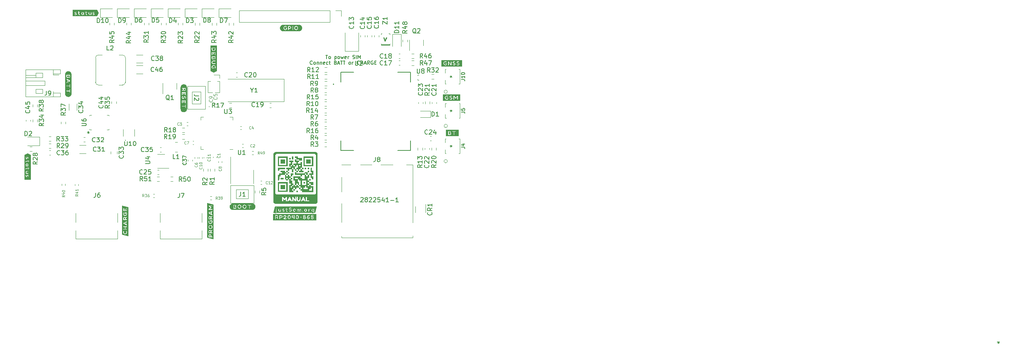
<source format=gbr>
%TF.GenerationSoftware,KiCad,Pcbnew,(6.0.2-0)*%
%TF.CreationDate,2022-03-30T00:09:39+02:00*%
%TF.ProjectId,RP2040GPSTracker,52503230-3430-4475-9053-547261636b65,rev?*%
%TF.SameCoordinates,PX4416780PY363af58*%
%TF.FileFunction,Legend,Top*%
%TF.FilePolarity,Positive*%
%FSLAX46Y46*%
G04 Gerber Fmt 4.6, Leading zero omitted, Abs format (unit mm)*
G04 Created by KiCad (PCBNEW (6.0.2-0)) date 2022-03-30 00:09:39*
%MOMM*%
%LPD*%
G01*
G04 APERTURE LIST*
%ADD10C,0.200000*%
%ADD11C,0.250000*%
%ADD12C,0.150000*%
%ADD13C,0.100000*%
%ADD14C,0.120000*%
%ADD15C,0.127000*%
%ADD16C,0.010000*%
%ADD17C,0.020000*%
G04 APERTURE END LIST*
D10*
X68083095Y42351096D02*
X68540238Y42351096D01*
X68311666Y41551096D02*
X68311666Y42351096D01*
X68921190Y41551096D02*
X68845000Y41589191D01*
X68806904Y41627286D01*
X68768809Y41703477D01*
X68768809Y41932048D01*
X68806904Y42008239D01*
X68845000Y42046334D01*
X68921190Y42084429D01*
X69035476Y42084429D01*
X69111666Y42046334D01*
X69149761Y42008239D01*
X69187857Y41932048D01*
X69187857Y41703477D01*
X69149761Y41627286D01*
X69111666Y41589191D01*
X69035476Y41551096D01*
X68921190Y41551096D01*
X70140238Y42084429D02*
X70140238Y41284429D01*
X70140238Y42046334D02*
X70216428Y42084429D01*
X70368809Y42084429D01*
X70445000Y42046334D01*
X70483095Y42008239D01*
X70521190Y41932048D01*
X70521190Y41703477D01*
X70483095Y41627286D01*
X70445000Y41589191D01*
X70368809Y41551096D01*
X70216428Y41551096D01*
X70140238Y41589191D01*
X70978333Y41551096D02*
X70902142Y41589191D01*
X70864047Y41627286D01*
X70825952Y41703477D01*
X70825952Y41932048D01*
X70864047Y42008239D01*
X70902142Y42046334D01*
X70978333Y42084429D01*
X71092619Y42084429D01*
X71168809Y42046334D01*
X71206904Y42008239D01*
X71245000Y41932048D01*
X71245000Y41703477D01*
X71206904Y41627286D01*
X71168809Y41589191D01*
X71092619Y41551096D01*
X70978333Y41551096D01*
X71511666Y42084429D02*
X71664047Y41551096D01*
X71816428Y41932048D01*
X71968809Y41551096D01*
X72121190Y42084429D01*
X72730714Y41589191D02*
X72654523Y41551096D01*
X72502142Y41551096D01*
X72425952Y41589191D01*
X72387857Y41665381D01*
X72387857Y41970143D01*
X72425952Y42046334D01*
X72502142Y42084429D01*
X72654523Y42084429D01*
X72730714Y42046334D01*
X72768809Y41970143D01*
X72768809Y41893953D01*
X72387857Y41817762D01*
X73111666Y41551096D02*
X73111666Y42084429D01*
X73111666Y41932048D02*
X73149761Y42008239D01*
X73187857Y42046334D01*
X73264047Y42084429D01*
X73340238Y42084429D01*
X74178333Y41589191D02*
X74292619Y41551096D01*
X74483095Y41551096D01*
X74559285Y41589191D01*
X74597380Y41627286D01*
X74635476Y41703477D01*
X74635476Y41779667D01*
X74597380Y41855858D01*
X74559285Y41893953D01*
X74483095Y41932048D01*
X74330714Y41970143D01*
X74254523Y42008239D01*
X74216428Y42046334D01*
X74178333Y42122524D01*
X74178333Y42198715D01*
X74216428Y42274905D01*
X74254523Y42313000D01*
X74330714Y42351096D01*
X74521190Y42351096D01*
X74635476Y42313000D01*
X74978333Y41551096D02*
X74978333Y42351096D01*
X75359285Y41551096D02*
X75359285Y42351096D01*
X75625952Y41779667D01*
X75892619Y42351096D01*
X75892619Y41551096D01*
X65092619Y40339286D02*
X65054523Y40301191D01*
X64940238Y40263096D01*
X64864047Y40263096D01*
X64749761Y40301191D01*
X64673571Y40377381D01*
X64635476Y40453572D01*
X64597380Y40605953D01*
X64597380Y40720239D01*
X64635476Y40872620D01*
X64673571Y40948810D01*
X64749761Y41025000D01*
X64864047Y41063096D01*
X64940238Y41063096D01*
X65054523Y41025000D01*
X65092619Y40986905D01*
X65549761Y40263096D02*
X65473571Y40301191D01*
X65435476Y40339286D01*
X65397380Y40415477D01*
X65397380Y40644048D01*
X65435476Y40720239D01*
X65473571Y40758334D01*
X65549761Y40796429D01*
X65664047Y40796429D01*
X65740238Y40758334D01*
X65778333Y40720239D01*
X65816428Y40644048D01*
X65816428Y40415477D01*
X65778333Y40339286D01*
X65740238Y40301191D01*
X65664047Y40263096D01*
X65549761Y40263096D01*
X66159285Y40796429D02*
X66159285Y40263096D01*
X66159285Y40720239D02*
X66197380Y40758334D01*
X66273571Y40796429D01*
X66387857Y40796429D01*
X66464047Y40758334D01*
X66502142Y40682143D01*
X66502142Y40263096D01*
X66883095Y40796429D02*
X66883095Y40263096D01*
X66883095Y40720239D02*
X66921190Y40758334D01*
X66997380Y40796429D01*
X67111666Y40796429D01*
X67187857Y40758334D01*
X67225952Y40682143D01*
X67225952Y40263096D01*
X67911666Y40301191D02*
X67835476Y40263096D01*
X67683095Y40263096D01*
X67606904Y40301191D01*
X67568809Y40377381D01*
X67568809Y40682143D01*
X67606904Y40758334D01*
X67683095Y40796429D01*
X67835476Y40796429D01*
X67911666Y40758334D01*
X67949761Y40682143D01*
X67949761Y40605953D01*
X67568809Y40529762D01*
X68635476Y40301191D02*
X68559285Y40263096D01*
X68406904Y40263096D01*
X68330714Y40301191D01*
X68292619Y40339286D01*
X68254523Y40415477D01*
X68254523Y40644048D01*
X68292619Y40720239D01*
X68330714Y40758334D01*
X68406904Y40796429D01*
X68559285Y40796429D01*
X68635476Y40758334D01*
X68864047Y40796429D02*
X69168809Y40796429D01*
X68978333Y41063096D02*
X68978333Y40377381D01*
X69016428Y40301191D01*
X69092619Y40263096D01*
X69168809Y40263096D01*
X70311666Y40682143D02*
X70425952Y40644048D01*
X70464047Y40605953D01*
X70502142Y40529762D01*
X70502142Y40415477D01*
X70464047Y40339286D01*
X70425952Y40301191D01*
X70349761Y40263096D01*
X70045000Y40263096D01*
X70045000Y41063096D01*
X70311666Y41063096D01*
X70387857Y41025000D01*
X70425952Y40986905D01*
X70464047Y40910715D01*
X70464047Y40834524D01*
X70425952Y40758334D01*
X70387857Y40720239D01*
X70311666Y40682143D01*
X70045000Y40682143D01*
X70806904Y40491667D02*
X71187857Y40491667D01*
X70730714Y40263096D02*
X70997380Y41063096D01*
X71264047Y40263096D01*
X71416428Y41063096D02*
X71873571Y41063096D01*
X71645000Y40263096D02*
X71645000Y41063096D01*
X72025952Y41063096D02*
X72483095Y41063096D01*
X72254523Y40263096D02*
X72254523Y41063096D01*
X73473571Y40263096D02*
X73397380Y40301191D01*
X73359285Y40339286D01*
X73321190Y40415477D01*
X73321190Y40644048D01*
X73359285Y40720239D01*
X73397380Y40758334D01*
X73473571Y40796429D01*
X73587857Y40796429D01*
X73664047Y40758334D01*
X73702142Y40720239D01*
X73740238Y40644048D01*
X73740238Y40415477D01*
X73702142Y40339286D01*
X73664047Y40301191D01*
X73587857Y40263096D01*
X73473571Y40263096D01*
X74083095Y40263096D02*
X74083095Y40796429D01*
X74083095Y40644048D02*
X74121190Y40720239D01*
X74159285Y40758334D01*
X74235476Y40796429D01*
X74311666Y40796429D01*
X75645000Y40339286D02*
X75606904Y40301191D01*
X75492619Y40263096D01*
X75416428Y40263096D01*
X75302142Y40301191D01*
X75225952Y40377381D01*
X75187857Y40453572D01*
X75149761Y40605953D01*
X75149761Y40720239D01*
X75187857Y40872620D01*
X75225952Y40948810D01*
X75302142Y41025000D01*
X75416428Y41063096D01*
X75492619Y41063096D01*
X75606904Y41025000D01*
X75645000Y40986905D01*
X75987857Y40263096D02*
X75987857Y41063096D01*
X75987857Y40682143D02*
X76445000Y40682143D01*
X76445000Y40263096D02*
X76445000Y41063096D01*
X76787857Y40491667D02*
X77168809Y40491667D01*
X76711666Y40263096D02*
X76978333Y41063096D01*
X77245000Y40263096D01*
X77968809Y40263096D02*
X77702142Y40644048D01*
X77511666Y40263096D02*
X77511666Y41063096D01*
X77816428Y41063096D01*
X77892619Y41025000D01*
X77930714Y40986905D01*
X77968809Y40910715D01*
X77968809Y40796429D01*
X77930714Y40720239D01*
X77892619Y40682143D01*
X77816428Y40644048D01*
X77511666Y40644048D01*
X78730714Y41025000D02*
X78654523Y41063096D01*
X78540238Y41063096D01*
X78425952Y41025000D01*
X78349761Y40948810D01*
X78311666Y40872620D01*
X78273571Y40720239D01*
X78273571Y40605953D01*
X78311666Y40453572D01*
X78349761Y40377381D01*
X78425952Y40301191D01*
X78540238Y40263096D01*
X78616428Y40263096D01*
X78730714Y40301191D01*
X78768809Y40339286D01*
X78768809Y40605953D01*
X78616428Y40605953D01*
X79111666Y40682143D02*
X79378333Y40682143D01*
X79492619Y40263096D02*
X79111666Y40263096D01*
X79111666Y41063096D01*
X79492619Y41063096D01*
D11*
X81739285Y46280953D02*
X81453571Y45519048D01*
X81167857Y46280953D01*
D12*
%TO.C,Y1*%
X51553809Y34458810D02*
X51553809Y33982620D01*
X51220476Y34982620D02*
X51553809Y34458810D01*
X51887142Y34982620D01*
X52744285Y33982620D02*
X52172857Y33982620D01*
X52458571Y33982620D02*
X52458571Y34982620D01*
X52363333Y34839762D01*
X52268095Y34744524D01*
X52172857Y34696905D01*
%TO.C,J7*%
X35261666Y11277620D02*
X35261666Y10563334D01*
X35214047Y10420477D01*
X35118809Y10325239D01*
X34975952Y10277620D01*
X34880714Y10277620D01*
X35642619Y11277620D02*
X36309285Y11277620D01*
X35880714Y10277620D01*
%TO.C,C46*%
X29467142Y38742858D02*
X29419523Y38695239D01*
X29276666Y38647620D01*
X29181428Y38647620D01*
X29038571Y38695239D01*
X28943333Y38790477D01*
X28895714Y38885715D01*
X28848095Y39076191D01*
X28848095Y39219048D01*
X28895714Y39409524D01*
X28943333Y39504762D01*
X29038571Y39600000D01*
X29181428Y39647620D01*
X29276666Y39647620D01*
X29419523Y39600000D01*
X29467142Y39552381D01*
X30324285Y39314286D02*
X30324285Y38647620D01*
X30086190Y39695239D02*
X29848095Y38980953D01*
X30467142Y38980953D01*
X31276666Y39647620D02*
X31086190Y39647620D01*
X30990952Y39600000D01*
X30943333Y39552381D01*
X30848095Y39409524D01*
X30800476Y39219048D01*
X30800476Y38838096D01*
X30848095Y38742858D01*
X30895714Y38695239D01*
X30990952Y38647620D01*
X31181428Y38647620D01*
X31276666Y38695239D01*
X31324285Y38742858D01*
X31371904Y38838096D01*
X31371904Y39076191D01*
X31324285Y39171429D01*
X31276666Y39219048D01*
X31181428Y39266667D01*
X30990952Y39266667D01*
X30895714Y39219048D01*
X30848095Y39171429D01*
X30800476Y39076191D01*
%TO.C,Q1*%
X32979761Y32217381D02*
X32884523Y32265000D01*
X32789285Y32360239D01*
X32646428Y32503096D01*
X32551190Y32550715D01*
X32455952Y32550715D01*
X32503571Y32312620D02*
X32408333Y32360239D01*
X32313095Y32455477D01*
X32265476Y32645953D01*
X32265476Y32979286D01*
X32313095Y33169762D01*
X32408333Y33265000D01*
X32503571Y33312620D01*
X32694047Y33312620D01*
X32789285Y33265000D01*
X32884523Y33169762D01*
X32932142Y32979286D01*
X32932142Y32645953D01*
X32884523Y32455477D01*
X32789285Y32360239D01*
X32694047Y32312620D01*
X32503571Y32312620D01*
X33884523Y32312620D02*
X33313095Y32312620D01*
X33598809Y32312620D02*
X33598809Y33312620D01*
X33503571Y33169762D01*
X33408333Y33074524D01*
X33313095Y33026905D01*
%TO.C,R38*%
X4652380Y30332143D02*
X4176190Y29998810D01*
X4652380Y29760715D02*
X3652380Y29760715D01*
X3652380Y30141667D01*
X3700000Y30236905D01*
X3747619Y30284524D01*
X3842857Y30332143D01*
X3985714Y30332143D01*
X4080952Y30284524D01*
X4128571Y30236905D01*
X4176190Y30141667D01*
X4176190Y29760715D01*
X3652380Y30665477D02*
X3652380Y31284524D01*
X4033333Y30951191D01*
X4033333Y31094048D01*
X4080952Y31189286D01*
X4128571Y31236905D01*
X4223809Y31284524D01*
X4461904Y31284524D01*
X4557142Y31236905D01*
X4604761Y31189286D01*
X4652380Y31094048D01*
X4652380Y30808334D01*
X4604761Y30713096D01*
X4557142Y30665477D01*
X4080952Y31855953D02*
X4033333Y31760715D01*
X3985714Y31713096D01*
X3890476Y31665477D01*
X3842857Y31665477D01*
X3747619Y31713096D01*
X3700000Y31760715D01*
X3652380Y31855953D01*
X3652380Y32046429D01*
X3700000Y32141667D01*
X3747619Y32189286D01*
X3842857Y32236905D01*
X3890476Y32236905D01*
X3985714Y32189286D01*
X4033333Y32141667D01*
X4080952Y32046429D01*
X4080952Y31855953D01*
X4128571Y31760715D01*
X4176190Y31713096D01*
X4271428Y31665477D01*
X4461904Y31665477D01*
X4557142Y31713096D01*
X4604761Y31760715D01*
X4652380Y31855953D01*
X4652380Y32046429D01*
X4604761Y32141667D01*
X4557142Y32189286D01*
X4461904Y32236905D01*
X4271428Y32236905D01*
X4176190Y32189286D01*
X4128571Y32141667D01*
X4080952Y32046429D01*
%TO.C,C24*%
X91022142Y24632858D02*
X90974523Y24585239D01*
X90831666Y24537620D01*
X90736428Y24537620D01*
X90593571Y24585239D01*
X90498333Y24680477D01*
X90450714Y24775715D01*
X90403095Y24966191D01*
X90403095Y25109048D01*
X90450714Y25299524D01*
X90498333Y25394762D01*
X90593571Y25490000D01*
X90736428Y25537620D01*
X90831666Y25537620D01*
X90974523Y25490000D01*
X91022142Y25442381D01*
X91403095Y25442381D02*
X91450714Y25490000D01*
X91545952Y25537620D01*
X91784047Y25537620D01*
X91879285Y25490000D01*
X91926904Y25442381D01*
X91974523Y25347143D01*
X91974523Y25251905D01*
X91926904Y25109048D01*
X91355476Y24537620D01*
X91974523Y24537620D01*
X92831666Y25204286D02*
X92831666Y24537620D01*
X92593571Y25585239D02*
X92355476Y24870953D01*
X92974523Y24870953D01*
%TO.C,R32*%
X91547142Y38507620D02*
X91213809Y38983810D01*
X90975714Y38507620D02*
X90975714Y39507620D01*
X91356666Y39507620D01*
X91451904Y39460000D01*
X91499523Y39412381D01*
X91547142Y39317143D01*
X91547142Y39174286D01*
X91499523Y39079048D01*
X91451904Y39031429D01*
X91356666Y38983810D01*
X90975714Y38983810D01*
X91880476Y39507620D02*
X92499523Y39507620D01*
X92166190Y39126667D01*
X92309047Y39126667D01*
X92404285Y39079048D01*
X92451904Y39031429D01*
X92499523Y38936191D01*
X92499523Y38698096D01*
X92451904Y38602858D01*
X92404285Y38555239D01*
X92309047Y38507620D01*
X92023333Y38507620D01*
X91928095Y38555239D01*
X91880476Y38602858D01*
X92880476Y39412381D02*
X92928095Y39460000D01*
X93023333Y39507620D01*
X93261428Y39507620D01*
X93356666Y39460000D01*
X93404285Y39412381D01*
X93451904Y39317143D01*
X93451904Y39221905D01*
X93404285Y39079048D01*
X92832857Y38507620D01*
X93451904Y38507620D01*
%TO.C,C35*%
X27262142Y20702858D02*
X27214523Y20655239D01*
X27071666Y20607620D01*
X26976428Y20607620D01*
X26833571Y20655239D01*
X26738333Y20750477D01*
X26690714Y20845715D01*
X26643095Y21036191D01*
X26643095Y21179048D01*
X26690714Y21369524D01*
X26738333Y21464762D01*
X26833571Y21560000D01*
X26976428Y21607620D01*
X27071666Y21607620D01*
X27214523Y21560000D01*
X27262142Y21512381D01*
X27595476Y21607620D02*
X28214523Y21607620D01*
X27881190Y21226667D01*
X28024047Y21226667D01*
X28119285Y21179048D01*
X28166904Y21131429D01*
X28214523Y21036191D01*
X28214523Y20798096D01*
X28166904Y20702858D01*
X28119285Y20655239D01*
X28024047Y20607620D01*
X27738333Y20607620D01*
X27643095Y20655239D01*
X27595476Y20702858D01*
X29119285Y21607620D02*
X28643095Y21607620D01*
X28595476Y21131429D01*
X28643095Y21179048D01*
X28738333Y21226667D01*
X28976428Y21226667D01*
X29071666Y21179048D01*
X29119285Y21131429D01*
X29166904Y21036191D01*
X29166904Y20798096D01*
X29119285Y20702858D01*
X29071666Y20655239D01*
X28976428Y20607620D01*
X28738333Y20607620D01*
X28643095Y20655239D01*
X28595476Y20702858D01*
%TO.C,U6*%
X13257380Y26463096D02*
X14066904Y26463096D01*
X14162142Y26510715D01*
X14209761Y26558334D01*
X14257380Y26653572D01*
X14257380Y26844048D01*
X14209761Y26939286D01*
X14162142Y26986905D01*
X14066904Y27034524D01*
X13257380Y27034524D01*
X13257380Y27939286D02*
X13257380Y27748810D01*
X13305000Y27653572D01*
X13352619Y27605953D01*
X13495476Y27510715D01*
X13685952Y27463096D01*
X14066904Y27463096D01*
X14162142Y27510715D01*
X14209761Y27558334D01*
X14257380Y27653572D01*
X14257380Y27844048D01*
X14209761Y27939286D01*
X14162142Y27986905D01*
X14066904Y28034524D01*
X13828809Y28034524D01*
X13733571Y27986905D01*
X13685952Y27939286D01*
X13638333Y27844048D01*
X13638333Y27653572D01*
X13685952Y27558334D01*
X13733571Y27510715D01*
X13828809Y27463096D01*
X14547380Y24970000D02*
X14785476Y24970000D01*
X14690238Y24731905D02*
X14785476Y24970000D01*
X14690238Y25208096D01*
X14975952Y24827143D02*
X14785476Y24970000D01*
X14975952Y25112858D01*
%TO.C,U2*%
X74777932Y41057736D02*
X74777932Y40248040D01*
X74825562Y40152782D01*
X74873191Y40105152D01*
X74968449Y40057523D01*
X75158966Y40057523D01*
X75254224Y40105152D01*
X75301854Y40152782D01*
X75349483Y40248040D01*
X75349483Y41057736D01*
X75778145Y40962478D02*
X75825775Y41010107D01*
X75921033Y41057736D01*
X76159179Y41057736D01*
X76254437Y41010107D01*
X76302067Y40962478D01*
X76349696Y40867219D01*
X76349696Y40771961D01*
X76302067Y40629073D01*
X75730516Y40057523D01*
X76349696Y40057523D01*
%TO.C,*%
%TO.C,C34*%
X13457142Y30012143D02*
X13504761Y29964524D01*
X13552380Y29821667D01*
X13552380Y29726429D01*
X13504761Y29583572D01*
X13409523Y29488334D01*
X13314285Y29440715D01*
X13123809Y29393096D01*
X12980952Y29393096D01*
X12790476Y29440715D01*
X12695238Y29488334D01*
X12600000Y29583572D01*
X12552380Y29726429D01*
X12552380Y29821667D01*
X12600000Y29964524D01*
X12647619Y30012143D01*
X12552380Y30345477D02*
X12552380Y30964524D01*
X12933333Y30631191D01*
X12933333Y30774048D01*
X12980952Y30869286D01*
X13028571Y30916905D01*
X13123809Y30964524D01*
X13361904Y30964524D01*
X13457142Y30916905D01*
X13504761Y30869286D01*
X13552380Y30774048D01*
X13552380Y30488334D01*
X13504761Y30393096D01*
X13457142Y30345477D01*
X12885714Y31821667D02*
X13552380Y31821667D01*
X12504761Y31583572D02*
X13219047Y31345477D01*
X13219047Y31964524D01*
%TO.C,*%
D13*
%TO.C,R39*%
X43729285Y9888572D02*
X43529285Y10174286D01*
X43386428Y9888572D02*
X43386428Y10488572D01*
X43615000Y10488572D01*
X43672142Y10460000D01*
X43700714Y10431429D01*
X43729285Y10374286D01*
X43729285Y10288572D01*
X43700714Y10231429D01*
X43672142Y10202858D01*
X43615000Y10174286D01*
X43386428Y10174286D01*
X43929285Y10488572D02*
X44300714Y10488572D01*
X44100714Y10260000D01*
X44186428Y10260000D01*
X44243571Y10231429D01*
X44272142Y10202858D01*
X44300714Y10145715D01*
X44300714Y10002858D01*
X44272142Y9945715D01*
X44243571Y9917143D01*
X44186428Y9888572D01*
X44015000Y9888572D01*
X43957857Y9917143D01*
X43929285Y9945715D01*
X44586428Y9888572D02*
X44700714Y9888572D01*
X44757857Y9917143D01*
X44786428Y9945715D01*
X44843571Y10031429D01*
X44872142Y10145715D01*
X44872142Y10374286D01*
X44843571Y10431429D01*
X44815000Y10460000D01*
X44757857Y10488572D01*
X44643571Y10488572D01*
X44586428Y10460000D01*
X44557857Y10431429D01*
X44529285Y10374286D01*
X44529285Y10231429D01*
X44557857Y10174286D01*
X44586428Y10145715D01*
X44643571Y10117143D01*
X44757857Y10117143D01*
X44815000Y10145715D01*
X44843571Y10174286D01*
X44872142Y10231429D01*
D12*
%TO.C,R30*%
X32107380Y45779643D02*
X31631190Y45446310D01*
X32107380Y45208215D02*
X31107380Y45208215D01*
X31107380Y45589167D01*
X31155000Y45684405D01*
X31202619Y45732024D01*
X31297857Y45779643D01*
X31440714Y45779643D01*
X31535952Y45732024D01*
X31583571Y45684405D01*
X31631190Y45589167D01*
X31631190Y45208215D01*
X31107380Y46112977D02*
X31107380Y46732024D01*
X31488333Y46398691D01*
X31488333Y46541548D01*
X31535952Y46636786D01*
X31583571Y46684405D01*
X31678809Y46732024D01*
X31916904Y46732024D01*
X32012142Y46684405D01*
X32059761Y46636786D01*
X32107380Y46541548D01*
X32107380Y46255834D01*
X32059761Y46160596D01*
X32012142Y46112977D01*
X31107380Y47351072D02*
X31107380Y47446310D01*
X31155000Y47541548D01*
X31202619Y47589167D01*
X31297857Y47636786D01*
X31488333Y47684405D01*
X31726428Y47684405D01*
X31916904Y47636786D01*
X32012142Y47589167D01*
X32059761Y47541548D01*
X32107380Y47446310D01*
X32107380Y47351072D01*
X32059761Y47255834D01*
X32012142Y47208215D01*
X31916904Y47160596D01*
X31726428Y47112977D01*
X31488333Y47112977D01*
X31297857Y47160596D01*
X31202619Y47208215D01*
X31155000Y47255834D01*
X31107380Y47351072D01*
%TO.C,L1*%
X34268333Y19037620D02*
X33792142Y19037620D01*
X33792142Y20037620D01*
X35125476Y19037620D02*
X34554047Y19037620D01*
X34839761Y19037620D02*
X34839761Y20037620D01*
X34744523Y19894762D01*
X34649285Y19799524D01*
X34554047Y19751905D01*
%TO.C,R16*%
X64482142Y24857620D02*
X64148809Y25333810D01*
X63910714Y24857620D02*
X63910714Y25857620D01*
X64291666Y25857620D01*
X64386904Y25810000D01*
X64434523Y25762381D01*
X64482142Y25667143D01*
X64482142Y25524286D01*
X64434523Y25429048D01*
X64386904Y25381429D01*
X64291666Y25333810D01*
X63910714Y25333810D01*
X65434523Y24857620D02*
X64863095Y24857620D01*
X65148809Y24857620D02*
X65148809Y25857620D01*
X65053571Y25714762D01*
X64958333Y25619524D01*
X64863095Y25571905D01*
X66291666Y25857620D02*
X66101190Y25857620D01*
X66005952Y25810000D01*
X65958333Y25762381D01*
X65863095Y25619524D01*
X65815476Y25429048D01*
X65815476Y25048096D01*
X65863095Y24952858D01*
X65910714Y24905239D01*
X66005952Y24857620D01*
X66196428Y24857620D01*
X66291666Y24905239D01*
X66339285Y24952858D01*
X66386904Y25048096D01*
X66386904Y25286191D01*
X66339285Y25381429D01*
X66291666Y25429048D01*
X66196428Y25476667D01*
X66005952Y25476667D01*
X65910714Y25429048D01*
X65863095Y25381429D01*
X65815476Y25286191D01*
%TO.C,R28*%
X3307380Y18382143D02*
X2831190Y18048810D01*
X3307380Y17810715D02*
X2307380Y17810715D01*
X2307380Y18191667D01*
X2355000Y18286905D01*
X2402619Y18334524D01*
X2497857Y18382143D01*
X2640714Y18382143D01*
X2735952Y18334524D01*
X2783571Y18286905D01*
X2831190Y18191667D01*
X2831190Y17810715D01*
X2402619Y18763096D02*
X2355000Y18810715D01*
X2307380Y18905953D01*
X2307380Y19144048D01*
X2355000Y19239286D01*
X2402619Y19286905D01*
X2497857Y19334524D01*
X2593095Y19334524D01*
X2735952Y19286905D01*
X3307380Y18715477D01*
X3307380Y19334524D01*
X2735952Y19905953D02*
X2688333Y19810715D01*
X2640714Y19763096D01*
X2545476Y19715477D01*
X2497857Y19715477D01*
X2402619Y19763096D01*
X2355000Y19810715D01*
X2307380Y19905953D01*
X2307380Y20096429D01*
X2355000Y20191667D01*
X2402619Y20239286D01*
X2497857Y20286905D01*
X2545476Y20286905D01*
X2640714Y20239286D01*
X2688333Y20191667D01*
X2735952Y20096429D01*
X2735952Y19905953D01*
X2783571Y19810715D01*
X2831190Y19763096D01*
X2926428Y19715477D01*
X3116904Y19715477D01*
X3212142Y19763096D01*
X3259761Y19810715D01*
X3307380Y19905953D01*
X3307380Y20096429D01*
X3259761Y20191667D01*
X3212142Y20239286D01*
X3116904Y20286905D01*
X2926428Y20286905D01*
X2831190Y20239286D01*
X2783571Y20191667D01*
X2735952Y20096429D01*
%TO.C,R47*%
X89942142Y40127620D02*
X89608809Y40603810D01*
X89370714Y40127620D02*
X89370714Y41127620D01*
X89751666Y41127620D01*
X89846904Y41080000D01*
X89894523Y41032381D01*
X89942142Y40937143D01*
X89942142Y40794286D01*
X89894523Y40699048D01*
X89846904Y40651429D01*
X89751666Y40603810D01*
X89370714Y40603810D01*
X90799285Y40794286D02*
X90799285Y40127620D01*
X90561190Y41175239D02*
X90323095Y40460953D01*
X90942142Y40460953D01*
X91227857Y41127620D02*
X91894523Y41127620D01*
X91465952Y40127620D01*
%TO.C,R48*%
X86397380Y47922143D02*
X85921190Y47588810D01*
X86397380Y47350715D02*
X85397380Y47350715D01*
X85397380Y47731667D01*
X85445000Y47826905D01*
X85492619Y47874524D01*
X85587857Y47922143D01*
X85730714Y47922143D01*
X85825952Y47874524D01*
X85873571Y47826905D01*
X85921190Y47731667D01*
X85921190Y47350715D01*
X85730714Y48779286D02*
X86397380Y48779286D01*
X85349761Y48541191D02*
X86064047Y48303096D01*
X86064047Y48922143D01*
X85825952Y49445953D02*
X85778333Y49350715D01*
X85730714Y49303096D01*
X85635476Y49255477D01*
X85587857Y49255477D01*
X85492619Y49303096D01*
X85445000Y49350715D01*
X85397380Y49445953D01*
X85397380Y49636429D01*
X85445000Y49731667D01*
X85492619Y49779286D01*
X85587857Y49826905D01*
X85635476Y49826905D01*
X85730714Y49779286D01*
X85778333Y49731667D01*
X85825952Y49636429D01*
X85825952Y49445953D01*
X85873571Y49350715D01*
X85921190Y49303096D01*
X86016428Y49255477D01*
X86206904Y49255477D01*
X86302142Y49303096D01*
X86349761Y49350715D01*
X86397380Y49445953D01*
X86397380Y49636429D01*
X86349761Y49731667D01*
X86302142Y49779286D01*
X86206904Y49826905D01*
X86016428Y49826905D01*
X85921190Y49779286D01*
X85873571Y49731667D01*
X85825952Y49636429D01*
%TO.C,J4*%
X98606904Y21623334D02*
X99178333Y21623334D01*
X99292619Y21585239D01*
X99368809Y21509048D01*
X99406904Y21394762D01*
X99406904Y21318572D01*
X98873571Y22347143D02*
X99406904Y22347143D01*
X98568809Y22156667D02*
X99140238Y21966191D01*
X99140238Y22461429D01*
X96062380Y21883200D02*
X96300476Y21883200D01*
X96205238Y21645105D02*
X96300476Y21883200D01*
X96205238Y22121296D01*
X96490952Y21740343D02*
X96300476Y21883200D01*
X96490952Y22026058D01*
%TO.C,*%
%TO.C,C23*%
X89822142Y33967143D02*
X89869761Y33919524D01*
X89917380Y33776667D01*
X89917380Y33681429D01*
X89869761Y33538572D01*
X89774523Y33443334D01*
X89679285Y33395715D01*
X89488809Y33348096D01*
X89345952Y33348096D01*
X89155476Y33395715D01*
X89060238Y33443334D01*
X88965000Y33538572D01*
X88917380Y33681429D01*
X88917380Y33776667D01*
X88965000Y33919524D01*
X89012619Y33967143D01*
X89012619Y34348096D02*
X88965000Y34395715D01*
X88917380Y34490953D01*
X88917380Y34729048D01*
X88965000Y34824286D01*
X89012619Y34871905D01*
X89107857Y34919524D01*
X89203095Y34919524D01*
X89345952Y34871905D01*
X89917380Y34300477D01*
X89917380Y34919524D01*
X88917380Y35252858D02*
X88917380Y35871905D01*
X89298333Y35538572D01*
X89298333Y35681429D01*
X89345952Y35776667D01*
X89393571Y35824286D01*
X89488809Y35871905D01*
X89726904Y35871905D01*
X89822142Y35824286D01*
X89869761Y35776667D01*
X89917380Y35681429D01*
X89917380Y35395715D01*
X89869761Y35300477D01*
X89822142Y35252858D01*
%TO.C,R7*%
X65363333Y27917620D02*
X65030000Y28393810D01*
X64791904Y27917620D02*
X64791904Y28917620D01*
X65172857Y28917620D01*
X65268095Y28870000D01*
X65315714Y28822381D01*
X65363333Y28727143D01*
X65363333Y28584286D01*
X65315714Y28489048D01*
X65268095Y28441429D01*
X65172857Y28393810D01*
X64791904Y28393810D01*
X65696666Y28917620D02*
X66363333Y28917620D01*
X65934761Y27917620D01*
%TO.C,R19*%
X32417142Y23517620D02*
X32083809Y23993810D01*
X31845714Y23517620D02*
X31845714Y24517620D01*
X32226666Y24517620D01*
X32321904Y24470000D01*
X32369523Y24422381D01*
X32417142Y24327143D01*
X32417142Y24184286D01*
X32369523Y24089048D01*
X32321904Y24041429D01*
X32226666Y23993810D01*
X31845714Y23993810D01*
X33369523Y23517620D02*
X32798095Y23517620D01*
X33083809Y23517620D02*
X33083809Y24517620D01*
X32988571Y24374762D01*
X32893333Y24279524D01*
X32798095Y24231905D01*
X33845714Y23517620D02*
X34036190Y23517620D01*
X34131428Y23565239D01*
X34179047Y23612858D01*
X34274285Y23755715D01*
X34321904Y23946191D01*
X34321904Y24327143D01*
X34274285Y24422381D01*
X34226666Y24470000D01*
X34131428Y24517620D01*
X33940952Y24517620D01*
X33845714Y24470000D01*
X33798095Y24422381D01*
X33750476Y24327143D01*
X33750476Y24089048D01*
X33798095Y23993810D01*
X33845714Y23946191D01*
X33940952Y23898572D01*
X34131428Y23898572D01*
X34226666Y23946191D01*
X34274285Y23993810D01*
X34321904Y24089048D01*
%TO.C,D4*%
X33006904Y49697620D02*
X33006904Y50697620D01*
X33245000Y50697620D01*
X33387857Y50650000D01*
X33483095Y50554762D01*
X33530714Y50459524D01*
X33578333Y50269048D01*
X33578333Y50126191D01*
X33530714Y49935715D01*
X33483095Y49840477D01*
X33387857Y49745239D01*
X33245000Y49697620D01*
X33006904Y49697620D01*
X34435476Y50364286D02*
X34435476Y49697620D01*
X34197380Y50745239D02*
X33959285Y50030953D01*
X34578333Y50030953D01*
%TO.C,C19*%
X52142142Y30847858D02*
X52094523Y30800239D01*
X51951666Y30752620D01*
X51856428Y30752620D01*
X51713571Y30800239D01*
X51618333Y30895477D01*
X51570714Y30990715D01*
X51523095Y31181191D01*
X51523095Y31324048D01*
X51570714Y31514524D01*
X51618333Y31609762D01*
X51713571Y31705000D01*
X51856428Y31752620D01*
X51951666Y31752620D01*
X52094523Y31705000D01*
X52142142Y31657381D01*
X53094523Y30752620D02*
X52523095Y30752620D01*
X52808809Y30752620D02*
X52808809Y31752620D01*
X52713571Y31609762D01*
X52618333Y31514524D01*
X52523095Y31466905D01*
X53570714Y30752620D02*
X53761190Y30752620D01*
X53856428Y30800239D01*
X53904047Y30847858D01*
X53999285Y30990715D01*
X54046904Y31181191D01*
X54046904Y31562143D01*
X53999285Y31657381D01*
X53951666Y31705000D01*
X53856428Y31752620D01*
X53665952Y31752620D01*
X53570714Y31705000D01*
X53523095Y31657381D01*
X53475476Y31562143D01*
X53475476Y31324048D01*
X53523095Y31228810D01*
X53570714Y31181191D01*
X53665952Y31133572D01*
X53856428Y31133572D01*
X53951666Y31181191D01*
X53999285Y31228810D01*
X54046904Y31324048D01*
%TO.C,J9*%
X5311666Y34302620D02*
X5311666Y33588334D01*
X5264047Y33445477D01*
X5168809Y33350239D01*
X5025952Y33302620D01*
X4930714Y33302620D01*
X5835476Y33302620D02*
X6025952Y33302620D01*
X6121190Y33350239D01*
X6168809Y33397858D01*
X6264047Y33540715D01*
X6311666Y33731191D01*
X6311666Y34112143D01*
X6264047Y34207381D01*
X6216428Y34255000D01*
X6121190Y34302620D01*
X5930714Y34302620D01*
X5835476Y34255000D01*
X5787857Y34207381D01*
X5740238Y34112143D01*
X5740238Y33874048D01*
X5787857Y33778810D01*
X5835476Y33731191D01*
X5930714Y33683572D01*
X6121190Y33683572D01*
X6216428Y33731191D01*
X6264047Y33778810D01*
X6311666Y33874048D01*
D13*
%TO.C,C8*%
X44604285Y16690000D02*
X44632857Y16661429D01*
X44661428Y16575715D01*
X44661428Y16518572D01*
X44632857Y16432858D01*
X44575714Y16375715D01*
X44518571Y16347143D01*
X44404285Y16318572D01*
X44318571Y16318572D01*
X44204285Y16347143D01*
X44147142Y16375715D01*
X44090000Y16432858D01*
X44061428Y16518572D01*
X44061428Y16575715D01*
X44090000Y16661429D01*
X44118571Y16690000D01*
X44318571Y17032858D02*
X44290000Y16975715D01*
X44261428Y16947143D01*
X44204285Y16918572D01*
X44175714Y16918572D01*
X44118571Y16947143D01*
X44090000Y16975715D01*
X44061428Y17032858D01*
X44061428Y17147143D01*
X44090000Y17204286D01*
X44118571Y17232858D01*
X44175714Y17261429D01*
X44204285Y17261429D01*
X44261428Y17232858D01*
X44290000Y17204286D01*
X44318571Y17147143D01*
X44318571Y17032858D01*
X44347142Y16975715D01*
X44375714Y16947143D01*
X44432857Y16918572D01*
X44547142Y16918572D01*
X44604285Y16947143D01*
X44632857Y16975715D01*
X44661428Y17032858D01*
X44661428Y17147143D01*
X44632857Y17204286D01*
X44604285Y17232858D01*
X44547142Y17261429D01*
X44432857Y17261429D01*
X44375714Y17232858D01*
X44347142Y17204286D01*
X44318571Y17147143D01*
%TO.C,R36*%
X27264285Y10443572D02*
X27064285Y10729286D01*
X26921428Y10443572D02*
X26921428Y11043572D01*
X27150000Y11043572D01*
X27207142Y11015000D01*
X27235714Y10986429D01*
X27264285Y10929286D01*
X27264285Y10843572D01*
X27235714Y10786429D01*
X27207142Y10757858D01*
X27150000Y10729286D01*
X26921428Y10729286D01*
X27464285Y11043572D02*
X27835714Y11043572D01*
X27635714Y10815000D01*
X27721428Y10815000D01*
X27778571Y10786429D01*
X27807142Y10757858D01*
X27835714Y10700715D01*
X27835714Y10557858D01*
X27807142Y10500715D01*
X27778571Y10472143D01*
X27721428Y10443572D01*
X27550000Y10443572D01*
X27492857Y10472143D01*
X27464285Y10500715D01*
X28350000Y11043572D02*
X28235714Y11043572D01*
X28178571Y11015000D01*
X28150000Y10986429D01*
X28092857Y10900715D01*
X28064285Y10786429D01*
X28064285Y10557858D01*
X28092857Y10500715D01*
X28121428Y10472143D01*
X28178571Y10443572D01*
X28292857Y10443572D01*
X28350000Y10472143D01*
X28378571Y10500715D01*
X28407142Y10557858D01*
X28407142Y10700715D01*
X28378571Y10757858D01*
X28350000Y10786429D01*
X28292857Y10815000D01*
X28178571Y10815000D01*
X28121428Y10786429D01*
X28092857Y10757858D01*
X28064285Y10700715D01*
D12*
%TO.C,D2*%
X481904Y24202620D02*
X481904Y25202620D01*
X720000Y25202620D01*
X862857Y25155000D01*
X958095Y25059762D01*
X1005714Y24964524D01*
X1053333Y24774048D01*
X1053333Y24631191D01*
X1005714Y24440715D01*
X958095Y24345477D01*
X862857Y24250239D01*
X720000Y24202620D01*
X481904Y24202620D01*
X1434285Y25107381D02*
X1481904Y25155000D01*
X1577142Y25202620D01*
X1815238Y25202620D01*
X1910476Y25155000D01*
X1958095Y25107381D01*
X2005714Y25012143D01*
X2005714Y24916905D01*
X1958095Y24774048D01*
X1386666Y24202620D01*
X2005714Y24202620D01*
%TO.C,R43*%
X43507380Y45797143D02*
X43031190Y45463810D01*
X43507380Y45225715D02*
X42507380Y45225715D01*
X42507380Y45606667D01*
X42555000Y45701905D01*
X42602619Y45749524D01*
X42697857Y45797143D01*
X42840714Y45797143D01*
X42935952Y45749524D01*
X42983571Y45701905D01*
X43031190Y45606667D01*
X43031190Y45225715D01*
X42840714Y46654286D02*
X43507380Y46654286D01*
X42459761Y46416191D02*
X43174047Y46178096D01*
X43174047Y46797143D01*
X42507380Y47082858D02*
X42507380Y47701905D01*
X42888333Y47368572D01*
X42888333Y47511429D01*
X42935952Y47606667D01*
X42983571Y47654286D01*
X43078809Y47701905D01*
X43316904Y47701905D01*
X43412142Y47654286D01*
X43459761Y47606667D01*
X43507380Y47511429D01*
X43507380Y47225715D01*
X43459761Y47130477D01*
X43412142Y47082858D01*
%TO.C,R18*%
X32472142Y25042620D02*
X32138809Y25518810D01*
X31900714Y25042620D02*
X31900714Y26042620D01*
X32281666Y26042620D01*
X32376904Y25995000D01*
X32424523Y25947381D01*
X32472142Y25852143D01*
X32472142Y25709286D01*
X32424523Y25614048D01*
X32376904Y25566429D01*
X32281666Y25518810D01*
X31900714Y25518810D01*
X33424523Y25042620D02*
X32853095Y25042620D01*
X33138809Y25042620D02*
X33138809Y26042620D01*
X33043571Y25899762D01*
X32948333Y25804524D01*
X32853095Y25756905D01*
X33995952Y25614048D02*
X33900714Y25661667D01*
X33853095Y25709286D01*
X33805476Y25804524D01*
X33805476Y25852143D01*
X33853095Y25947381D01*
X33900714Y25995000D01*
X33995952Y26042620D01*
X34186428Y26042620D01*
X34281666Y25995000D01*
X34329285Y25947381D01*
X34376904Y25852143D01*
X34376904Y25804524D01*
X34329285Y25709286D01*
X34281666Y25661667D01*
X34186428Y25614048D01*
X33995952Y25614048D01*
X33900714Y25566429D01*
X33853095Y25518810D01*
X33805476Y25423572D01*
X33805476Y25233096D01*
X33853095Y25137858D01*
X33900714Y25090239D01*
X33995952Y25042620D01*
X34186428Y25042620D01*
X34281666Y25090239D01*
X34329285Y25137858D01*
X34376904Y25233096D01*
X34376904Y25423572D01*
X34329285Y25518810D01*
X34281666Y25566429D01*
X34186428Y25614048D01*
%TO.C,C20*%
X50532142Y37532858D02*
X50484523Y37485239D01*
X50341666Y37437620D01*
X50246428Y37437620D01*
X50103571Y37485239D01*
X50008333Y37580477D01*
X49960714Y37675715D01*
X49913095Y37866191D01*
X49913095Y38009048D01*
X49960714Y38199524D01*
X50008333Y38294762D01*
X50103571Y38390000D01*
X50246428Y38437620D01*
X50341666Y38437620D01*
X50484523Y38390000D01*
X50532142Y38342381D01*
X50913095Y38342381D02*
X50960714Y38390000D01*
X51055952Y38437620D01*
X51294047Y38437620D01*
X51389285Y38390000D01*
X51436904Y38342381D01*
X51484523Y38247143D01*
X51484523Y38151905D01*
X51436904Y38009048D01*
X50865476Y37437620D01*
X51484523Y37437620D01*
X52103571Y38437620D02*
X52198809Y38437620D01*
X52294047Y38390000D01*
X52341666Y38342381D01*
X52389285Y38247143D01*
X52436904Y38056667D01*
X52436904Y37818572D01*
X52389285Y37628096D01*
X52341666Y37532858D01*
X52294047Y37485239D01*
X52198809Y37437620D01*
X52103571Y37437620D01*
X52008333Y37485239D01*
X51960714Y37532858D01*
X51913095Y37628096D01*
X51865476Y37818572D01*
X51865476Y38056667D01*
X51913095Y38247143D01*
X51960714Y38342381D01*
X52008333Y38390000D01*
X52103571Y38437620D01*
D13*
%TO.C,C11*%
X42094285Y18904286D02*
X42122857Y18875715D01*
X42151428Y18790000D01*
X42151428Y18732858D01*
X42122857Y18647143D01*
X42065714Y18590000D01*
X42008571Y18561429D01*
X41894285Y18532858D01*
X41808571Y18532858D01*
X41694285Y18561429D01*
X41637142Y18590000D01*
X41580000Y18647143D01*
X41551428Y18732858D01*
X41551428Y18790000D01*
X41580000Y18875715D01*
X41608571Y18904286D01*
X42151428Y19475715D02*
X42151428Y19132858D01*
X42151428Y19304286D02*
X41551428Y19304286D01*
X41637142Y19247143D01*
X41694285Y19190000D01*
X41722857Y19132858D01*
X42151428Y20047143D02*
X42151428Y19704286D01*
X42151428Y19875715D02*
X41551428Y19875715D01*
X41637142Y19818572D01*
X41694285Y19761429D01*
X41722857Y19704286D01*
D12*
%TO.C,R22*%
X39662380Y45747143D02*
X39186190Y45413810D01*
X39662380Y45175715D02*
X38662380Y45175715D01*
X38662380Y45556667D01*
X38710000Y45651905D01*
X38757619Y45699524D01*
X38852857Y45747143D01*
X38995714Y45747143D01*
X39090952Y45699524D01*
X39138571Y45651905D01*
X39186190Y45556667D01*
X39186190Y45175715D01*
X38757619Y46128096D02*
X38710000Y46175715D01*
X38662380Y46270953D01*
X38662380Y46509048D01*
X38710000Y46604286D01*
X38757619Y46651905D01*
X38852857Y46699524D01*
X38948095Y46699524D01*
X39090952Y46651905D01*
X39662380Y46080477D01*
X39662380Y46699524D01*
X38757619Y47080477D02*
X38710000Y47128096D01*
X38662380Y47223334D01*
X38662380Y47461429D01*
X38710000Y47556667D01*
X38757619Y47604286D01*
X38852857Y47651905D01*
X38948095Y47651905D01*
X39090952Y47604286D01*
X39662380Y47032858D01*
X39662380Y47651905D01*
%TO.C,R8*%
X65353333Y33987620D02*
X65020000Y34463810D01*
X64781904Y33987620D02*
X64781904Y34987620D01*
X65162857Y34987620D01*
X65258095Y34940000D01*
X65305714Y34892381D01*
X65353333Y34797143D01*
X65353333Y34654286D01*
X65305714Y34559048D01*
X65258095Y34511429D01*
X65162857Y34463810D01*
X64781904Y34463810D01*
X65924761Y34559048D02*
X65829523Y34606667D01*
X65781904Y34654286D01*
X65734285Y34749524D01*
X65734285Y34797143D01*
X65781904Y34892381D01*
X65829523Y34940000D01*
X65924761Y34987620D01*
X66115238Y34987620D01*
X66210476Y34940000D01*
X66258095Y34892381D01*
X66305714Y34797143D01*
X66305714Y34749524D01*
X66258095Y34654286D01*
X66210476Y34606667D01*
X66115238Y34559048D01*
X65924761Y34559048D01*
X65829523Y34511429D01*
X65781904Y34463810D01*
X65734285Y34368572D01*
X65734285Y34178096D01*
X65781904Y34082858D01*
X65829523Y34035239D01*
X65924761Y33987620D01*
X66115238Y33987620D01*
X66210476Y34035239D01*
X66258095Y34082858D01*
X66305714Y34178096D01*
X66305714Y34368572D01*
X66258095Y34463810D01*
X66210476Y34511429D01*
X66115238Y34559048D01*
%TO.C,*%
%TO.C,R20*%
X92907380Y17682143D02*
X92431190Y17348810D01*
X92907380Y17110715D02*
X91907380Y17110715D01*
X91907380Y17491667D01*
X91955000Y17586905D01*
X92002619Y17634524D01*
X92097857Y17682143D01*
X92240714Y17682143D01*
X92335952Y17634524D01*
X92383571Y17586905D01*
X92431190Y17491667D01*
X92431190Y17110715D01*
X92002619Y18063096D02*
X91955000Y18110715D01*
X91907380Y18205953D01*
X91907380Y18444048D01*
X91955000Y18539286D01*
X92002619Y18586905D01*
X92097857Y18634524D01*
X92193095Y18634524D01*
X92335952Y18586905D01*
X92907380Y18015477D01*
X92907380Y18634524D01*
X91907380Y19253572D02*
X91907380Y19348810D01*
X91955000Y19444048D01*
X92002619Y19491667D01*
X92097857Y19539286D01*
X92288333Y19586905D01*
X92526428Y19586905D01*
X92716904Y19539286D01*
X92812142Y19491667D01*
X92859761Y19444048D01*
X92907380Y19348810D01*
X92907380Y19253572D01*
X92859761Y19158334D01*
X92812142Y19110715D01*
X92716904Y19063096D01*
X92526428Y19015477D01*
X92288333Y19015477D01*
X92097857Y19063096D01*
X92002619Y19110715D01*
X91955000Y19158334D01*
X91907380Y19253572D01*
%TO.C,R45*%
X20512380Y45772143D02*
X20036190Y45438810D01*
X20512380Y45200715D02*
X19512380Y45200715D01*
X19512380Y45581667D01*
X19560000Y45676905D01*
X19607619Y45724524D01*
X19702857Y45772143D01*
X19845714Y45772143D01*
X19940952Y45724524D01*
X19988571Y45676905D01*
X20036190Y45581667D01*
X20036190Y45200715D01*
X19845714Y46629286D02*
X20512380Y46629286D01*
X19464761Y46391191D02*
X20179047Y46153096D01*
X20179047Y46772143D01*
X19512380Y47629286D02*
X19512380Y47153096D01*
X19988571Y47105477D01*
X19940952Y47153096D01*
X19893333Y47248334D01*
X19893333Y47486429D01*
X19940952Y47581667D01*
X19988571Y47629286D01*
X20083809Y47676905D01*
X20321904Y47676905D01*
X20417142Y47629286D01*
X20464761Y47581667D01*
X20512380Y47486429D01*
X20512380Y47248334D01*
X20464761Y47153096D01*
X20417142Y47105477D01*
%TO.C,R5*%
X54692380Y11478334D02*
X54216190Y11145000D01*
X54692380Y10906905D02*
X53692380Y10906905D01*
X53692380Y11287858D01*
X53740000Y11383096D01*
X53787619Y11430715D01*
X53882857Y11478334D01*
X54025714Y11478334D01*
X54120952Y11430715D01*
X54168571Y11383096D01*
X54216190Y11287858D01*
X54216190Y10906905D01*
X53692380Y12383096D02*
X53692380Y11906905D01*
X54168571Y11859286D01*
X54120952Y11906905D01*
X54073333Y12002143D01*
X54073333Y12240239D01*
X54120952Y12335477D01*
X54168571Y12383096D01*
X54263809Y12430715D01*
X54501904Y12430715D01*
X54597142Y12383096D01*
X54644761Y12335477D01*
X54692380Y12240239D01*
X54692380Y12002143D01*
X54644761Y11906905D01*
X54597142Y11859286D01*
%TO.C,*%
%TO.C,R21*%
X91432380Y33952143D02*
X90956190Y33618810D01*
X91432380Y33380715D02*
X90432380Y33380715D01*
X90432380Y33761667D01*
X90480000Y33856905D01*
X90527619Y33904524D01*
X90622857Y33952143D01*
X90765714Y33952143D01*
X90860952Y33904524D01*
X90908571Y33856905D01*
X90956190Y33761667D01*
X90956190Y33380715D01*
X90527619Y34333096D02*
X90480000Y34380715D01*
X90432380Y34475953D01*
X90432380Y34714048D01*
X90480000Y34809286D01*
X90527619Y34856905D01*
X90622857Y34904524D01*
X90718095Y34904524D01*
X90860952Y34856905D01*
X91432380Y34285477D01*
X91432380Y34904524D01*
X91432380Y35856905D02*
X91432380Y35285477D01*
X91432380Y35571191D02*
X90432380Y35571191D01*
X90575238Y35475953D01*
X90670476Y35380715D01*
X90718095Y35285477D01*
%TO.C,CR1*%
X91917142Y6963334D02*
X91964761Y6915715D01*
X92012380Y6772858D01*
X92012380Y6677620D01*
X91964761Y6534762D01*
X91869523Y6439524D01*
X91774285Y6391905D01*
X91583809Y6344286D01*
X91440952Y6344286D01*
X91250476Y6391905D01*
X91155238Y6439524D01*
X91060000Y6534762D01*
X91012380Y6677620D01*
X91012380Y6772858D01*
X91060000Y6915715D01*
X91107619Y6963334D01*
X92012380Y7963334D02*
X91536190Y7630000D01*
X92012380Y7391905D02*
X91012380Y7391905D01*
X91012380Y7772858D01*
X91060000Y7868096D01*
X91107619Y7915715D01*
X91202857Y7963334D01*
X91345714Y7963334D01*
X91440952Y7915715D01*
X91488571Y7868096D01*
X91536190Y7772858D01*
X91536190Y7391905D01*
X92012380Y8915715D02*
X92012380Y8344286D01*
X92012380Y8630000D02*
X91012380Y8630000D01*
X91155238Y8534762D01*
X91250476Y8439524D01*
X91298095Y8344286D01*
%TO.C,D7*%
X44437704Y49697620D02*
X44437704Y50697620D01*
X44675800Y50697620D01*
X44818657Y50650000D01*
X44913895Y50554762D01*
X44961514Y50459524D01*
X45009133Y50269048D01*
X45009133Y50126191D01*
X44961514Y49935715D01*
X44913895Y49840477D01*
X44818657Y49745239D01*
X44675800Y49697620D01*
X44437704Y49697620D01*
X45342466Y50697620D02*
X46009133Y50697620D01*
X45580561Y49697620D01*
%TO.C,U3*%
X45388095Y30197620D02*
X45388095Y29388096D01*
X45435714Y29292858D01*
X45483333Y29245239D01*
X45578571Y29197620D01*
X45769047Y29197620D01*
X45864285Y29245239D01*
X45911904Y29292858D01*
X45959523Y29388096D01*
X45959523Y30197620D01*
X46340476Y30197620D02*
X46959523Y30197620D01*
X46626190Y29816667D01*
X46769047Y29816667D01*
X46864285Y29769048D01*
X46911904Y29721429D01*
X46959523Y29626191D01*
X46959523Y29388096D01*
X46911904Y29292858D01*
X46864285Y29245239D01*
X46769047Y29197620D01*
X46483333Y29197620D01*
X46388095Y29245239D01*
X46340476Y29292858D01*
%TO.C,*%
%TO.C,L2*%
X19448333Y43472620D02*
X18972142Y43472620D01*
X18972142Y44472620D01*
X19734047Y44377381D02*
X19781666Y44425000D01*
X19876904Y44472620D01*
X20115000Y44472620D01*
X20210238Y44425000D01*
X20257857Y44377381D01*
X20305476Y44282143D01*
X20305476Y44186905D01*
X20257857Y44044048D01*
X19686428Y43472620D01*
X20305476Y43472620D01*
D13*
%TO.C,C6*%
X39204285Y17565000D02*
X39232857Y17536429D01*
X39261428Y17450715D01*
X39261428Y17393572D01*
X39232857Y17307858D01*
X39175714Y17250715D01*
X39118571Y17222143D01*
X39004285Y17193572D01*
X38918571Y17193572D01*
X38804285Y17222143D01*
X38747142Y17250715D01*
X38690000Y17307858D01*
X38661428Y17393572D01*
X38661428Y17450715D01*
X38690000Y17536429D01*
X38718571Y17565000D01*
X38661428Y18079286D02*
X38661428Y17965000D01*
X38690000Y17907858D01*
X38718571Y17879286D01*
X38804285Y17822143D01*
X38918571Y17793572D01*
X39147142Y17793572D01*
X39204285Y17822143D01*
X39232857Y17850715D01*
X39261428Y17907858D01*
X39261428Y18022143D01*
X39232857Y18079286D01*
X39204285Y18107858D01*
X39147142Y18136429D01*
X39004285Y18136429D01*
X38947142Y18107858D01*
X38918571Y18079286D01*
X38890000Y18022143D01*
X38890000Y17907858D01*
X38918571Y17850715D01*
X38947142Y17822143D01*
X39004285Y17793572D01*
D12*
%TO.C,R51*%
X26962142Y14042620D02*
X26628809Y14518810D01*
X26390714Y14042620D02*
X26390714Y15042620D01*
X26771666Y15042620D01*
X26866904Y14995000D01*
X26914523Y14947381D01*
X26962142Y14852143D01*
X26962142Y14709286D01*
X26914523Y14614048D01*
X26866904Y14566429D01*
X26771666Y14518810D01*
X26390714Y14518810D01*
X27866904Y15042620D02*
X27390714Y15042620D01*
X27343095Y14566429D01*
X27390714Y14614048D01*
X27485952Y14661667D01*
X27724047Y14661667D01*
X27819285Y14614048D01*
X27866904Y14566429D01*
X27914523Y14471191D01*
X27914523Y14233096D01*
X27866904Y14137858D01*
X27819285Y14090239D01*
X27724047Y14042620D01*
X27485952Y14042620D01*
X27390714Y14090239D01*
X27343095Y14137858D01*
X28866904Y14042620D02*
X28295476Y14042620D01*
X28581190Y14042620D02*
X28581190Y15042620D01*
X28485952Y14899762D01*
X28390714Y14804524D01*
X28295476Y14756905D01*
%TO.C,C25*%
X26892142Y15647858D02*
X26844523Y15600239D01*
X26701666Y15552620D01*
X26606428Y15552620D01*
X26463571Y15600239D01*
X26368333Y15695477D01*
X26320714Y15790715D01*
X26273095Y15981191D01*
X26273095Y16124048D01*
X26320714Y16314524D01*
X26368333Y16409762D01*
X26463571Y16505000D01*
X26606428Y16552620D01*
X26701666Y16552620D01*
X26844523Y16505000D01*
X26892142Y16457381D01*
X27273095Y16457381D02*
X27320714Y16505000D01*
X27415952Y16552620D01*
X27654047Y16552620D01*
X27749285Y16505000D01*
X27796904Y16457381D01*
X27844523Y16362143D01*
X27844523Y16266905D01*
X27796904Y16124048D01*
X27225476Y15552620D01*
X27844523Y15552620D01*
X28749285Y16552620D02*
X28273095Y16552620D01*
X28225476Y16076429D01*
X28273095Y16124048D01*
X28368333Y16171667D01*
X28606428Y16171667D01*
X28701666Y16124048D01*
X28749285Y16076429D01*
X28796904Y15981191D01*
X28796904Y15743096D01*
X28749285Y15647858D01*
X28701666Y15600239D01*
X28606428Y15552620D01*
X28368333Y15552620D01*
X28273095Y15600239D01*
X28225476Y15647858D01*
%TO.C,R23*%
X35937380Y45719643D02*
X35461190Y45386310D01*
X35937380Y45148215D02*
X34937380Y45148215D01*
X34937380Y45529167D01*
X34985000Y45624405D01*
X35032619Y45672024D01*
X35127857Y45719643D01*
X35270714Y45719643D01*
X35365952Y45672024D01*
X35413571Y45624405D01*
X35461190Y45529167D01*
X35461190Y45148215D01*
X35032619Y46100596D02*
X34985000Y46148215D01*
X34937380Y46243453D01*
X34937380Y46481548D01*
X34985000Y46576786D01*
X35032619Y46624405D01*
X35127857Y46672024D01*
X35223095Y46672024D01*
X35365952Y46624405D01*
X35937380Y46052977D01*
X35937380Y46672024D01*
X34937380Y47005358D02*
X34937380Y47624405D01*
X35318333Y47291072D01*
X35318333Y47433929D01*
X35365952Y47529167D01*
X35413571Y47576786D01*
X35508809Y47624405D01*
X35746904Y47624405D01*
X35842142Y47576786D01*
X35889761Y47529167D01*
X35937380Y47433929D01*
X35937380Y47148215D01*
X35889761Y47052977D01*
X35842142Y47005358D01*
D13*
%TO.C,C12*%
X54994285Y13430715D02*
X54965714Y13402143D01*
X54880000Y13373572D01*
X54822857Y13373572D01*
X54737142Y13402143D01*
X54680000Y13459286D01*
X54651428Y13516429D01*
X54622857Y13630715D01*
X54622857Y13716429D01*
X54651428Y13830715D01*
X54680000Y13887858D01*
X54737142Y13945000D01*
X54822857Y13973572D01*
X54880000Y13973572D01*
X54965714Y13945000D01*
X54994285Y13916429D01*
X55565714Y13373572D02*
X55222857Y13373572D01*
X55394285Y13373572D02*
X55394285Y13973572D01*
X55337142Y13887858D01*
X55280000Y13830715D01*
X55222857Y13802143D01*
X55794285Y13916429D02*
X55822857Y13945000D01*
X55880000Y13973572D01*
X56022857Y13973572D01*
X56080000Y13945000D01*
X56108571Y13916429D01*
X56137142Y13859286D01*
X56137142Y13802143D01*
X56108571Y13716429D01*
X55765714Y13373572D01*
X56137142Y13373572D01*
D12*
%TO.C,C45*%
X1522142Y29942143D02*
X1569761Y29894524D01*
X1617380Y29751667D01*
X1617380Y29656429D01*
X1569761Y29513572D01*
X1474523Y29418334D01*
X1379285Y29370715D01*
X1188809Y29323096D01*
X1045952Y29323096D01*
X855476Y29370715D01*
X760238Y29418334D01*
X665000Y29513572D01*
X617380Y29656429D01*
X617380Y29751667D01*
X665000Y29894524D01*
X712619Y29942143D01*
X950714Y30799286D02*
X1617380Y30799286D01*
X569761Y30561191D02*
X1284047Y30323096D01*
X1284047Y30942143D01*
X617380Y31799286D02*
X617380Y31323096D01*
X1093571Y31275477D01*
X1045952Y31323096D01*
X998333Y31418334D01*
X998333Y31656429D01*
X1045952Y31751667D01*
X1093571Y31799286D01*
X1188809Y31846905D01*
X1426904Y31846905D01*
X1522142Y31799286D01*
X1569761Y31751667D01*
X1617380Y31656429D01*
X1617380Y31418334D01*
X1569761Y31323096D01*
X1522142Y31275477D01*
%TO.C,U10*%
X22894260Y22962620D02*
X22894260Y22153096D01*
X22941879Y22057858D01*
X22989498Y22010239D01*
X23084736Y21962620D01*
X23275213Y21962620D01*
X23370451Y22010239D01*
X23418070Y22057858D01*
X23465689Y22153096D01*
X23465689Y22962620D01*
X24465689Y21962620D02*
X23894260Y21962620D01*
X24179975Y21962620D02*
X24179975Y22962620D01*
X24084736Y22819762D01*
X23989498Y22724524D01*
X23894260Y22676905D01*
X25084736Y22962620D02*
X25179975Y22962620D01*
X25275213Y22915000D01*
X25322832Y22867381D01*
X25370451Y22772143D01*
X25418070Y22581667D01*
X25418070Y22343572D01*
X25370451Y22153096D01*
X25322832Y22057858D01*
X25275213Y22010239D01*
X25179975Y21962620D01*
X25084736Y21962620D01*
X24989498Y22010239D01*
X24941879Y22057858D01*
X24894260Y22153096D01*
X24846641Y22343572D01*
X24846641Y22581667D01*
X24894260Y22772143D01*
X24941879Y22867381D01*
X24989498Y22915000D01*
X25084736Y22962620D01*
%TO.C,R34*%
X4702380Y27022143D02*
X4226190Y26688810D01*
X4702380Y26450715D02*
X3702380Y26450715D01*
X3702380Y26831667D01*
X3750000Y26926905D01*
X3797619Y26974524D01*
X3892857Y27022143D01*
X4035714Y27022143D01*
X4130952Y26974524D01*
X4178571Y26926905D01*
X4226190Y26831667D01*
X4226190Y26450715D01*
X3702380Y27355477D02*
X3702380Y27974524D01*
X4083333Y27641191D01*
X4083333Y27784048D01*
X4130952Y27879286D01*
X4178571Y27926905D01*
X4273809Y27974524D01*
X4511904Y27974524D01*
X4607142Y27926905D01*
X4654761Y27879286D01*
X4702380Y27784048D01*
X4702380Y27498334D01*
X4654761Y27403096D01*
X4607142Y27355477D01*
X4035714Y28831667D02*
X4702380Y28831667D01*
X3654761Y28593572D02*
X4369047Y28355477D01*
X4369047Y28974524D01*
D13*
%TO.C,C5*%
X43610714Y32876667D02*
X43648809Y32838572D01*
X43686904Y32724286D01*
X43686904Y32648096D01*
X43648809Y32533810D01*
X43572619Y32457620D01*
X43496428Y32419524D01*
X43344047Y32381429D01*
X43229761Y32381429D01*
X43077380Y32419524D01*
X43001190Y32457620D01*
X42925000Y32533810D01*
X42886904Y32648096D01*
X42886904Y32724286D01*
X42925000Y32838572D01*
X42963095Y32876667D01*
X42886904Y33600477D02*
X42886904Y33219524D01*
X43267857Y33181429D01*
X43229761Y33219524D01*
X43191666Y33295715D01*
X43191666Y33486191D01*
X43229761Y33562381D01*
X43267857Y33600477D01*
X43344047Y33638572D01*
X43534523Y33638572D01*
X43610714Y33600477D01*
X43648809Y33562381D01*
X43686904Y33486191D01*
X43686904Y33295715D01*
X43648809Y33219524D01*
X43610714Y33181429D01*
D12*
%TO.C,R4*%
X65389783Y23352620D02*
X65056450Y23828810D01*
X64818354Y23352620D02*
X64818354Y24352620D01*
X65199307Y24352620D01*
X65294545Y24305000D01*
X65342164Y24257381D01*
X65389783Y24162143D01*
X65389783Y24019286D01*
X65342164Y23924048D01*
X65294545Y23876429D01*
X65199307Y23828810D01*
X64818354Y23828810D01*
X66246926Y24019286D02*
X66246926Y23352620D01*
X66008830Y24400239D02*
X65770735Y23685953D01*
X66389783Y23685953D01*
%TO.C,C38*%
X29537142Y41212858D02*
X29489523Y41165239D01*
X29346666Y41117620D01*
X29251428Y41117620D01*
X29108571Y41165239D01*
X29013333Y41260477D01*
X28965714Y41355715D01*
X28918095Y41546191D01*
X28918095Y41689048D01*
X28965714Y41879524D01*
X29013333Y41974762D01*
X29108571Y42070000D01*
X29251428Y42117620D01*
X29346666Y42117620D01*
X29489523Y42070000D01*
X29537142Y42022381D01*
X29870476Y42117620D02*
X30489523Y42117620D01*
X30156190Y41736667D01*
X30299047Y41736667D01*
X30394285Y41689048D01*
X30441904Y41641429D01*
X30489523Y41546191D01*
X30489523Y41308096D01*
X30441904Y41212858D01*
X30394285Y41165239D01*
X30299047Y41117620D01*
X30013333Y41117620D01*
X29918095Y41165239D01*
X29870476Y41212858D01*
X31060952Y41689048D02*
X30965714Y41736667D01*
X30918095Y41784286D01*
X30870476Y41879524D01*
X30870476Y41927143D01*
X30918095Y42022381D01*
X30965714Y42070000D01*
X31060952Y42117620D01*
X31251428Y42117620D01*
X31346666Y42070000D01*
X31394285Y42022381D01*
X31441904Y41927143D01*
X31441904Y41879524D01*
X31394285Y41784286D01*
X31346666Y41736667D01*
X31251428Y41689048D01*
X31060952Y41689048D01*
X30965714Y41641429D01*
X30918095Y41593810D01*
X30870476Y41498572D01*
X30870476Y41308096D01*
X30918095Y41212858D01*
X30965714Y41165239D01*
X31060952Y41117620D01*
X31251428Y41117620D01*
X31346666Y41165239D01*
X31394285Y41212858D01*
X31441904Y41308096D01*
X31441904Y41498572D01*
X31394285Y41593810D01*
X31346666Y41641429D01*
X31251428Y41689048D01*
%TO.C,*%
%TO.C,R12*%
X64602142Y38602620D02*
X64268809Y39078810D01*
X64030714Y38602620D02*
X64030714Y39602620D01*
X64411666Y39602620D01*
X64506904Y39555000D01*
X64554523Y39507381D01*
X64602142Y39412143D01*
X64602142Y39269286D01*
X64554523Y39174048D01*
X64506904Y39126429D01*
X64411666Y39078810D01*
X64030714Y39078810D01*
X65554523Y38602620D02*
X64983095Y38602620D01*
X65268809Y38602620D02*
X65268809Y39602620D01*
X65173571Y39459762D01*
X65078333Y39364524D01*
X64983095Y39316905D01*
X65935476Y39507381D02*
X65983095Y39555000D01*
X66078333Y39602620D01*
X66316428Y39602620D01*
X66411666Y39555000D01*
X66459285Y39507381D01*
X66506904Y39412143D01*
X66506904Y39316905D01*
X66459285Y39174048D01*
X65887857Y38602620D01*
X66506904Y38602620D01*
%TO.C,D9*%
X21571904Y49712620D02*
X21571904Y50712620D01*
X21810000Y50712620D01*
X21952857Y50665000D01*
X22048095Y50569762D01*
X22095714Y50474524D01*
X22143333Y50284048D01*
X22143333Y50141191D01*
X22095714Y49950715D01*
X22048095Y49855477D01*
X21952857Y49760239D01*
X21810000Y49712620D01*
X21571904Y49712620D01*
X22619523Y49712620D02*
X22810000Y49712620D01*
X22905238Y49760239D01*
X22952857Y49807858D01*
X23048095Y49950715D01*
X23095714Y50141191D01*
X23095714Y50522143D01*
X23048095Y50617381D01*
X23000476Y50665000D01*
X22905238Y50712620D01*
X22714761Y50712620D01*
X22619523Y50665000D01*
X22571904Y50617381D01*
X22524285Y50522143D01*
X22524285Y50284048D01*
X22571904Y50188810D01*
X22619523Y50141191D01*
X22714761Y50093572D01*
X22905238Y50093572D01*
X23000476Y50141191D01*
X23048095Y50188810D01*
X23095714Y50284048D01*
D13*
%TO.C,C1*%
X44284285Y19660000D02*
X44312857Y19631429D01*
X44341428Y19545715D01*
X44341428Y19488572D01*
X44312857Y19402858D01*
X44255714Y19345715D01*
X44198571Y19317143D01*
X44084285Y19288572D01*
X43998571Y19288572D01*
X43884285Y19317143D01*
X43827142Y19345715D01*
X43770000Y19402858D01*
X43741428Y19488572D01*
X43741428Y19545715D01*
X43770000Y19631429D01*
X43798571Y19660000D01*
X44341428Y20231429D02*
X44341428Y19888572D01*
X44341428Y20060000D02*
X43741428Y20060000D01*
X43827142Y20002858D01*
X43884285Y19945715D01*
X43912857Y19888572D01*
D12*
%TO.C,R31*%
X28267380Y45834643D02*
X27791190Y45501310D01*
X28267380Y45263215D02*
X27267380Y45263215D01*
X27267380Y45644167D01*
X27315000Y45739405D01*
X27362619Y45787024D01*
X27457857Y45834643D01*
X27600714Y45834643D01*
X27695952Y45787024D01*
X27743571Y45739405D01*
X27791190Y45644167D01*
X27791190Y45263215D01*
X27267380Y46167977D02*
X27267380Y46787024D01*
X27648333Y46453691D01*
X27648333Y46596548D01*
X27695952Y46691786D01*
X27743571Y46739405D01*
X27838809Y46787024D01*
X28076904Y46787024D01*
X28172142Y46739405D01*
X28219761Y46691786D01*
X28267380Y46596548D01*
X28267380Y46310834D01*
X28219761Y46215596D01*
X28172142Y46167977D01*
X28267380Y47739405D02*
X28267380Y47167977D01*
X28267380Y47453691D02*
X27267380Y47453691D01*
X27410238Y47358453D01*
X27505476Y47263215D01*
X27553095Y47167977D01*
D13*
%TO.C,C7*%
X36725000Y22360715D02*
X36696428Y22332143D01*
X36610714Y22303572D01*
X36553571Y22303572D01*
X36467857Y22332143D01*
X36410714Y22389286D01*
X36382142Y22446429D01*
X36353571Y22560715D01*
X36353571Y22646429D01*
X36382142Y22760715D01*
X36410714Y22817858D01*
X36467857Y22875000D01*
X36553571Y22903572D01*
X36610714Y22903572D01*
X36696428Y22875000D01*
X36725000Y22846429D01*
X36925000Y22903572D02*
X37325000Y22903572D01*
X37067857Y22303572D01*
D12*
%TO.C,R37*%
X9602380Y29457143D02*
X9126190Y29123810D01*
X9602380Y28885715D02*
X8602380Y28885715D01*
X8602380Y29266667D01*
X8650000Y29361905D01*
X8697619Y29409524D01*
X8792857Y29457143D01*
X8935714Y29457143D01*
X9030952Y29409524D01*
X9078571Y29361905D01*
X9126190Y29266667D01*
X9126190Y28885715D01*
X8602380Y29790477D02*
X8602380Y30409524D01*
X8983333Y30076191D01*
X8983333Y30219048D01*
X9030952Y30314286D01*
X9078571Y30361905D01*
X9173809Y30409524D01*
X9411904Y30409524D01*
X9507142Y30361905D01*
X9554761Y30314286D01*
X9602380Y30219048D01*
X9602380Y29933334D01*
X9554761Y29838096D01*
X9507142Y29790477D01*
X8602380Y30742858D02*
X8602380Y31409524D01*
X9602380Y30980953D01*
%TO.C,D1*%
X91959404Y28617620D02*
X91959404Y29617620D01*
X92197500Y29617620D01*
X92340357Y29570000D01*
X92435595Y29474762D01*
X92483214Y29379524D01*
X92530833Y29189048D01*
X92530833Y29046191D01*
X92483214Y28855715D01*
X92435595Y28760477D01*
X92340357Y28665239D01*
X92197500Y28617620D01*
X91959404Y28617620D01*
X93483214Y28617620D02*
X92911785Y28617620D01*
X93197500Y28617620D02*
X93197500Y29617620D01*
X93102261Y29474762D01*
X93007023Y29379524D01*
X92911785Y29331905D01*
%TO.C,D5*%
X29066904Y49727620D02*
X29066904Y50727620D01*
X29305000Y50727620D01*
X29447857Y50680000D01*
X29543095Y50584762D01*
X29590714Y50489524D01*
X29638333Y50299048D01*
X29638333Y50156191D01*
X29590714Y49965715D01*
X29543095Y49870477D01*
X29447857Y49775239D01*
X29305000Y49727620D01*
X29066904Y49727620D01*
X30543095Y50727620D02*
X30066904Y50727620D01*
X30019285Y50251429D01*
X30066904Y50299048D01*
X30162142Y50346667D01*
X30400238Y50346667D01*
X30495476Y50299048D01*
X30543095Y50251429D01*
X30590714Y50156191D01*
X30590714Y49918096D01*
X30543095Y49822858D01*
X30495476Y49775239D01*
X30400238Y49727620D01*
X30162142Y49727620D01*
X30066904Y49775239D01*
X30019285Y49822858D01*
%TO.C,R13*%
X89757380Y17667143D02*
X89281190Y17333810D01*
X89757380Y17095715D02*
X88757380Y17095715D01*
X88757380Y17476667D01*
X88805000Y17571905D01*
X88852619Y17619524D01*
X88947857Y17667143D01*
X89090714Y17667143D01*
X89185952Y17619524D01*
X89233571Y17571905D01*
X89281190Y17476667D01*
X89281190Y17095715D01*
X89757380Y18619524D02*
X89757380Y18048096D01*
X89757380Y18333810D02*
X88757380Y18333810D01*
X88900238Y18238572D01*
X88995476Y18143334D01*
X89043095Y18048096D01*
X88757380Y18952858D02*
X88757380Y19571905D01*
X89138333Y19238572D01*
X89138333Y19381429D01*
X89185952Y19476667D01*
X89233571Y19524286D01*
X89328809Y19571905D01*
X89566904Y19571905D01*
X89662142Y19524286D01*
X89709761Y19476667D01*
X89757380Y19381429D01*
X89757380Y19095715D01*
X89709761Y19000477D01*
X89662142Y18952858D01*
D13*
%TO.C,C3*%
X35095000Y26635715D02*
X35066428Y26607143D01*
X34980714Y26578572D01*
X34923571Y26578572D01*
X34837857Y26607143D01*
X34780714Y26664286D01*
X34752142Y26721429D01*
X34723571Y26835715D01*
X34723571Y26921429D01*
X34752142Y27035715D01*
X34780714Y27092858D01*
X34837857Y27150000D01*
X34923571Y27178572D01*
X34980714Y27178572D01*
X35066428Y27150000D01*
X35095000Y27121429D01*
X35295000Y27178572D02*
X35666428Y27178572D01*
X35466428Y26950000D01*
X35552142Y26950000D01*
X35609285Y26921429D01*
X35637857Y26892858D01*
X35666428Y26835715D01*
X35666428Y26692858D01*
X35637857Y26635715D01*
X35609285Y26607143D01*
X35552142Y26578572D01*
X35380714Y26578572D01*
X35323571Y26607143D01*
X35295000Y26635715D01*
D12*
%TO.C,Q2*%
X88419761Y47242381D02*
X88324523Y47290000D01*
X88229285Y47385239D01*
X88086428Y47528096D01*
X87991190Y47575715D01*
X87895952Y47575715D01*
X87943571Y47337620D02*
X87848333Y47385239D01*
X87753095Y47480477D01*
X87705476Y47670953D01*
X87705476Y48004286D01*
X87753095Y48194762D01*
X87848333Y48290000D01*
X87943571Y48337620D01*
X88134047Y48337620D01*
X88229285Y48290000D01*
X88324523Y48194762D01*
X88372142Y48004286D01*
X88372142Y47670953D01*
X88324523Y47480477D01*
X88229285Y47385239D01*
X88134047Y47337620D01*
X87943571Y47337620D01*
X88753095Y48242381D02*
X88800714Y48290000D01*
X88895952Y48337620D01*
X89134047Y48337620D01*
X89229285Y48290000D01*
X89276904Y48242381D01*
X89324523Y48147143D01*
X89324523Y48051905D01*
X89276904Y47909048D01*
X88705476Y47337620D01*
X89324523Y47337620D01*
%TO.C,*%
%TO.C,U8*%
X88658095Y39277620D02*
X88658095Y38468096D01*
X88705714Y38372858D01*
X88753333Y38325239D01*
X88848571Y38277620D01*
X89039047Y38277620D01*
X89134285Y38325239D01*
X89181904Y38372858D01*
X89229523Y38468096D01*
X89229523Y39277620D01*
X89848571Y38849048D02*
X89753333Y38896667D01*
X89705714Y38944286D01*
X89658095Y39039524D01*
X89658095Y39087143D01*
X89705714Y39182381D01*
X89753333Y39230000D01*
X89848571Y39277620D01*
X90039047Y39277620D01*
X90134285Y39230000D01*
X90181904Y39182381D01*
X90229523Y39087143D01*
X90229523Y39039524D01*
X90181904Y38944286D01*
X90134285Y38896667D01*
X90039047Y38849048D01*
X89848571Y38849048D01*
X89753333Y38801429D01*
X89705714Y38753810D01*
X89658095Y38658572D01*
X89658095Y38468096D01*
X89705714Y38372858D01*
X89753333Y38325239D01*
X89848571Y38277620D01*
X90039047Y38277620D01*
X90134285Y38325239D01*
X90181904Y38372858D01*
X90229523Y38468096D01*
X90229523Y38658572D01*
X90181904Y38753810D01*
X90134285Y38801429D01*
X90039047Y38849048D01*
D13*
%TO.C,C4*%
X51270000Y25790715D02*
X51241428Y25762143D01*
X51155714Y25733572D01*
X51098571Y25733572D01*
X51012857Y25762143D01*
X50955714Y25819286D01*
X50927142Y25876429D01*
X50898571Y25990715D01*
X50898571Y26076429D01*
X50927142Y26190715D01*
X50955714Y26247858D01*
X51012857Y26305000D01*
X51098571Y26333572D01*
X51155714Y26333572D01*
X51241428Y26305000D01*
X51270000Y26276429D01*
X51784285Y26133572D02*
X51784285Y25733572D01*
X51641428Y26362143D02*
X51498571Y25933572D01*
X51870000Y25933572D01*
D12*
%TO.C,R29*%
X8297142Y21472620D02*
X7963809Y21948810D01*
X7725714Y21472620D02*
X7725714Y22472620D01*
X8106666Y22472620D01*
X8201904Y22425000D01*
X8249523Y22377381D01*
X8297142Y22282143D01*
X8297142Y22139286D01*
X8249523Y22044048D01*
X8201904Y21996429D01*
X8106666Y21948810D01*
X7725714Y21948810D01*
X8678095Y22377381D02*
X8725714Y22425000D01*
X8820952Y22472620D01*
X9059047Y22472620D01*
X9154285Y22425000D01*
X9201904Y22377381D01*
X9249523Y22282143D01*
X9249523Y22186905D01*
X9201904Y22044048D01*
X8630476Y21472620D01*
X9249523Y21472620D01*
X9725714Y21472620D02*
X9916190Y21472620D01*
X10011428Y21520239D01*
X10059047Y21567858D01*
X10154285Y21710715D01*
X10201904Y21901191D01*
X10201904Y22282143D01*
X10154285Y22377381D01*
X10106666Y22425000D01*
X10011428Y22472620D01*
X9820952Y22472620D01*
X9725714Y22425000D01*
X9678095Y22377381D01*
X9630476Y22282143D01*
X9630476Y22044048D01*
X9678095Y21948810D01*
X9725714Y21901191D01*
X9820952Y21853572D01*
X10011428Y21853572D01*
X10106666Y21901191D01*
X10154285Y21948810D01*
X10201904Y22044048D01*
%TO.C,C36*%
X8327142Y19997858D02*
X8279523Y19950239D01*
X8136666Y19902620D01*
X8041428Y19902620D01*
X7898571Y19950239D01*
X7803333Y20045477D01*
X7755714Y20140715D01*
X7708095Y20331191D01*
X7708095Y20474048D01*
X7755714Y20664524D01*
X7803333Y20759762D01*
X7898571Y20855000D01*
X8041428Y20902620D01*
X8136666Y20902620D01*
X8279523Y20855000D01*
X8327142Y20807381D01*
X8660476Y20902620D02*
X9279523Y20902620D01*
X8946190Y20521667D01*
X9089047Y20521667D01*
X9184285Y20474048D01*
X9231904Y20426429D01*
X9279523Y20331191D01*
X9279523Y20093096D01*
X9231904Y19997858D01*
X9184285Y19950239D01*
X9089047Y19902620D01*
X8803333Y19902620D01*
X8708095Y19950239D01*
X8660476Y19997858D01*
X10136666Y20902620D02*
X9946190Y20902620D01*
X9850952Y20855000D01*
X9803333Y20807381D01*
X9708095Y20664524D01*
X9660476Y20474048D01*
X9660476Y20093096D01*
X9708095Y19997858D01*
X9755714Y19950239D01*
X9850952Y19902620D01*
X10041428Y19902620D01*
X10136666Y19950239D01*
X10184285Y19997858D01*
X10231904Y20093096D01*
X10231904Y20331191D01*
X10184285Y20426429D01*
X10136666Y20474048D01*
X10041428Y20521667D01*
X9850952Y20521667D01*
X9755714Y20474048D01*
X9708095Y20426429D01*
X9660476Y20331191D01*
%TO.C,J8*%
X79286666Y19372620D02*
X79286666Y18658334D01*
X79239047Y18515477D01*
X79143809Y18420239D01*
X79000952Y18372620D01*
X78905714Y18372620D01*
X79905714Y18944048D02*
X79810476Y18991667D01*
X79762857Y19039286D01*
X79715238Y19134524D01*
X79715238Y19182143D01*
X79762857Y19277381D01*
X79810476Y19325000D01*
X79905714Y19372620D01*
X80096190Y19372620D01*
X80191428Y19325000D01*
X80239047Y19277381D01*
X80286666Y19182143D01*
X80286666Y19134524D01*
X80239047Y19039286D01*
X80191428Y18991667D01*
X80096190Y18944048D01*
X79905714Y18944048D01*
X79810476Y18896429D01*
X79762857Y18848810D01*
X79715238Y18753572D01*
X79715238Y18563096D01*
X79762857Y18467858D01*
X79810476Y18420239D01*
X79905714Y18372620D01*
X80096190Y18372620D01*
X80191428Y18420239D01*
X80239047Y18467858D01*
X80286666Y18563096D01*
X80286666Y18753572D01*
X80239047Y18848810D01*
X80191428Y18896429D01*
X80096190Y18944048D01*
X75976904Y10202381D02*
X76024523Y10250000D01*
X76119761Y10297620D01*
X76357857Y10297620D01*
X76453095Y10250000D01*
X76500714Y10202381D01*
X76548333Y10107143D01*
X76548333Y10011905D01*
X76500714Y9869048D01*
X75929285Y9297620D01*
X76548333Y9297620D01*
X77119761Y9869048D02*
X77024523Y9916667D01*
X76976904Y9964286D01*
X76929285Y10059524D01*
X76929285Y10107143D01*
X76976904Y10202381D01*
X77024523Y10250000D01*
X77119761Y10297620D01*
X77310238Y10297620D01*
X77405476Y10250000D01*
X77453095Y10202381D01*
X77500714Y10107143D01*
X77500714Y10059524D01*
X77453095Y9964286D01*
X77405476Y9916667D01*
X77310238Y9869048D01*
X77119761Y9869048D01*
X77024523Y9821429D01*
X76976904Y9773810D01*
X76929285Y9678572D01*
X76929285Y9488096D01*
X76976904Y9392858D01*
X77024523Y9345239D01*
X77119761Y9297620D01*
X77310238Y9297620D01*
X77405476Y9345239D01*
X77453095Y9392858D01*
X77500714Y9488096D01*
X77500714Y9678572D01*
X77453095Y9773810D01*
X77405476Y9821429D01*
X77310238Y9869048D01*
X77881666Y10202381D02*
X77929285Y10250000D01*
X78024523Y10297620D01*
X78262619Y10297620D01*
X78357857Y10250000D01*
X78405476Y10202381D01*
X78453095Y10107143D01*
X78453095Y10011905D01*
X78405476Y9869048D01*
X77834047Y9297620D01*
X78453095Y9297620D01*
X78834047Y10202381D02*
X78881666Y10250000D01*
X78976904Y10297620D01*
X79215000Y10297620D01*
X79310238Y10250000D01*
X79357857Y10202381D01*
X79405476Y10107143D01*
X79405476Y10011905D01*
X79357857Y9869048D01*
X78786428Y9297620D01*
X79405476Y9297620D01*
X80310238Y10297620D02*
X79834047Y10297620D01*
X79786428Y9821429D01*
X79834047Y9869048D01*
X79929285Y9916667D01*
X80167380Y9916667D01*
X80262619Y9869048D01*
X80310238Y9821429D01*
X80357857Y9726191D01*
X80357857Y9488096D01*
X80310238Y9392858D01*
X80262619Y9345239D01*
X80167380Y9297620D01*
X79929285Y9297620D01*
X79834047Y9345239D01*
X79786428Y9392858D01*
X81215000Y9964286D02*
X81215000Y9297620D01*
X80976904Y10345239D02*
X80738809Y9630953D01*
X81357857Y9630953D01*
X82262619Y9297620D02*
X81691190Y9297620D01*
X81976904Y9297620D02*
X81976904Y10297620D01*
X81881666Y10154762D01*
X81786428Y10059524D01*
X81691190Y10011905D01*
X82691190Y9678572D02*
X83453095Y9678572D01*
X84453095Y9297620D02*
X83881666Y9297620D01*
X84167380Y9297620D02*
X84167380Y10297620D01*
X84072142Y10154762D01*
X83976904Y10059524D01*
X83881666Y10011905D01*
X219354999Y-22092881D02*
X219354999Y-22330977D01*
X219116903Y-22235739D02*
X219354999Y-22330977D01*
X219593094Y-22235739D01*
X219212141Y-22521453D02*
X219354999Y-22330977D01*
X219497856Y-22521453D01*
X219354999Y-22092881D02*
X219354999Y-22330977D01*
X219116903Y-22235739D02*
X219354999Y-22330977D01*
X219593094Y-22235739D01*
X219212141Y-22521453D02*
X219354999Y-22330977D01*
X219497856Y-22521453D01*
%TO.C,*%
%TO.C,C18*%
X80957142Y41757858D02*
X80909523Y41710239D01*
X80766666Y41662620D01*
X80671428Y41662620D01*
X80528571Y41710239D01*
X80433333Y41805477D01*
X80385714Y41900715D01*
X80338095Y42091191D01*
X80338095Y42234048D01*
X80385714Y42424524D01*
X80433333Y42519762D01*
X80528571Y42615000D01*
X80671428Y42662620D01*
X80766666Y42662620D01*
X80909523Y42615000D01*
X80957142Y42567381D01*
X81909523Y41662620D02*
X81338095Y41662620D01*
X81623809Y41662620D02*
X81623809Y42662620D01*
X81528571Y42519762D01*
X81433333Y42424524D01*
X81338095Y42376905D01*
X82480952Y42234048D02*
X82385714Y42281667D01*
X82338095Y42329286D01*
X82290476Y42424524D01*
X82290476Y42472143D01*
X82338095Y42567381D01*
X82385714Y42615000D01*
X82480952Y42662620D01*
X82671428Y42662620D01*
X82766666Y42615000D01*
X82814285Y42567381D01*
X82861904Y42472143D01*
X82861904Y42424524D01*
X82814285Y42329286D01*
X82766666Y42281667D01*
X82671428Y42234048D01*
X82480952Y42234048D01*
X82385714Y42186429D01*
X82338095Y42138810D01*
X82290476Y42043572D01*
X82290476Y41853096D01*
X82338095Y41757858D01*
X82385714Y41710239D01*
X82480952Y41662620D01*
X82671428Y41662620D01*
X82766666Y41710239D01*
X82814285Y41757858D01*
X82861904Y41853096D01*
X82861904Y42043572D01*
X82814285Y42138810D01*
X82766666Y42186429D01*
X82671428Y42234048D01*
%TO.C,R15*%
X64512142Y32467620D02*
X64178809Y32943810D01*
X63940714Y32467620D02*
X63940714Y33467620D01*
X64321666Y33467620D01*
X64416904Y33420000D01*
X64464523Y33372381D01*
X64512142Y33277143D01*
X64512142Y33134286D01*
X64464523Y33039048D01*
X64416904Y32991429D01*
X64321666Y32943810D01*
X63940714Y32943810D01*
X65464523Y32467620D02*
X64893095Y32467620D01*
X65178809Y32467620D02*
X65178809Y33467620D01*
X65083571Y33324762D01*
X64988333Y33229524D01*
X64893095Y33181905D01*
X66369285Y33467620D02*
X65893095Y33467620D01*
X65845476Y32991429D01*
X65893095Y33039048D01*
X65988333Y33086667D01*
X66226428Y33086667D01*
X66321666Y33039048D01*
X66369285Y32991429D01*
X66416904Y32896191D01*
X66416904Y32658096D01*
X66369285Y32562858D01*
X66321666Y32515239D01*
X66226428Y32467620D01*
X65988333Y32467620D01*
X65893095Y32515239D01*
X65845476Y32562858D01*
%TO.C,D8*%
X40654904Y49737620D02*
X40654904Y50737620D01*
X40893000Y50737620D01*
X41035857Y50690000D01*
X41131095Y50594762D01*
X41178714Y50499524D01*
X41226333Y50309048D01*
X41226333Y50166191D01*
X41178714Y49975715D01*
X41131095Y49880477D01*
X41035857Y49785239D01*
X40893000Y49737620D01*
X40654904Y49737620D01*
X41797761Y50309048D02*
X41702523Y50356667D01*
X41654904Y50404286D01*
X41607285Y50499524D01*
X41607285Y50547143D01*
X41654904Y50642381D01*
X41702523Y50690000D01*
X41797761Y50737620D01*
X41988238Y50737620D01*
X42083476Y50690000D01*
X42131095Y50642381D01*
X42178714Y50547143D01*
X42178714Y50499524D01*
X42131095Y50404286D01*
X42083476Y50356667D01*
X41988238Y50309048D01*
X41797761Y50309048D01*
X41702523Y50261429D01*
X41654904Y50213810D01*
X41607285Y50118572D01*
X41607285Y49928096D01*
X41654904Y49832858D01*
X41702523Y49785239D01*
X41797761Y49737620D01*
X41988238Y49737620D01*
X42083476Y49785239D01*
X42131095Y49832858D01*
X42178714Y49928096D01*
X42178714Y50118572D01*
X42131095Y50213810D01*
X42083476Y50261429D01*
X41988238Y50309048D01*
%TO.C,D11*%
X84542380Y47420715D02*
X83542380Y47420715D01*
X83542380Y47658810D01*
X83590000Y47801667D01*
X83685238Y47896905D01*
X83780476Y47944524D01*
X83970952Y47992143D01*
X84113809Y47992143D01*
X84304285Y47944524D01*
X84399523Y47896905D01*
X84494761Y47801667D01*
X84542380Y47658810D01*
X84542380Y47420715D01*
X84542380Y48944524D02*
X84542380Y48373096D01*
X84542380Y48658810D02*
X83542380Y48658810D01*
X83685238Y48563572D01*
X83780476Y48468334D01*
X83828095Y48373096D01*
X84542380Y49896905D02*
X84542380Y49325477D01*
X84542380Y49611191D02*
X83542380Y49611191D01*
X83685238Y49515953D01*
X83780476Y49420715D01*
X83828095Y49325477D01*
%TO.C,R9*%
X65339783Y35517620D02*
X65006450Y35993810D01*
X64768354Y35517620D02*
X64768354Y36517620D01*
X65149307Y36517620D01*
X65244545Y36470000D01*
X65292164Y36422381D01*
X65339783Y36327143D01*
X65339783Y36184286D01*
X65292164Y36089048D01*
X65244545Y36041429D01*
X65149307Y35993810D01*
X64768354Y35993810D01*
X65815973Y35517620D02*
X66006450Y35517620D01*
X66101688Y35565239D01*
X66149307Y35612858D01*
X66244545Y35755715D01*
X66292164Y35946191D01*
X66292164Y36327143D01*
X66244545Y36422381D01*
X66196926Y36470000D01*
X66101688Y36517620D01*
X65911211Y36517620D01*
X65815973Y36470000D01*
X65768354Y36422381D01*
X65720735Y36327143D01*
X65720735Y36089048D01*
X65768354Y35993810D01*
X65815973Y35946191D01*
X65911211Y35898572D01*
X66101688Y35898572D01*
X66196926Y35946191D01*
X66244545Y35993810D01*
X66292164Y36089048D01*
%TO.C,C22*%
X91197142Y17617143D02*
X91244761Y17569524D01*
X91292380Y17426667D01*
X91292380Y17331429D01*
X91244761Y17188572D01*
X91149523Y17093334D01*
X91054285Y17045715D01*
X90863809Y16998096D01*
X90720952Y16998096D01*
X90530476Y17045715D01*
X90435238Y17093334D01*
X90340000Y17188572D01*
X90292380Y17331429D01*
X90292380Y17426667D01*
X90340000Y17569524D01*
X90387619Y17617143D01*
X90387619Y17998096D02*
X90340000Y18045715D01*
X90292380Y18140953D01*
X90292380Y18379048D01*
X90340000Y18474286D01*
X90387619Y18521905D01*
X90482857Y18569524D01*
X90578095Y18569524D01*
X90720952Y18521905D01*
X91292380Y17950477D01*
X91292380Y18569524D01*
X90387619Y18950477D02*
X90340000Y18998096D01*
X90292380Y19093334D01*
X90292380Y19331429D01*
X90340000Y19426667D01*
X90387619Y19474286D01*
X90482857Y19521905D01*
X90578095Y19521905D01*
X90720952Y19474286D01*
X91292380Y18902858D01*
X91292380Y19521905D01*
%TO.C,C37*%
X36690714Y18150715D02*
X36728809Y18112620D01*
X36766904Y17998334D01*
X36766904Y17922143D01*
X36728809Y17807858D01*
X36652619Y17731667D01*
X36576428Y17693572D01*
X36424047Y17655477D01*
X36309761Y17655477D01*
X36157380Y17693572D01*
X36081190Y17731667D01*
X36005000Y17807858D01*
X35966904Y17922143D01*
X35966904Y17998334D01*
X36005000Y18112620D01*
X36043095Y18150715D01*
X35966904Y18417381D02*
X35966904Y18912620D01*
X36271666Y18645953D01*
X36271666Y18760239D01*
X36309761Y18836429D01*
X36347857Y18874524D01*
X36424047Y18912620D01*
X36614523Y18912620D01*
X36690714Y18874524D01*
X36728809Y18836429D01*
X36766904Y18760239D01*
X36766904Y18531667D01*
X36728809Y18455477D01*
X36690714Y18417381D01*
X35966904Y19179286D02*
X35966904Y19712620D01*
X36766904Y19369762D01*
%TO.C,R46*%
X89912142Y41692620D02*
X89578809Y42168810D01*
X89340714Y41692620D02*
X89340714Y42692620D01*
X89721666Y42692620D01*
X89816904Y42645000D01*
X89864523Y42597381D01*
X89912142Y42502143D01*
X89912142Y42359286D01*
X89864523Y42264048D01*
X89816904Y42216429D01*
X89721666Y42168810D01*
X89340714Y42168810D01*
X90769285Y42359286D02*
X90769285Y41692620D01*
X90531190Y42740239D02*
X90293095Y42025953D01*
X90912142Y42025953D01*
X91721666Y42692620D02*
X91531190Y42692620D01*
X91435952Y42645000D01*
X91388333Y42597381D01*
X91293095Y42454524D01*
X91245476Y42264048D01*
X91245476Y41883096D01*
X91293095Y41787858D01*
X91340714Y41740239D01*
X91435952Y41692620D01*
X91626428Y41692620D01*
X91721666Y41740239D01*
X91769285Y41787858D01*
X91816904Y41883096D01*
X91816904Y42121191D01*
X91769285Y42216429D01*
X91721666Y42264048D01*
X91626428Y42311667D01*
X91435952Y42311667D01*
X91340714Y42264048D01*
X91293095Y42216429D01*
X91245476Y42121191D01*
%TO.C,C13*%
X74287142Y48957143D02*
X74334761Y48909524D01*
X74382380Y48766667D01*
X74382380Y48671429D01*
X74334761Y48528572D01*
X74239523Y48433334D01*
X74144285Y48385715D01*
X73953809Y48338096D01*
X73810952Y48338096D01*
X73620476Y48385715D01*
X73525238Y48433334D01*
X73430000Y48528572D01*
X73382380Y48671429D01*
X73382380Y48766667D01*
X73430000Y48909524D01*
X73477619Y48957143D01*
X74382380Y49909524D02*
X74382380Y49338096D01*
X74382380Y49623810D02*
X73382380Y49623810D01*
X73525238Y49528572D01*
X73620476Y49433334D01*
X73668095Y49338096D01*
X73382380Y50242858D02*
X73382380Y50861905D01*
X73763333Y50528572D01*
X73763333Y50671429D01*
X73810952Y50766667D01*
X73858571Y50814286D01*
X73953809Y50861905D01*
X74191904Y50861905D01*
X74287142Y50814286D01*
X74334761Y50766667D01*
X74382380Y50671429D01*
X74382380Y50385715D01*
X74334761Y50290477D01*
X74287142Y50242858D01*
%TO.C,R1*%
X43054380Y13848234D02*
X42578190Y13514900D01*
X43054380Y13276805D02*
X42054380Y13276805D01*
X42054380Y13657758D01*
X42102000Y13752996D01*
X42149619Y13800615D01*
X42244857Y13848234D01*
X42387714Y13848234D01*
X42482952Y13800615D01*
X42530571Y13752996D01*
X42578190Y13657758D01*
X42578190Y13276805D01*
X43054380Y14800615D02*
X43054380Y14229186D01*
X43054380Y14514900D02*
X42054380Y14514900D01*
X42197238Y14419662D01*
X42292476Y14324424D01*
X42340095Y14229186D01*
%TO.C,Z1*%
X80922380Y49330477D02*
X80922380Y49997143D01*
X81922380Y49330477D01*
X81922380Y49997143D01*
X81922380Y50901905D02*
X81922380Y50330477D01*
X81922380Y50616191D02*
X80922380Y50616191D01*
X81065238Y50520953D01*
X81160476Y50425715D01*
X81208095Y50330477D01*
D13*
%TO.C,C2*%
X51540000Y21735715D02*
X51511428Y21707143D01*
X51425714Y21678572D01*
X51368571Y21678572D01*
X51282857Y21707143D01*
X51225714Y21764286D01*
X51197142Y21821429D01*
X51168571Y21935715D01*
X51168571Y22021429D01*
X51197142Y22135715D01*
X51225714Y22192858D01*
X51282857Y22250000D01*
X51368571Y22278572D01*
X51425714Y22278572D01*
X51511428Y22250000D01*
X51540000Y22221429D01*
X51768571Y22221429D02*
X51797142Y22250000D01*
X51854285Y22278572D01*
X51997142Y22278572D01*
X52054285Y22250000D01*
X52082857Y22221429D01*
X52111428Y22164286D01*
X52111428Y22107143D01*
X52082857Y22021429D01*
X51740000Y21678572D01*
X52111428Y21678572D01*
D12*
%TO.C,U4*%
X27607380Y17953096D02*
X28416904Y17953096D01*
X28512142Y18000715D01*
X28559761Y18048334D01*
X28607380Y18143572D01*
X28607380Y18334048D01*
X28559761Y18429286D01*
X28512142Y18476905D01*
X28416904Y18524524D01*
X27607380Y18524524D01*
X27940714Y19429286D02*
X28607380Y19429286D01*
X27559761Y19191191D02*
X28274047Y18953096D01*
X28274047Y19572143D01*
%TO.C,C16*%
X79912142Y49052143D02*
X79959761Y49004524D01*
X80007380Y48861667D01*
X80007380Y48766429D01*
X79959761Y48623572D01*
X79864523Y48528334D01*
X79769285Y48480715D01*
X79578809Y48433096D01*
X79435952Y48433096D01*
X79245476Y48480715D01*
X79150238Y48528334D01*
X79055000Y48623572D01*
X79007380Y48766429D01*
X79007380Y48861667D01*
X79055000Y49004524D01*
X79102619Y49052143D01*
X80007380Y50004524D02*
X80007380Y49433096D01*
X80007380Y49718810D02*
X79007380Y49718810D01*
X79150238Y49623572D01*
X79245476Y49528334D01*
X79293095Y49433096D01*
X79007380Y50861667D02*
X79007380Y50671191D01*
X79055000Y50575953D01*
X79102619Y50528334D01*
X79245476Y50433096D01*
X79435952Y50385477D01*
X79816904Y50385477D01*
X79912142Y50433096D01*
X79959761Y50480715D01*
X80007380Y50575953D01*
X80007380Y50766429D01*
X79959761Y50861667D01*
X79912142Y50909286D01*
X79816904Y50956905D01*
X79578809Y50956905D01*
X79483571Y50909286D01*
X79435952Y50861667D01*
X79388333Y50766429D01*
X79388333Y50575953D01*
X79435952Y50480715D01*
X79483571Y50433096D01*
X79578809Y50385477D01*
%TO.C,R6*%
X65369783Y26397620D02*
X65036450Y26873810D01*
X64798354Y26397620D02*
X64798354Y27397620D01*
X65179307Y27397620D01*
X65274545Y27350000D01*
X65322164Y27302381D01*
X65369783Y27207143D01*
X65369783Y27064286D01*
X65322164Y26969048D01*
X65274545Y26921429D01*
X65179307Y26873810D01*
X64798354Y26873810D01*
X66226926Y27397620D02*
X66036450Y27397620D01*
X65941211Y27350000D01*
X65893592Y27302381D01*
X65798354Y27159524D01*
X65750735Y26969048D01*
X65750735Y26588096D01*
X65798354Y26492858D01*
X65845973Y26445239D01*
X65941211Y26397620D01*
X66131688Y26397620D01*
X66226926Y26445239D01*
X66274545Y26492858D01*
X66322164Y26588096D01*
X66322164Y26826191D01*
X66274545Y26921429D01*
X66226926Y26969048D01*
X66131688Y27016667D01*
X65941211Y27016667D01*
X65845973Y26969048D01*
X65798354Y26921429D01*
X65750735Y26826191D01*
%TO.C,R3*%
X65413333Y21812620D02*
X65080000Y22288810D01*
X64841904Y21812620D02*
X64841904Y22812620D01*
X65222857Y22812620D01*
X65318095Y22765000D01*
X65365714Y22717381D01*
X65413333Y22622143D01*
X65413333Y22479286D01*
X65365714Y22384048D01*
X65318095Y22336429D01*
X65222857Y22288810D01*
X64841904Y22288810D01*
X65746666Y22812620D02*
X66365714Y22812620D01*
X66032380Y22431667D01*
X66175238Y22431667D01*
X66270476Y22384048D01*
X66318095Y22336429D01*
X66365714Y22241191D01*
X66365714Y22003096D01*
X66318095Y21907858D01*
X66270476Y21860239D01*
X66175238Y21812620D01*
X65889523Y21812620D01*
X65794285Y21860239D01*
X65746666Y21907858D01*
%TO.C,R11*%
X64612142Y37062620D02*
X64278809Y37538810D01*
X64040714Y37062620D02*
X64040714Y38062620D01*
X64421666Y38062620D01*
X64516904Y38015000D01*
X64564523Y37967381D01*
X64612142Y37872143D01*
X64612142Y37729286D01*
X64564523Y37634048D01*
X64516904Y37586429D01*
X64421666Y37538810D01*
X64040714Y37538810D01*
X65564523Y37062620D02*
X64993095Y37062620D01*
X65278809Y37062620D02*
X65278809Y38062620D01*
X65183571Y37919762D01*
X65088333Y37824524D01*
X64993095Y37776905D01*
X66516904Y37062620D02*
X65945476Y37062620D01*
X66231190Y37062620D02*
X66231190Y38062620D01*
X66135952Y37919762D01*
X66040714Y37824524D01*
X65945476Y37776905D01*
%TO.C,R44*%
X24282380Y45677143D02*
X23806190Y45343810D01*
X24282380Y45105715D02*
X23282380Y45105715D01*
X23282380Y45486667D01*
X23330000Y45581905D01*
X23377619Y45629524D01*
X23472857Y45677143D01*
X23615714Y45677143D01*
X23710952Y45629524D01*
X23758571Y45581905D01*
X23806190Y45486667D01*
X23806190Y45105715D01*
X23615714Y46534286D02*
X24282380Y46534286D01*
X23234761Y46296191D02*
X23949047Y46058096D01*
X23949047Y46677143D01*
X23615714Y47486667D02*
X24282380Y47486667D01*
X23234761Y47248572D02*
X23949047Y47010477D01*
X23949047Y47629524D01*
%TO.C,C21*%
X92857142Y33917143D02*
X92904761Y33869524D01*
X92952380Y33726667D01*
X92952380Y33631429D01*
X92904761Y33488572D01*
X92809523Y33393334D01*
X92714285Y33345715D01*
X92523809Y33298096D01*
X92380952Y33298096D01*
X92190476Y33345715D01*
X92095238Y33393334D01*
X92000000Y33488572D01*
X91952380Y33631429D01*
X91952380Y33726667D01*
X92000000Y33869524D01*
X92047619Y33917143D01*
X92047619Y34298096D02*
X92000000Y34345715D01*
X91952380Y34440953D01*
X91952380Y34679048D01*
X92000000Y34774286D01*
X92047619Y34821905D01*
X92142857Y34869524D01*
X92238095Y34869524D01*
X92380952Y34821905D01*
X92952380Y34250477D01*
X92952380Y34869524D01*
X92952380Y35821905D02*
X92952380Y35250477D01*
X92952380Y35536191D02*
X91952380Y35536191D01*
X92095238Y35440953D01*
X92190476Y35345715D01*
X92238095Y35250477D01*
%TO.C,R35*%
X19524380Y31047143D02*
X19048190Y30713810D01*
X19524380Y30475715D02*
X18524380Y30475715D01*
X18524380Y30856667D01*
X18572000Y30951905D01*
X18619619Y30999524D01*
X18714857Y31047143D01*
X18857714Y31047143D01*
X18952952Y30999524D01*
X19000571Y30951905D01*
X19048190Y30856667D01*
X19048190Y30475715D01*
X18524380Y31380477D02*
X18524380Y31999524D01*
X18905333Y31666191D01*
X18905333Y31809048D01*
X18952952Y31904286D01*
X19000571Y31951905D01*
X19095809Y31999524D01*
X19333904Y31999524D01*
X19429142Y31951905D01*
X19476761Y31904286D01*
X19524380Y31809048D01*
X19524380Y31523334D01*
X19476761Y31428096D01*
X19429142Y31380477D01*
X18524380Y32904286D02*
X18524380Y32428096D01*
X19000571Y32380477D01*
X18952952Y32428096D01*
X18905333Y32523334D01*
X18905333Y32761429D01*
X18952952Y32856667D01*
X19000571Y32904286D01*
X19095809Y32951905D01*
X19333904Y32951905D01*
X19429142Y32904286D01*
X19476761Y32856667D01*
X19524380Y32761429D01*
X19524380Y32523334D01*
X19476761Y32428096D01*
X19429142Y32380477D01*
%TO.C,J10*%
X98576904Y36882381D02*
X99148333Y36882381D01*
X99262619Y36844286D01*
X99338809Y36768096D01*
X99376904Y36653810D01*
X99376904Y36577620D01*
X99376904Y37682381D02*
X99376904Y37225239D01*
X99376904Y37453810D02*
X98576904Y37453810D01*
X98691190Y37377620D01*
X98767380Y37301429D01*
X98805476Y37225239D01*
X98576904Y38177620D02*
X98576904Y38253810D01*
X98615000Y38330000D01*
X98653095Y38368096D01*
X98729285Y38406191D01*
X98881666Y38444286D01*
X99072142Y38444286D01*
X99224523Y38406191D01*
X99300714Y38368096D01*
X99338809Y38330000D01*
X99376904Y38253810D01*
X99376904Y38177620D01*
X99338809Y38101429D01*
X99300714Y38063334D01*
X99224523Y38025239D01*
X99072142Y37987143D01*
X98881666Y37987143D01*
X98729285Y38025239D01*
X98653095Y38063334D01*
X98615000Y38101429D01*
X98576904Y38177620D01*
X96062380Y37520000D02*
X96300476Y37520000D01*
X96205238Y37281905D02*
X96300476Y37520000D01*
X96205238Y37758096D01*
X96490952Y37377143D02*
X96300476Y37520000D01*
X96490952Y37662858D01*
%TO.C,D10*%
X16720714Y49667620D02*
X16720714Y50667620D01*
X16958809Y50667620D01*
X17101666Y50620000D01*
X17196904Y50524762D01*
X17244523Y50429524D01*
X17292142Y50239048D01*
X17292142Y50096191D01*
X17244523Y49905715D01*
X17196904Y49810477D01*
X17101666Y49715239D01*
X16958809Y49667620D01*
X16720714Y49667620D01*
X18244523Y49667620D02*
X17673095Y49667620D01*
X17958809Y49667620D02*
X17958809Y50667620D01*
X17863571Y50524762D01*
X17768333Y50429524D01*
X17673095Y50381905D01*
X18863571Y50667620D02*
X18958809Y50667620D01*
X19054047Y50620000D01*
X19101666Y50572381D01*
X19149285Y50477143D01*
X19196904Y50286667D01*
X19196904Y50048572D01*
X19149285Y49858096D01*
X19101666Y49762858D01*
X19054047Y49715239D01*
X18958809Y49667620D01*
X18863571Y49667620D01*
X18768333Y49715239D01*
X18720714Y49762858D01*
X18673095Y49858096D01*
X18625476Y50048572D01*
X18625476Y50286667D01*
X18673095Y50477143D01*
X18720714Y50572381D01*
X18768333Y50620000D01*
X18863571Y50667620D01*
%TO.C,C32*%
X16287142Y22907858D02*
X16239523Y22860239D01*
X16096666Y22812620D01*
X16001428Y22812620D01*
X15858571Y22860239D01*
X15763333Y22955477D01*
X15715714Y23050715D01*
X15668095Y23241191D01*
X15668095Y23384048D01*
X15715714Y23574524D01*
X15763333Y23669762D01*
X15858571Y23765000D01*
X16001428Y23812620D01*
X16096666Y23812620D01*
X16239523Y23765000D01*
X16287142Y23717381D01*
X16620476Y23812620D02*
X17239523Y23812620D01*
X16906190Y23431667D01*
X17049047Y23431667D01*
X17144285Y23384048D01*
X17191904Y23336429D01*
X17239523Y23241191D01*
X17239523Y23003096D01*
X17191904Y22907858D01*
X17144285Y22860239D01*
X17049047Y22812620D01*
X16763333Y22812620D01*
X16668095Y22860239D01*
X16620476Y22907858D01*
X17620476Y23717381D02*
X17668095Y23765000D01*
X17763333Y23812620D01*
X18001428Y23812620D01*
X18096666Y23765000D01*
X18144285Y23717381D01*
X18191904Y23622143D01*
X18191904Y23526905D01*
X18144285Y23384048D01*
X17572857Y22812620D01*
X18191904Y22812620D01*
%TO.C,J6*%
X16386666Y11337620D02*
X16386666Y10623334D01*
X16339047Y10480477D01*
X16243809Y10385239D01*
X16100952Y10337620D01*
X16005714Y10337620D01*
X17291428Y11337620D02*
X17100952Y11337620D01*
X17005714Y11290000D01*
X16958095Y11242381D01*
X16862857Y11099524D01*
X16815238Y10909048D01*
X16815238Y10528096D01*
X16862857Y10432858D01*
X16910476Y10385239D01*
X17005714Y10337620D01*
X17196190Y10337620D01*
X17291428Y10385239D01*
X17339047Y10432858D01*
X17386666Y10528096D01*
X17386666Y10766191D01*
X17339047Y10861429D01*
X17291428Y10909048D01*
X17196190Y10956667D01*
X17005714Y10956667D01*
X16910476Y10909048D01*
X16862857Y10861429D01*
X16815238Y10766191D01*
D13*
%TO.C,C9*%
X42580714Y32331667D02*
X42618809Y32293572D01*
X42656904Y32179286D01*
X42656904Y32103096D01*
X42618809Y31988810D01*
X42542619Y31912620D01*
X42466428Y31874524D01*
X42314047Y31836429D01*
X42199761Y31836429D01*
X42047380Y31874524D01*
X41971190Y31912620D01*
X41895000Y31988810D01*
X41856904Y32103096D01*
X41856904Y32179286D01*
X41895000Y32293572D01*
X41933095Y32331667D01*
X42656904Y32712620D02*
X42656904Y32865000D01*
X42618809Y32941191D01*
X42580714Y32979286D01*
X42466428Y33055477D01*
X42314047Y33093572D01*
X42009285Y33093572D01*
X41933095Y33055477D01*
X41895000Y33017381D01*
X41856904Y32941191D01*
X41856904Y32788810D01*
X41895000Y32712620D01*
X41933095Y32674524D01*
X42009285Y32636429D01*
X42199761Y32636429D01*
X42275952Y32674524D01*
X42314047Y32712620D01*
X42352142Y32788810D01*
X42352142Y32941191D01*
X42314047Y33017381D01*
X42275952Y33055477D01*
X42199761Y33093572D01*
%TO.C,C10*%
X40239285Y17079286D02*
X40267857Y17050715D01*
X40296428Y16965000D01*
X40296428Y16907858D01*
X40267857Y16822143D01*
X40210714Y16765000D01*
X40153571Y16736429D01*
X40039285Y16707858D01*
X39953571Y16707858D01*
X39839285Y16736429D01*
X39782142Y16765000D01*
X39725000Y16822143D01*
X39696428Y16907858D01*
X39696428Y16965000D01*
X39725000Y17050715D01*
X39753571Y17079286D01*
X40296428Y17650715D02*
X40296428Y17307858D01*
X40296428Y17479286D02*
X39696428Y17479286D01*
X39782142Y17422143D01*
X39839285Y17365000D01*
X39867857Y17307858D01*
X39696428Y18022143D02*
X39696428Y18079286D01*
X39725000Y18136429D01*
X39753571Y18165000D01*
X39810714Y18193572D01*
X39925000Y18222143D01*
X40067857Y18222143D01*
X40182142Y18193572D01*
X40239285Y18165000D01*
X40267857Y18136429D01*
X40296428Y18079286D01*
X40296428Y18022143D01*
X40267857Y17965000D01*
X40239285Y17936429D01*
X40182142Y17907858D01*
X40067857Y17879286D01*
X39925000Y17879286D01*
X39810714Y17907858D01*
X39753571Y17936429D01*
X39725000Y17965000D01*
X39696428Y18022143D01*
D12*
%TO.C,R33*%
X8257142Y23017620D02*
X7923809Y23493810D01*
X7685714Y23017620D02*
X7685714Y24017620D01*
X8066666Y24017620D01*
X8161904Y23970000D01*
X8209523Y23922381D01*
X8257142Y23827143D01*
X8257142Y23684286D01*
X8209523Y23589048D01*
X8161904Y23541429D01*
X8066666Y23493810D01*
X7685714Y23493810D01*
X8590476Y24017620D02*
X9209523Y24017620D01*
X8876190Y23636667D01*
X9019047Y23636667D01*
X9114285Y23589048D01*
X9161904Y23541429D01*
X9209523Y23446191D01*
X9209523Y23208096D01*
X9161904Y23112858D01*
X9114285Y23065239D01*
X9019047Y23017620D01*
X8733333Y23017620D01*
X8638095Y23065239D01*
X8590476Y23112858D01*
X9542857Y24017620D02*
X10161904Y24017620D01*
X9828571Y23636667D01*
X9971428Y23636667D01*
X10066666Y23589048D01*
X10114285Y23541429D01*
X10161904Y23446191D01*
X10161904Y23208096D01*
X10114285Y23112858D01*
X10066666Y23065239D01*
X9971428Y23017620D01*
X9685714Y23017620D01*
X9590476Y23065239D01*
X9542857Y23112858D01*
D13*
%TO.C,R41*%
X12431428Y11024286D02*
X12145714Y10824286D01*
X12431428Y10681429D02*
X11831428Y10681429D01*
X11831428Y10910000D01*
X11860000Y10967143D01*
X11888571Y10995715D01*
X11945714Y11024286D01*
X12031428Y11024286D01*
X12088571Y10995715D01*
X12117142Y10967143D01*
X12145714Y10910000D01*
X12145714Y10681429D01*
X12031428Y11538572D02*
X12431428Y11538572D01*
X11802857Y11395715D02*
X12231428Y11252858D01*
X12231428Y11624286D01*
X12431428Y12167143D02*
X12431428Y11824286D01*
X12431428Y11995715D02*
X11831428Y11995715D01*
X11917142Y11938572D01*
X11974285Y11881429D01*
X12002857Y11824286D01*
D12*
%TO.C,C31*%
X16487142Y20792858D02*
X16439523Y20745239D01*
X16296666Y20697620D01*
X16201428Y20697620D01*
X16058571Y20745239D01*
X15963333Y20840477D01*
X15915714Y20935715D01*
X15868095Y21126191D01*
X15868095Y21269048D01*
X15915714Y21459524D01*
X15963333Y21554762D01*
X16058571Y21650000D01*
X16201428Y21697620D01*
X16296666Y21697620D01*
X16439523Y21650000D01*
X16487142Y21602381D01*
X16820476Y21697620D02*
X17439523Y21697620D01*
X17106190Y21316667D01*
X17249047Y21316667D01*
X17344285Y21269048D01*
X17391904Y21221429D01*
X17439523Y21126191D01*
X17439523Y20888096D01*
X17391904Y20792858D01*
X17344285Y20745239D01*
X17249047Y20697620D01*
X16963333Y20697620D01*
X16868095Y20745239D01*
X16820476Y20792858D01*
X18391904Y20697620D02*
X17820476Y20697620D01*
X18106190Y20697620D02*
X18106190Y21697620D01*
X18010952Y21554762D01*
X17915714Y21459524D01*
X17820476Y21411905D01*
%TO.C,R42*%
X47312380Y45787143D02*
X46836190Y45453810D01*
X47312380Y45215715D02*
X46312380Y45215715D01*
X46312380Y45596667D01*
X46360000Y45691905D01*
X46407619Y45739524D01*
X46502857Y45787143D01*
X46645714Y45787143D01*
X46740952Y45739524D01*
X46788571Y45691905D01*
X46836190Y45596667D01*
X46836190Y45215715D01*
X46645714Y46644286D02*
X47312380Y46644286D01*
X46264761Y46406191D02*
X46979047Y46168096D01*
X46979047Y46787143D01*
X46407619Y47120477D02*
X46360000Y47168096D01*
X46312380Y47263334D01*
X46312380Y47501429D01*
X46360000Y47596667D01*
X46407619Y47644286D01*
X46502857Y47691905D01*
X46598095Y47691905D01*
X46740952Y47644286D01*
X47312380Y47072858D01*
X47312380Y47691905D01*
%TO.C,*%
%TO.C,D3*%
X36791904Y49677620D02*
X36791904Y50677620D01*
X37030000Y50677620D01*
X37172857Y50630000D01*
X37268095Y50534762D01*
X37315714Y50439524D01*
X37363333Y50249048D01*
X37363333Y50106191D01*
X37315714Y49915715D01*
X37268095Y49820477D01*
X37172857Y49725239D01*
X37030000Y49677620D01*
X36791904Y49677620D01*
X37696666Y50677620D02*
X38315714Y50677620D01*
X37982380Y50296667D01*
X38125238Y50296667D01*
X38220476Y50249048D01*
X38268095Y50201429D01*
X38315714Y50106191D01*
X38315714Y49868096D01*
X38268095Y49772858D01*
X38220476Y49725239D01*
X38125238Y49677620D01*
X37839523Y49677620D01*
X37744285Y49725239D01*
X37696666Y49772858D01*
%TO.C,R17*%
X43227142Y30602620D02*
X42893809Y31078810D01*
X42655714Y30602620D02*
X42655714Y31602620D01*
X43036666Y31602620D01*
X43131904Y31555000D01*
X43179523Y31507381D01*
X43227142Y31412143D01*
X43227142Y31269286D01*
X43179523Y31174048D01*
X43131904Y31126429D01*
X43036666Y31078810D01*
X42655714Y31078810D01*
X44179523Y30602620D02*
X43608095Y30602620D01*
X43893809Y30602620D02*
X43893809Y31602620D01*
X43798571Y31459762D01*
X43703333Y31364524D01*
X43608095Y31316905D01*
X44512857Y31602620D02*
X45179523Y31602620D01*
X44750952Y30602620D01*
D13*
%TO.C,R49*%
X53189285Y20068572D02*
X52989285Y20354286D01*
X52846428Y20068572D02*
X52846428Y20668572D01*
X53075000Y20668572D01*
X53132142Y20640000D01*
X53160714Y20611429D01*
X53189285Y20554286D01*
X53189285Y20468572D01*
X53160714Y20411429D01*
X53132142Y20382858D01*
X53075000Y20354286D01*
X52846428Y20354286D01*
X53703571Y20468572D02*
X53703571Y20068572D01*
X53560714Y20697143D02*
X53417857Y20268572D01*
X53789285Y20268572D01*
X54046428Y20068572D02*
X54160714Y20068572D01*
X54217857Y20097143D01*
X54246428Y20125715D01*
X54303571Y20211429D01*
X54332142Y20325715D01*
X54332142Y20554286D01*
X54303571Y20611429D01*
X54275000Y20640000D01*
X54217857Y20668572D01*
X54103571Y20668572D01*
X54046428Y20640000D01*
X54017857Y20611429D01*
X53989285Y20554286D01*
X53989285Y20411429D01*
X54017857Y20354286D01*
X54046428Y20325715D01*
X54103571Y20297143D01*
X54217857Y20297143D01*
X54275000Y20325715D01*
X54303571Y20354286D01*
X54332142Y20411429D01*
D12*
%TO.C,*%
%TO.C,R50*%
X35752142Y13962620D02*
X35418809Y14438810D01*
X35180714Y13962620D02*
X35180714Y14962620D01*
X35561666Y14962620D01*
X35656904Y14915000D01*
X35704523Y14867381D01*
X35752142Y14772143D01*
X35752142Y14629286D01*
X35704523Y14534048D01*
X35656904Y14486429D01*
X35561666Y14438810D01*
X35180714Y14438810D01*
X36656904Y14962620D02*
X36180714Y14962620D01*
X36133095Y14486429D01*
X36180714Y14534048D01*
X36275952Y14581667D01*
X36514047Y14581667D01*
X36609285Y14534048D01*
X36656904Y14486429D01*
X36704523Y14391191D01*
X36704523Y14153096D01*
X36656904Y14057858D01*
X36609285Y14010239D01*
X36514047Y13962620D01*
X36275952Y13962620D01*
X36180714Y14010239D01*
X36133095Y14057858D01*
X37323571Y14962620D02*
X37418809Y14962620D01*
X37514047Y14915000D01*
X37561666Y14867381D01*
X37609285Y14772143D01*
X37656904Y14581667D01*
X37656904Y14343572D01*
X37609285Y14153096D01*
X37561666Y14057858D01*
X37514047Y14010239D01*
X37418809Y13962620D01*
X37323571Y13962620D01*
X37228333Y14010239D01*
X37180714Y14057858D01*
X37133095Y14153096D01*
X37085476Y14343572D01*
X37085476Y14581667D01*
X37133095Y14772143D01*
X37180714Y14867381D01*
X37228333Y14915000D01*
X37323571Y14962620D01*
%TO.C,C17*%
X80947142Y40212858D02*
X80899523Y40165239D01*
X80756666Y40117620D01*
X80661428Y40117620D01*
X80518571Y40165239D01*
X80423333Y40260477D01*
X80375714Y40355715D01*
X80328095Y40546191D01*
X80328095Y40689048D01*
X80375714Y40879524D01*
X80423333Y40974762D01*
X80518571Y41070000D01*
X80661428Y41117620D01*
X80756666Y41117620D01*
X80899523Y41070000D01*
X80947142Y41022381D01*
X81899523Y40117620D02*
X81328095Y40117620D01*
X81613809Y40117620D02*
X81613809Y41117620D01*
X81518571Y40974762D01*
X81423333Y40879524D01*
X81328095Y40831905D01*
X82232857Y41117620D02*
X82899523Y41117620D01*
X82470952Y40117620D01*
%TO.C,J5*%
X98596904Y29563334D02*
X99168333Y29563334D01*
X99282619Y29525239D01*
X99358809Y29449048D01*
X99396904Y29334762D01*
X99396904Y29258572D01*
X98596904Y30325239D02*
X98596904Y29944286D01*
X98977857Y29906191D01*
X98939761Y29944286D01*
X98901666Y30020477D01*
X98901666Y30210953D01*
X98939761Y30287143D01*
X98977857Y30325239D01*
X99054047Y30363334D01*
X99244523Y30363334D01*
X99320714Y30325239D01*
X99358809Y30287143D01*
X99396904Y30210953D01*
X99396904Y30020477D01*
X99358809Y29944286D01*
X99320714Y29906191D01*
X96082380Y29830000D02*
X96320476Y29830000D01*
X96225238Y29591905D02*
X96320476Y29830000D01*
X96225238Y30068096D01*
X96510952Y29687143D02*
X96320476Y29830000D01*
X96510952Y29972858D01*
D13*
%TO.C,R40*%
X9436428Y10804286D02*
X9150714Y10604286D01*
X9436428Y10461429D02*
X8836428Y10461429D01*
X8836428Y10690000D01*
X8865000Y10747143D01*
X8893571Y10775715D01*
X8950714Y10804286D01*
X9036428Y10804286D01*
X9093571Y10775715D01*
X9122142Y10747143D01*
X9150714Y10690000D01*
X9150714Y10461429D01*
X9036428Y11318572D02*
X9436428Y11318572D01*
X8807857Y11175715D02*
X9236428Y11032858D01*
X9236428Y11404286D01*
X8836428Y11747143D02*
X8836428Y11804286D01*
X8865000Y11861429D01*
X8893571Y11890000D01*
X8950714Y11918572D01*
X9065000Y11947143D01*
X9207857Y11947143D01*
X9322142Y11918572D01*
X9379285Y11890000D01*
X9407857Y11861429D01*
X9436428Y11804286D01*
X9436428Y11747143D01*
X9407857Y11690000D01*
X9379285Y11661429D01*
X9322142Y11632858D01*
X9207857Y11604286D01*
X9065000Y11604286D01*
X8950714Y11632858D01*
X8893571Y11661429D01*
X8865000Y11690000D01*
X8836428Y11747143D01*
D12*
%TO.C,J2*%
X39567619Y33138334D02*
X38853333Y33138334D01*
X38710476Y33185953D01*
X38615238Y33281191D01*
X38567619Y33424048D01*
X38567619Y33519286D01*
X39472380Y32709762D02*
X39520000Y32662143D01*
X39567619Y32566905D01*
X39567619Y32328810D01*
X39520000Y32233572D01*
X39472380Y32185953D01*
X39377142Y32138334D01*
X39281904Y32138334D01*
X39139047Y32185953D01*
X38567619Y32757381D01*
X38567619Y32138334D01*
%TO.C,C14*%
X76757142Y48912143D02*
X76804761Y48864524D01*
X76852380Y48721667D01*
X76852380Y48626429D01*
X76804761Y48483572D01*
X76709523Y48388334D01*
X76614285Y48340715D01*
X76423809Y48293096D01*
X76280952Y48293096D01*
X76090476Y48340715D01*
X75995238Y48388334D01*
X75900000Y48483572D01*
X75852380Y48626429D01*
X75852380Y48721667D01*
X75900000Y48864524D01*
X75947619Y48912143D01*
X76852380Y49864524D02*
X76852380Y49293096D01*
X76852380Y49578810D02*
X75852380Y49578810D01*
X75995238Y49483572D01*
X76090476Y49388334D01*
X76138095Y49293096D01*
X76185714Y50721667D02*
X76852380Y50721667D01*
X75804761Y50483572D02*
X76519047Y50245477D01*
X76519047Y50864524D01*
%TO.C,R14*%
X64417142Y29447620D02*
X64083809Y29923810D01*
X63845714Y29447620D02*
X63845714Y30447620D01*
X64226666Y30447620D01*
X64321904Y30400000D01*
X64369523Y30352381D01*
X64417142Y30257143D01*
X64417142Y30114286D01*
X64369523Y30019048D01*
X64321904Y29971429D01*
X64226666Y29923810D01*
X63845714Y29923810D01*
X65369523Y29447620D02*
X64798095Y29447620D01*
X65083809Y29447620D02*
X65083809Y30447620D01*
X64988571Y30304762D01*
X64893333Y30209524D01*
X64798095Y30161905D01*
X66226666Y30114286D02*
X66226666Y29447620D01*
X65988571Y30495239D02*
X65750476Y29780953D01*
X66369523Y29780953D01*
%TO.C,C33*%
X22562142Y19762143D02*
X22609761Y19714524D01*
X22657380Y19571667D01*
X22657380Y19476429D01*
X22609761Y19333572D01*
X22514523Y19238334D01*
X22419285Y19190715D01*
X22228809Y19143096D01*
X22085952Y19143096D01*
X21895476Y19190715D01*
X21800238Y19238334D01*
X21705000Y19333572D01*
X21657380Y19476429D01*
X21657380Y19571667D01*
X21705000Y19714524D01*
X21752619Y19762143D01*
X21657380Y20095477D02*
X21657380Y20714524D01*
X22038333Y20381191D01*
X22038333Y20524048D01*
X22085952Y20619286D01*
X22133571Y20666905D01*
X22228809Y20714524D01*
X22466904Y20714524D01*
X22562142Y20666905D01*
X22609761Y20619286D01*
X22657380Y20524048D01*
X22657380Y20238334D01*
X22609761Y20143096D01*
X22562142Y20095477D01*
X21657380Y21047858D02*
X21657380Y21666905D01*
X22038333Y21333572D01*
X22038333Y21476429D01*
X22085952Y21571667D01*
X22133571Y21619286D01*
X22228809Y21666905D01*
X22466904Y21666905D01*
X22562142Y21619286D01*
X22609761Y21571667D01*
X22657380Y21476429D01*
X22657380Y21190715D01*
X22609761Y21095477D01*
X22562142Y21047858D01*
%TO.C,C15*%
X78302142Y48982143D02*
X78349761Y48934524D01*
X78397380Y48791667D01*
X78397380Y48696429D01*
X78349761Y48553572D01*
X78254523Y48458334D01*
X78159285Y48410715D01*
X77968809Y48363096D01*
X77825952Y48363096D01*
X77635476Y48410715D01*
X77540238Y48458334D01*
X77445000Y48553572D01*
X77397380Y48696429D01*
X77397380Y48791667D01*
X77445000Y48934524D01*
X77492619Y48982143D01*
X78397380Y49934524D02*
X78397380Y49363096D01*
X78397380Y49648810D02*
X77397380Y49648810D01*
X77540238Y49553572D01*
X77635476Y49458334D01*
X77683095Y49363096D01*
X77397380Y50839286D02*
X77397380Y50363096D01*
X77873571Y50315477D01*
X77825952Y50363096D01*
X77778333Y50458334D01*
X77778333Y50696429D01*
X77825952Y50791667D01*
X77873571Y50839286D01*
X77968809Y50886905D01*
X78206904Y50886905D01*
X78302142Y50839286D01*
X78349761Y50791667D01*
X78397380Y50696429D01*
X78397380Y50458334D01*
X78349761Y50363096D01*
X78302142Y50315477D01*
%TO.C,R2*%
X41458380Y13751234D02*
X40982190Y13417900D01*
X41458380Y13179805D02*
X40458380Y13179805D01*
X40458380Y13560758D01*
X40506000Y13655996D01*
X40553619Y13703615D01*
X40648857Y13751234D01*
X40791714Y13751234D01*
X40886952Y13703615D01*
X40934571Y13655996D01*
X40982190Y13560758D01*
X40982190Y13179805D01*
X40553619Y14132186D02*
X40506000Y14179805D01*
X40458380Y14275043D01*
X40458380Y14513139D01*
X40506000Y14608377D01*
X40553619Y14655996D01*
X40648857Y14703615D01*
X40744095Y14703615D01*
X40886952Y14655996D01*
X41458380Y14084567D01*
X41458380Y14703615D01*
%TO.C,J1*%
X49027666Y11573220D02*
X49027666Y10858934D01*
X48980047Y10716077D01*
X48884809Y10620839D01*
X48741952Y10573220D01*
X48646714Y10573220D01*
X50027666Y10573220D02*
X49456238Y10573220D01*
X49741952Y10573220D02*
X49741952Y11573220D01*
X49646714Y11430362D01*
X49551476Y11335124D01*
X49456238Y11287505D01*
%TO.C,R10*%
X64462142Y30942620D02*
X64128809Y31418810D01*
X63890714Y30942620D02*
X63890714Y31942620D01*
X64271666Y31942620D01*
X64366904Y31895000D01*
X64414523Y31847381D01*
X64462142Y31752143D01*
X64462142Y31609286D01*
X64414523Y31514048D01*
X64366904Y31466429D01*
X64271666Y31418810D01*
X63890714Y31418810D01*
X65414523Y30942620D02*
X64843095Y30942620D01*
X65128809Y30942620D02*
X65128809Y31942620D01*
X65033571Y31799762D01*
X64938333Y31704524D01*
X64843095Y31656905D01*
X66033571Y31942620D02*
X66128809Y31942620D01*
X66224047Y31895000D01*
X66271666Y31847381D01*
X66319285Y31752143D01*
X66366904Y31561667D01*
X66366904Y31323572D01*
X66319285Y31133096D01*
X66271666Y31037858D01*
X66224047Y30990239D01*
X66128809Y30942620D01*
X66033571Y30942620D01*
X65938333Y30990239D01*
X65890714Y31037858D01*
X65843095Y31133096D01*
X65795476Y31323572D01*
X65795476Y31561667D01*
X65843095Y31752143D01*
X65890714Y31847381D01*
X65938333Y31895000D01*
X66033571Y31942620D01*
%TO.C,C44*%
X17982142Y31067143D02*
X18029761Y31019524D01*
X18077380Y30876667D01*
X18077380Y30781429D01*
X18029761Y30638572D01*
X17934523Y30543334D01*
X17839285Y30495715D01*
X17648809Y30448096D01*
X17505952Y30448096D01*
X17315476Y30495715D01*
X17220238Y30543334D01*
X17125000Y30638572D01*
X17077380Y30781429D01*
X17077380Y30876667D01*
X17125000Y31019524D01*
X17172619Y31067143D01*
X17410714Y31924286D02*
X18077380Y31924286D01*
X17029761Y31686191D02*
X17744047Y31448096D01*
X17744047Y32067143D01*
X17410714Y32876667D02*
X18077380Y32876667D01*
X17029761Y32638572D02*
X17744047Y32400477D01*
X17744047Y33019524D01*
%TO.C,D6*%
X25261904Y49727620D02*
X25261904Y50727620D01*
X25500000Y50727620D01*
X25642857Y50680000D01*
X25738095Y50584762D01*
X25785714Y50489524D01*
X25833333Y50299048D01*
X25833333Y50156191D01*
X25785714Y49965715D01*
X25738095Y49870477D01*
X25642857Y49775239D01*
X25500000Y49727620D01*
X25261904Y49727620D01*
X26690476Y50727620D02*
X26500000Y50727620D01*
X26404761Y50680000D01*
X26357142Y50632381D01*
X26261904Y50489524D01*
X26214285Y50299048D01*
X26214285Y49918096D01*
X26261904Y49822858D01*
X26309523Y49775239D01*
X26404761Y49727620D01*
X26595238Y49727620D01*
X26690476Y49775239D01*
X26738095Y49822858D01*
X26785714Y49918096D01*
X26785714Y50156191D01*
X26738095Y50251429D01*
X26690476Y50299048D01*
X26595238Y50346667D01*
X26404761Y50346667D01*
X26309523Y50299048D01*
X26261904Y50251429D01*
X26214285Y50156191D01*
%TO.C,U1*%
X48443095Y20987620D02*
X48443095Y20178096D01*
X48490714Y20082858D01*
X48538333Y20035239D01*
X48633571Y19987620D01*
X48824047Y19987620D01*
X48919285Y20035239D01*
X48966904Y20082858D01*
X49014523Y20178096D01*
X49014523Y20987620D01*
X50014523Y19987620D02*
X49443095Y19987620D01*
X49728809Y19987620D02*
X49728809Y20987620D01*
X49633571Y20844762D01*
X49538333Y20749524D01*
X49443095Y20701905D01*
D14*
%TO.C,Y1*%
X46140000Y31905000D02*
X58740000Y31905000D01*
X58740000Y31905000D02*
X58740000Y37005000D01*
X58740000Y37005000D02*
X46140000Y37005000D01*
%TO.C,G\u002A\u002A\u002A*%
G36*
X56341782Y10288806D02*
G01*
X56341534Y10398532D01*
X56341321Y10516003D01*
X56341143Y10641491D01*
X56340996Y10775268D01*
X56340880Y10917608D01*
X56340791Y11068782D01*
X56340729Y11229064D01*
X56340692Y11398724D01*
X56340677Y11578037D01*
X56340682Y11767274D01*
X56340707Y11966707D01*
X56340748Y12176610D01*
X56340804Y12397255D01*
X56340873Y12628913D01*
X56340954Y12871859D01*
X56341043Y13126363D01*
X56341140Y13392698D01*
X56341243Y13671138D01*
X56341349Y13961954D01*
X56341457Y14265418D01*
X56341565Y14581804D01*
X56341621Y14753344D01*
X56341874Y15543552D01*
X56756666Y15543552D01*
X56756667Y15259220D01*
X56756670Y14987917D01*
X56756677Y14729333D01*
X56756687Y14483160D01*
X56756703Y14249089D01*
X56756724Y14026813D01*
X56756752Y13816021D01*
X56756788Y13616406D01*
X56756832Y13427658D01*
X56756885Y13249470D01*
X56756949Y13081532D01*
X56757024Y12923537D01*
X56757111Y12775175D01*
X56757211Y12636137D01*
X56757325Y12506116D01*
X56757454Y12384802D01*
X56757598Y12271887D01*
X56757759Y12167063D01*
X56757937Y12070020D01*
X56758133Y11980450D01*
X56758348Y11898044D01*
X56758584Y11822494D01*
X56758840Y11753492D01*
X56759118Y11690728D01*
X56759419Y11633894D01*
X56759744Y11582681D01*
X56760092Y11536780D01*
X56760467Y11495884D01*
X56760867Y11459684D01*
X56761294Y11427870D01*
X56761750Y11400134D01*
X56762234Y11376168D01*
X56762748Y11355662D01*
X56763293Y11338309D01*
X56763869Y11323800D01*
X56764478Y11311826D01*
X56765120Y11302078D01*
X56765796Y11294248D01*
X56766508Y11288028D01*
X56767255Y11283108D01*
X56768039Y11279179D01*
X56768861Y11275935D01*
X56768909Y11275765D01*
X56795401Y11204352D01*
X56831935Y11140326D01*
X56877484Y11084586D01*
X56931020Y11038033D01*
X56991516Y11001563D01*
X57057944Y10976078D01*
X57126571Y10962756D01*
X57136018Y10962456D01*
X57158436Y10962164D01*
X57193465Y10961879D01*
X57240742Y10961603D01*
X57299906Y10961335D01*
X57370596Y10961076D01*
X57452450Y10960827D01*
X57545106Y10960587D01*
X57648203Y10960357D01*
X57761379Y10960138D01*
X57884273Y10959929D01*
X58016523Y10959732D01*
X58157767Y10959546D01*
X58307644Y10959372D01*
X58465793Y10959211D01*
X58631851Y10959062D01*
X58805458Y10958926D01*
X58986251Y10958803D01*
X59173869Y10958694D01*
X59367951Y10958599D01*
X59568135Y10958519D01*
X59774059Y10958454D01*
X59985362Y10958403D01*
X60201683Y10958368D01*
X60422659Y10958350D01*
X60647929Y10958347D01*
X60877131Y10958361D01*
X61109905Y10958392D01*
X61345888Y10958441D01*
X61370000Y10958447D01*
X61660972Y10958523D01*
X61938887Y10958605D01*
X62204023Y10958693D01*
X62456656Y10958788D01*
X62697063Y10958890D01*
X62925522Y10959000D01*
X63142307Y10959118D01*
X63347698Y10959245D01*
X63541970Y10959383D01*
X63725400Y10959531D01*
X63898265Y10959690D01*
X64060843Y10959860D01*
X64213409Y10960044D01*
X64356241Y10960240D01*
X64489615Y10960449D01*
X64613809Y10960674D01*
X64729099Y10960913D01*
X64835762Y10961167D01*
X64934075Y10961438D01*
X65024315Y10961726D01*
X65106759Y10962031D01*
X65181683Y10962354D01*
X65249364Y10962696D01*
X65310080Y10963057D01*
X65364106Y10963439D01*
X65411720Y10963841D01*
X65453199Y10964264D01*
X65488820Y10964710D01*
X65518859Y10965178D01*
X65543593Y10965669D01*
X65563300Y10966184D01*
X65578255Y10966724D01*
X65588736Y10967288D01*
X65595020Y10967879D01*
X65596666Y10968182D01*
X65636435Y10981662D01*
X65680953Y11001761D01*
X65725286Y11025928D01*
X65764501Y11051611D01*
X65777723Y11061798D01*
X65814302Y11097367D01*
X65848890Y11141324D01*
X65878198Y11188942D01*
X65898939Y11235493D01*
X65899353Y11236701D01*
X65906539Y11262921D01*
X65913409Y11296665D01*
X65918848Y11332147D01*
X65920397Y11345783D01*
X65920903Y11357647D01*
X65921383Y11382797D01*
X65921838Y11421186D01*
X65922267Y11472762D01*
X65922670Y11537478D01*
X65923047Y11615283D01*
X65923398Y11706128D01*
X65923723Y11809963D01*
X65924022Y11926739D01*
X65924295Y12056407D01*
X65924542Y12198917D01*
X65924763Y12354219D01*
X65924957Y12522264D01*
X65925125Y12703003D01*
X65925267Y12896385D01*
X65925382Y13102363D01*
X65925471Y13320885D01*
X65925533Y13551903D01*
X65925569Y13795367D01*
X65925578Y14051227D01*
X65925560Y14319435D01*
X65925516Y14599940D01*
X65925445Y14892694D01*
X65925347Y15197646D01*
X65925222Y15514747D01*
X65925189Y15590231D01*
X65925062Y15873207D01*
X65924938Y16143155D01*
X65924815Y16400385D01*
X65924694Y16645207D01*
X65924572Y16877929D01*
X65924449Y17098861D01*
X65924324Y17308313D01*
X65924196Y17506594D01*
X65924064Y17694013D01*
X65923926Y17870880D01*
X65923783Y18037504D01*
X65923632Y18194194D01*
X65923473Y18341260D01*
X65923305Y18479011D01*
X65923126Y18607756D01*
X65922937Y18727806D01*
X65922735Y18839469D01*
X65922520Y18943055D01*
X65922292Y19038873D01*
X65922047Y19127232D01*
X65921787Y19208443D01*
X65921510Y19282813D01*
X65921215Y19350653D01*
X65920900Y19412273D01*
X65920565Y19467980D01*
X65920210Y19518086D01*
X65919832Y19562899D01*
X65919431Y19602728D01*
X65919006Y19637884D01*
X65918555Y19668675D01*
X65918079Y19695410D01*
X65917576Y19718400D01*
X65917044Y19737953D01*
X65916484Y19754379D01*
X65915893Y19767988D01*
X65915271Y19779088D01*
X65914617Y19787989D01*
X65913931Y19795001D01*
X65913210Y19800432D01*
X65912453Y19804593D01*
X65911661Y19807793D01*
X65911600Y19808004D01*
X65886242Y19876310D01*
X65852557Y19938394D01*
X65812111Y19991492D01*
X65801108Y20003058D01*
X65751366Y20047274D01*
X65700343Y20080462D01*
X65645134Y20103969D01*
X65582836Y20119143D01*
X65538102Y20125083D01*
X65526009Y20125605D01*
X65500600Y20126099D01*
X65461892Y20126566D01*
X65409902Y20127005D01*
X65344646Y20127417D01*
X65266141Y20127801D01*
X65174406Y20128157D01*
X65069455Y20128486D01*
X64951307Y20128787D01*
X64819979Y20129060D01*
X64675487Y20129306D01*
X64517849Y20129524D01*
X64347081Y20129715D01*
X64163201Y20129877D01*
X63966224Y20130012D01*
X63756170Y20130119D01*
X63533053Y20130199D01*
X63296892Y20130250D01*
X63047703Y20130274D01*
X62785503Y20130269D01*
X62510310Y20130237D01*
X62222140Y20130177D01*
X61921009Y20130089D01*
X61606937Y20129974D01*
X61293333Y20129836D01*
X61010394Y20129702D01*
X60740479Y20129571D01*
X60483279Y20129442D01*
X60238484Y20129313D01*
X60005784Y20129185D01*
X59784871Y20129056D01*
X59575435Y20128926D01*
X59377166Y20128792D01*
X59189755Y20128654D01*
X59012892Y20128511D01*
X58846269Y20128363D01*
X58689575Y20128207D01*
X58542502Y20128044D01*
X58404740Y20127871D01*
X58275979Y20127689D01*
X58155911Y20127496D01*
X58044225Y20127290D01*
X57940612Y20127072D01*
X57844764Y20126840D01*
X57756369Y20126593D01*
X57675120Y20126330D01*
X57600706Y20126050D01*
X57532819Y20125752D01*
X57471148Y20125435D01*
X57415385Y20125098D01*
X57365219Y20124740D01*
X57320343Y20124360D01*
X57280445Y20123957D01*
X57245217Y20123531D01*
X57214349Y20123079D01*
X57187532Y20122601D01*
X57164457Y20122097D01*
X57144813Y20121564D01*
X57128293Y20121002D01*
X57114585Y20120411D01*
X57103381Y20119788D01*
X57094372Y20119133D01*
X57087248Y20118446D01*
X57081699Y20117724D01*
X57077416Y20116968D01*
X57074093Y20116176D01*
X57004790Y20090606D01*
X56941306Y20054215D01*
X56884952Y20008324D01*
X56837036Y19954255D01*
X56798867Y19893330D01*
X56771754Y19826871D01*
X56765632Y19804670D01*
X56765015Y19800414D01*
X56764427Y19792617D01*
X56763865Y19780994D01*
X56763330Y19765261D01*
X56762821Y19745135D01*
X56762337Y19720332D01*
X56761879Y19690567D01*
X56761444Y19655557D01*
X56761033Y19615018D01*
X56760645Y19568666D01*
X56760279Y19516217D01*
X56759935Y19457387D01*
X56759612Y19391892D01*
X56759310Y19319448D01*
X56759028Y19239772D01*
X56758766Y19152578D01*
X56758522Y19057585D01*
X56758296Y18954507D01*
X56758088Y18843060D01*
X56757897Y18722961D01*
X56757722Y18593926D01*
X56757563Y18455670D01*
X56757420Y18307911D01*
X56757291Y18150363D01*
X56757176Y17982743D01*
X56757075Y17804768D01*
X56756986Y17616152D01*
X56756909Y17416613D01*
X56756845Y17205866D01*
X56756791Y16983628D01*
X56756748Y16749614D01*
X56756714Y16503540D01*
X56756690Y16245123D01*
X56756675Y15974079D01*
X56756667Y15690123D01*
X56756666Y15543552D01*
X56341874Y15543552D01*
X56343333Y20101415D01*
X56359098Y20148094D01*
X56393773Y20231548D01*
X56438358Y20306768D01*
X56492206Y20373119D01*
X56554671Y20429966D01*
X56625105Y20476676D01*
X56702863Y20512613D01*
X56744723Y20526471D01*
X56796666Y20541530D01*
X61631536Y20541530D01*
X61913370Y20541527D01*
X62182467Y20541522D01*
X62439124Y20541513D01*
X62683638Y20541500D01*
X62916309Y20541482D01*
X63137432Y20541459D01*
X63347307Y20541428D01*
X63546231Y20541390D01*
X63734502Y20541343D01*
X63912418Y20541288D01*
X64080276Y20541222D01*
X64238375Y20541145D01*
X64387011Y20541057D01*
X64526484Y20540957D01*
X64657090Y20540843D01*
X64779127Y20540716D01*
X64892894Y20540573D01*
X64998688Y20540415D01*
X65096807Y20540240D01*
X65187549Y20540048D01*
X65271211Y20539838D01*
X65348091Y20539610D01*
X65418488Y20539361D01*
X65482698Y20539092D01*
X65541021Y20538801D01*
X65593752Y20538489D01*
X65641191Y20538153D01*
X65683635Y20537794D01*
X65721383Y20537410D01*
X65754730Y20537000D01*
X65783977Y20536565D01*
X65809419Y20536102D01*
X65831356Y20535611D01*
X65850085Y20535092D01*
X65865903Y20534544D01*
X65879109Y20533965D01*
X65890001Y20533355D01*
X65898875Y20532713D01*
X65906031Y20532038D01*
X65911765Y20531330D01*
X65916375Y20530588D01*
X65920161Y20529810D01*
X65923333Y20529020D01*
X66002478Y20501368D01*
X66074455Y20463137D01*
X66138400Y20415107D01*
X66193454Y20358058D01*
X66238756Y20292768D01*
X66273443Y20220018D01*
X66277842Y20208045D01*
X66296666Y20154762D01*
X66296666Y14430986D01*
X66296663Y14121691D01*
X66296658Y13825188D01*
X66296651Y13541203D01*
X66296640Y13269463D01*
X66296624Y13009697D01*
X66296604Y12761631D01*
X66296579Y12524992D01*
X66296547Y12299508D01*
X66296509Y12084906D01*
X66296464Y11880913D01*
X66296410Y11687256D01*
X66296349Y11503662D01*
X66296278Y11329859D01*
X66296198Y11165574D01*
X66296107Y11010535D01*
X66296005Y10864467D01*
X66295892Y10727099D01*
X66295767Y10598159D01*
X66295629Y10477372D01*
X66295478Y10364466D01*
X66295312Y10259169D01*
X66295132Y10161207D01*
X66294937Y10070309D01*
X66294727Y9986200D01*
X66294499Y9908609D01*
X66294255Y9837263D01*
X66293993Y9771888D01*
X66293713Y9712212D01*
X66293414Y9657963D01*
X66293095Y9608867D01*
X66292757Y9564651D01*
X66292397Y9525044D01*
X66292017Y9489772D01*
X66291614Y9458562D01*
X66291189Y9431142D01*
X66290741Y9407238D01*
X66290269Y9386579D01*
X66289773Y9368890D01*
X66289251Y9353900D01*
X66288704Y9341336D01*
X66288131Y9330925D01*
X66287531Y9322394D01*
X66286904Y9315470D01*
X66286248Y9309881D01*
X66285564Y9305353D01*
X66284851Y9301615D01*
X66284423Y9299698D01*
X66269793Y9252448D01*
X66247812Y9200606D01*
X66220799Y9148757D01*
X66191076Y9101487D01*
X66170112Y9073832D01*
X66114102Y9016611D01*
X66048287Y8966767D01*
X65974762Y8925662D01*
X65895621Y8894657D01*
X65893333Y8893944D01*
X65843333Y8878469D01*
X61336666Y8877784D01*
X61091906Y8877751D01*
X60850398Y8877726D01*
X60612487Y8877710D01*
X60378519Y8877702D01*
X60148838Y8877702D01*
X59923791Y8877710D01*
X59703723Y8877726D01*
X59488978Y8877749D01*
X59279902Y8877780D01*
X59076841Y8877818D01*
X58880140Y8877863D01*
X58690144Y8877915D01*
X58507199Y8877973D01*
X58331649Y8878039D01*
X58163841Y8878111D01*
X58004119Y8878189D01*
X57852828Y8878273D01*
X57710315Y8878363D01*
X57576924Y8878459D01*
X57453001Y8878561D01*
X57338891Y8878668D01*
X57234939Y8878781D01*
X57141491Y8878898D01*
X57058892Y8879021D01*
X56987487Y8879148D01*
X56927622Y8879281D01*
X56879641Y8879417D01*
X56843891Y8879558D01*
X56820717Y8879704D01*
X56810463Y8879853D01*
X56810000Y8879883D01*
X56733102Y8897175D01*
X56659632Y8926609D01*
X56590811Y8967173D01*
X56527856Y9017856D01*
X56471989Y9077645D01*
X56424428Y9145530D01*
X56386394Y9220499D01*
X56379939Y9236510D01*
X56377547Y9242253D01*
X56375251Y9247024D01*
X56373050Y9251093D01*
X56370941Y9254734D01*
X56368922Y9258218D01*
X56366993Y9261819D01*
X56365150Y9265809D01*
X56363393Y9270460D01*
X56361718Y9276045D01*
X56360125Y9282836D01*
X56358611Y9291105D01*
X56357174Y9301125D01*
X56355813Y9313169D01*
X56354525Y9327509D01*
X56353310Y9344417D01*
X56352164Y9364166D01*
X56351086Y9387028D01*
X56350074Y9413275D01*
X56349126Y9443181D01*
X56348240Y9477017D01*
X56347415Y9515057D01*
X56346649Y9557572D01*
X56345938Y9604834D01*
X56345283Y9657117D01*
X56344681Y9714693D01*
X56344129Y9777834D01*
X56343626Y9846813D01*
X56343171Y9921901D01*
X56342760Y10003373D01*
X56342393Y10091499D01*
X56342353Y10103192D01*
X58314079Y10103192D01*
X58314214Y10026711D01*
X58314559Y9938100D01*
X58314672Y9913799D01*
X58315104Y9828576D01*
X58315541Y9755668D01*
X58316014Y9694057D01*
X58316555Y9642721D01*
X58317197Y9600641D01*
X58317972Y9566795D01*
X58318912Y9540164D01*
X58320049Y9519727D01*
X58321414Y9504463D01*
X58323041Y9493352D01*
X58324961Y9485375D01*
X58327206Y9479509D01*
X58328402Y9477157D01*
X58340051Y9460574D01*
X58352668Y9449017D01*
X58353712Y9448416D01*
X58382595Y9438309D01*
X58418872Y9433222D01*
X58457553Y9433228D01*
X58493650Y9438400D01*
X58516728Y9446033D01*
X58526298Y9450558D01*
X58534204Y9455314D01*
X58540622Y9461547D01*
X58545727Y9470503D01*
X58549697Y9483426D01*
X58552707Y9501562D01*
X58554933Y9526157D01*
X58556552Y9558454D01*
X58557739Y9599701D01*
X58558672Y9651141D01*
X58559525Y9714020D01*
X58560000Y9751874D01*
X58563333Y10018452D01*
X58669632Y9873313D01*
X58707044Y9822945D01*
X58739097Y9781275D01*
X58765311Y9748896D01*
X58785201Y9726403D01*
X58798287Y9714390D01*
X58799244Y9713762D01*
X58826397Y9702544D01*
X58859611Y9697074D01*
X58877298Y9696449D01*
X58892965Y9697553D01*
X58907627Y9701348D01*
X58922299Y9708795D01*
X58937996Y9720856D01*
X58955732Y9738494D01*
X58976523Y9762671D01*
X59001382Y9794347D01*
X59031325Y9834484D01*
X59067367Y9884046D01*
X59090000Y9915452D01*
X59163333Y10017374D01*
X59166666Y9754361D01*
X59167553Y9687674D01*
X59168406Y9633015D01*
X59169299Y9589080D01*
X59170303Y9554560D01*
X59171490Y9528150D01*
X59172933Y9508542D01*
X59174702Y9494430D01*
X59176871Y9484506D01*
X59179511Y9477465D01*
X59182185Y9472761D01*
X59202152Y9453038D01*
X59232072Y9440195D01*
X59272704Y9433962D01*
X59293333Y9433249D01*
X59331624Y9435100D01*
X59360081Y9441973D01*
X59381601Y9454925D01*
X59396067Y9470776D01*
X59398820Y9474736D01*
X59401189Y9479280D01*
X59403207Y9485394D01*
X59404907Y9494061D01*
X59406322Y9506263D01*
X59407487Y9522985D01*
X59407815Y9530697D01*
X59494028Y9530697D01*
X59497981Y9503964D01*
X59504279Y9491456D01*
X59519988Y9475063D01*
X59544332Y9458106D01*
X59573685Y9442271D01*
X59604421Y9429246D01*
X59632916Y9420717D01*
X59655543Y9418373D01*
X59660000Y9418981D01*
X59678134Y9425600D01*
X59693333Y9434190D01*
X59703083Y9445198D01*
X59717188Y9467090D01*
X59734822Y9498461D01*
X59755159Y9537907D01*
X59759778Y9547252D01*
X59809557Y9648671D01*
X60192290Y9648671D01*
X60241888Y9546335D01*
X60260891Y9508403D01*
X60278247Y9476181D01*
X60292879Y9451539D01*
X60303710Y9436348D01*
X60307180Y9433005D01*
X60333347Y9420449D01*
X60362512Y9418475D01*
X60397275Y9426955D01*
X60401144Y9428367D01*
X60443847Y9448037D01*
X60476873Y9471018D01*
X60499264Y9496288D01*
X60510057Y9522821D01*
X60509726Y9544130D01*
X60505783Y9555031D01*
X60496519Y9576574D01*
X60482521Y9607557D01*
X60464373Y9646774D01*
X60442661Y9693023D01*
X60417972Y9745098D01*
X60410376Y9761001D01*
X60587526Y9761001D01*
X60587731Y9684336D01*
X60588218Y9620415D01*
X60588986Y9569358D01*
X60590033Y9531284D01*
X60591359Y9506312D01*
X60592856Y9494898D01*
X60607933Y9465484D01*
X60633137Y9444430D01*
X60653333Y9436003D01*
X60678480Y9431936D01*
X60710547Y9431471D01*
X60744094Y9434237D01*
X60773678Y9439866D01*
X60788884Y9445202D01*
X60798779Y9450138D01*
X60806945Y9455512D01*
X60813567Y9462586D01*
X60818828Y9472622D01*
X60822915Y9486879D01*
X60826012Y9506620D01*
X60828304Y9533105D01*
X60829975Y9567596D01*
X60831210Y9611354D01*
X60832195Y9665639D01*
X60833115Y9731713D01*
X60833333Y9748457D01*
X60836666Y10004951D01*
X61045452Y9728452D01*
X61086073Y9674897D01*
X61124692Y9624440D01*
X61160496Y9578115D01*
X61192667Y9536956D01*
X61220390Y9501999D01*
X61242848Y9474276D01*
X61259226Y9454824D01*
X61268707Y9444676D01*
X61270188Y9443543D01*
X61293106Y9435931D01*
X61324251Y9431452D01*
X61358817Y9430427D01*
X61391996Y9433179D01*
X61400912Y9434779D01*
X61432739Y9444818D01*
X61454222Y9460780D01*
X61467864Y9485003D01*
X61472763Y9501966D01*
X61474206Y9515001D01*
X61475488Y9539917D01*
X61476610Y9575259D01*
X61477571Y9619572D01*
X61478369Y9671401D01*
X61479003Y9729290D01*
X61479474Y9791786D01*
X61479780Y9857433D01*
X61479921Y9924776D01*
X61479895Y9992360D01*
X61479702Y10058730D01*
X61479340Y10122431D01*
X61478810Y10182008D01*
X61478110Y10236007D01*
X61478004Y10241710D01*
X61587462Y10241710D01*
X61587638Y10184409D01*
X61588173Y10115369D01*
X61588386Y10092121D01*
X61589111Y10019705D01*
X61589934Y9959112D01*
X61591036Y9908830D01*
X61592594Y9867346D01*
X61594788Y9833146D01*
X61597797Y9804719D01*
X61601801Y9780550D01*
X61606978Y9759127D01*
X61613507Y9738937D01*
X61621569Y9718467D01*
X61631341Y9696204D01*
X61636647Y9684535D01*
X61675679Y9612598D01*
X61722009Y9551494D01*
X61775399Y9501446D01*
X61835609Y9462683D01*
X61900000Y9436171D01*
X61927228Y9427887D01*
X61948837Y9422325D01*
X61968658Y9419041D01*
X61990521Y9417590D01*
X62018255Y9417525D01*
X62053333Y9418336D01*
X62091251Y9419927D01*
X62120357Y9422791D01*
X62145158Y9427653D01*
X62170166Y9435241D01*
X62180000Y9438748D01*
X62248129Y9469701D01*
X62307386Y9509705D01*
X62328759Y9530508D01*
X62560024Y9530508D01*
X62566278Y9507636D01*
X62583626Y9483910D01*
X62610093Y9461092D01*
X62643700Y9440949D01*
X62675428Y9427582D01*
X62709510Y9419498D01*
X62737639Y9421926D01*
X62762541Y9435255D01*
X62769299Y9440986D01*
X62779252Y9453510D01*
X62793211Y9475785D01*
X62809770Y9505372D01*
X62827524Y9539834D01*
X62834266Y9553646D01*
X62879933Y9648671D01*
X63264402Y9648671D01*
X63309653Y9552474D01*
X63331325Y9507704D01*
X63349441Y9473914D01*
X63365259Y9449648D01*
X63380040Y9433449D01*
X63395043Y9423861D01*
X63411527Y9419429D01*
X63425437Y9418611D01*
X63457222Y9423447D01*
X63492737Y9436526D01*
X63527348Y9455703D01*
X63556422Y9478833D01*
X63557191Y9479596D01*
X63566763Y9489648D01*
X63574011Y9499360D01*
X63578593Y9509929D01*
X63580166Y9522555D01*
X63578387Y9538437D01*
X63572913Y9558773D01*
X63563401Y9584762D01*
X63549510Y9617603D01*
X63530895Y9658494D01*
X63507214Y9708635D01*
X63478124Y9769223D01*
X63468881Y9788394D01*
X63420742Y9888168D01*
X63393888Y9943770D01*
X63660000Y9943770D01*
X63660030Y9854661D01*
X63660137Y9777927D01*
X63660341Y9712604D01*
X63660663Y9657730D01*
X63661125Y9612344D01*
X63661749Y9575483D01*
X63662555Y9546183D01*
X63663564Y9523484D01*
X63664799Y9506422D01*
X63666280Y9494036D01*
X63668029Y9485362D01*
X63670068Y9479438D01*
X63670301Y9478933D01*
X63684617Y9458376D01*
X63706394Y9444173D01*
X63734139Y9435298D01*
X63746898Y9433888D01*
X63771200Y9432676D01*
X63805257Y9431663D01*
X63847282Y9430849D01*
X63895485Y9430236D01*
X63948078Y9429823D01*
X64003274Y9429611D01*
X64059283Y9429601D01*
X64114317Y9429794D01*
X64166589Y9430191D01*
X64214309Y9430791D01*
X64255690Y9431595D01*
X64288943Y9432605D01*
X64312280Y9433820D01*
X64323333Y9435092D01*
X64344392Y9443220D01*
X64361910Y9455303D01*
X64364150Y9457657D01*
X64376885Y9481098D01*
X64383693Y9512070D01*
X64384607Y9546171D01*
X64379655Y9578999D01*
X64368869Y9606153D01*
X64363068Y9614278D01*
X64347835Y9632000D01*
X64127510Y9633925D01*
X63907184Y9635850D01*
X63905259Y10014025D01*
X63904758Y10099282D01*
X63904176Y10172063D01*
X63903489Y10233225D01*
X63902675Y10283629D01*
X63901711Y10324135D01*
X63900573Y10355601D01*
X63899240Y10378888D01*
X63897688Y10394854D01*
X63895894Y10404359D01*
X63894802Y10407135D01*
X63876423Y10426233D01*
X63846454Y10439312D01*
X63804724Y10446439D01*
X63793333Y10447250D01*
X63749508Y10447019D01*
X63715986Y10440446D01*
X63691060Y10426985D01*
X63675243Y10409552D01*
X63660000Y10386893D01*
X63660000Y9943770D01*
X63393888Y9943770D01*
X63378019Y9976628D01*
X63340351Y10054484D01*
X63307376Y10122443D01*
X63278734Y10181213D01*
X63254064Y10231500D01*
X63233005Y10274014D01*
X63215196Y10309462D01*
X63200276Y10338550D01*
X63187884Y10361988D01*
X63177659Y10380482D01*
X63169240Y10394741D01*
X63162266Y10405472D01*
X63156376Y10413383D01*
X63151209Y10419181D01*
X63146405Y10423574D01*
X63143888Y10425571D01*
X63111271Y10442591D01*
X63075194Y10448220D01*
X63038562Y10442784D01*
X63004281Y10426610D01*
X62981553Y10407302D01*
X62976065Y10398584D01*
X62965339Y10378904D01*
X62949907Y10349323D01*
X62930301Y10310903D01*
X62907056Y10264705D01*
X62880703Y10211788D01*
X62851777Y10153216D01*
X62820809Y10090047D01*
X62788333Y10023344D01*
X62779383Y10004881D01*
X62738103Y9919607D01*
X62702285Y9845499D01*
X62671549Y9781735D01*
X62645515Y9727495D01*
X62623803Y9681955D01*
X62606032Y9644293D01*
X62591824Y9613689D01*
X62580796Y9589319D01*
X62572570Y9570363D01*
X62566766Y9555997D01*
X62563002Y9545400D01*
X62560900Y9537751D01*
X62560079Y9532227D01*
X62560024Y9530508D01*
X62328759Y9530508D01*
X62358567Y9559521D01*
X62402467Y9619910D01*
X62436685Y9684535D01*
X62447392Y9708318D01*
X62456282Y9729569D01*
X62463537Y9749814D01*
X62469339Y9770581D01*
X62473869Y9793395D01*
X62477310Y9819782D01*
X62479841Y9851270D01*
X62481647Y9889384D01*
X62482907Y9935650D01*
X62483804Y9991596D01*
X62484519Y10058748D01*
X62484792Y10088787D01*
X62485369Y10162185D01*
X62485598Y10223465D01*
X62485361Y10273845D01*
X62484539Y10314541D01*
X62483015Y10346771D01*
X62480668Y10371752D01*
X62477382Y10390701D01*
X62473038Y10404835D01*
X62467517Y10415371D01*
X62460700Y10423527D01*
X62452471Y10430519D01*
X62451477Y10431267D01*
X62432398Y10439811D01*
X62404408Y10445568D01*
X62371665Y10448379D01*
X62338331Y10448082D01*
X62308565Y10444519D01*
X62286666Y10437601D01*
X62275230Y10431359D01*
X62265833Y10424713D01*
X62258277Y10416364D01*
X62252359Y10405014D01*
X62247880Y10389364D01*
X62244638Y10368115D01*
X62242434Y10339970D01*
X62241065Y10303630D01*
X62240332Y10257797D01*
X62240034Y10201171D01*
X62239971Y10135466D01*
X62239786Y10077948D01*
X62239282Y10023107D01*
X62238499Y9972750D01*
X62237479Y9928687D01*
X62236263Y9892726D01*
X62234891Y9866676D01*
X62233567Y9853253D01*
X62226818Y9824256D01*
X62216542Y9792747D01*
X62209911Y9776566D01*
X62183379Y9731369D01*
X62150239Y9697711D01*
X62110242Y9675409D01*
X62063141Y9664282D01*
X62056381Y9663639D01*
X62003934Y9665031D01*
X61957985Y9677952D01*
X61918828Y9702124D01*
X61886756Y9737270D01*
X61862063Y9783112D01*
X61845045Y9839374D01*
X61840031Y9867581D01*
X61838494Y9884878D01*
X61837081Y9913585D01*
X61835837Y9951777D01*
X61834809Y9997527D01*
X61834042Y10048911D01*
X61833581Y10104001D01*
X61833465Y10144015D01*
X61833359Y10209798D01*
X61833015Y10263627D01*
X61832276Y10306889D01*
X61830980Y10340966D01*
X61828968Y10367243D01*
X61826081Y10387105D01*
X61822158Y10401935D01*
X61817041Y10413117D01*
X61810569Y10422036D01*
X61802583Y10430076D01*
X61800220Y10432210D01*
X61791841Y10438239D01*
X61781023Y10442149D01*
X61764907Y10444377D01*
X61740633Y10445361D01*
X61713122Y10445547D01*
X61679973Y10445233D01*
X61657119Y10443982D01*
X61641528Y10441327D01*
X61630168Y10436804D01*
X61622155Y10431573D01*
X61613611Y10424719D01*
X61606523Y10417167D01*
X61600771Y10407690D01*
X61596232Y10395062D01*
X61592784Y10378056D01*
X61590305Y10355444D01*
X61588673Y10326000D01*
X61587766Y10288498D01*
X61587462Y10241710D01*
X61478004Y10241710D01*
X61477239Y10282972D01*
X61476197Y10321447D01*
X61474983Y10349980D01*
X61473595Y10367113D01*
X61473255Y10369270D01*
X61466788Y10392540D01*
X61457786Y10412382D01*
X61452561Y10419695D01*
X61432858Y10432863D01*
X61403862Y10442389D01*
X61369322Y10447413D01*
X61333234Y10447097D01*
X61296656Y10441308D01*
X61270560Y10430859D01*
X61252544Y10414527D01*
X61245010Y10402195D01*
X61242013Y10395147D01*
X61239573Y10386291D01*
X61237633Y10374281D01*
X61236137Y10357767D01*
X61235030Y10335403D01*
X61234255Y10305840D01*
X61233755Y10267730D01*
X61233475Y10219727D01*
X61233358Y10160481D01*
X61233343Y10122314D01*
X61233333Y9865765D01*
X61219730Y9879371D01*
X61213130Y9887329D01*
X61199436Y9904916D01*
X61179477Y9931034D01*
X61154080Y9964583D01*
X61124075Y10004466D01*
X61090289Y10049585D01*
X61053552Y10098841D01*
X61014691Y10151136D01*
X61011397Y10155577D01*
X60960185Y10224341D01*
X60916327Y10282580D01*
X60879517Y10330682D01*
X60849446Y10369036D01*
X60825807Y10398033D01*
X60808294Y10418061D01*
X60796599Y10429509D01*
X60793333Y10431861D01*
X60777758Y10439164D01*
X60759267Y10443411D01*
X60733893Y10445282D01*
X60713333Y10445547D01*
X60671521Y10443668D01*
X60640594Y10437570D01*
X60618580Y10426561D01*
X60603506Y10409949D01*
X60601352Y10406264D01*
X60599061Y10401168D01*
X60597084Y10394197D01*
X60595394Y10384362D01*
X60593959Y10370672D01*
X60592753Y10352135D01*
X60591744Y10327761D01*
X60590904Y10296560D01*
X60590204Y10257541D01*
X60589614Y10209712D01*
X60589106Y10152084D01*
X60588650Y10083666D01*
X60588216Y10003466D01*
X60587968Y9952084D01*
X60587605Y9850290D01*
X60587526Y9761001D01*
X60410376Y9761001D01*
X60390890Y9801796D01*
X60362002Y9861913D01*
X60331892Y9924245D01*
X60301146Y9987588D01*
X60270351Y10050737D01*
X60240091Y10112488D01*
X60210952Y10171638D01*
X60183520Y10226982D01*
X60158380Y10277317D01*
X60136118Y10321438D01*
X60117320Y10358141D01*
X60102571Y10386223D01*
X60092456Y10404478D01*
X60087951Y10411359D01*
X60058365Y10433956D01*
X60024016Y10445872D01*
X59987844Y10447271D01*
X59952785Y10438315D01*
X59921778Y10419166D01*
X59905138Y10401261D01*
X59899952Y10392228D01*
X59889580Y10372381D01*
X59874611Y10342925D01*
X59855633Y10305065D01*
X59833236Y10260008D01*
X59808010Y10208959D01*
X59780542Y10153124D01*
X59751423Y10093709D01*
X59721242Y10031920D01*
X59690587Y9968962D01*
X59660048Y9906041D01*
X59630215Y9844364D01*
X59601675Y9785135D01*
X59575019Y9729560D01*
X59550836Y9678846D01*
X59529715Y9634198D01*
X59515623Y9604097D01*
X59499866Y9563650D01*
X59494028Y9530697D01*
X59407815Y9530697D01*
X59408433Y9545210D01*
X59409195Y9573922D01*
X59409804Y9610103D01*
X59410296Y9654737D01*
X59410703Y9708808D01*
X59411057Y9773299D01*
X59411393Y9849194D01*
X59411731Y9934231D01*
X59412056Y10022520D01*
X59412279Y10098462D01*
X59412378Y10163045D01*
X59412332Y10217260D01*
X59412121Y10262095D01*
X59411722Y10298539D01*
X59411115Y10327583D01*
X59410279Y10350214D01*
X59409193Y10367423D01*
X59407835Y10380198D01*
X59406184Y10389530D01*
X59404219Y10396406D01*
X59401920Y10401816D01*
X59401731Y10402195D01*
X59387512Y10422053D01*
X59366843Y10435548D01*
X59337390Y10443791D01*
X59307042Y10447272D01*
X59257635Y10446426D01*
X59217725Y10436221D01*
X59187313Y10416656D01*
X59183495Y10412835D01*
X59174621Y10402392D01*
X59158856Y10382745D01*
X59137326Y10355345D01*
X59111161Y10321642D01*
X59081489Y10283085D01*
X59049438Y10241126D01*
X59029999Y10215533D01*
X58997219Y10172372D01*
X58966314Y10131842D01*
X58938384Y10095377D01*
X58914530Y10064405D01*
X58895852Y10040360D01*
X58883453Y10024672D01*
X58879498Y10019882D01*
X58862330Y10000148D01*
X58707596Y10203690D01*
X58672585Y10249611D01*
X58639689Y10292506D01*
X58609873Y10331135D01*
X58584101Y10364258D01*
X58563339Y10390637D01*
X58548551Y10409032D01*
X58540702Y10418204D01*
X58540205Y10418688D01*
X58515305Y10433971D01*
X58482866Y10443724D01*
X58446481Y10447934D01*
X58409745Y10446587D01*
X58376252Y10439668D01*
X58349596Y10427164D01*
X58340551Y10419460D01*
X58335122Y10412818D01*
X58330446Y10404644D01*
X58326473Y10393976D01*
X58323153Y10379849D01*
X58320438Y10361301D01*
X58318278Y10337367D01*
X58316624Y10307084D01*
X58315426Y10269488D01*
X58314636Y10223617D01*
X58314203Y10168506D01*
X58314079Y10103192D01*
X56342353Y10103192D01*
X56342068Y10186553D01*
X56341782Y10288806D01*
G37*
G36*
X60003766Y10029793D02*
G01*
X60012700Y10014232D01*
X60025240Y9990827D01*
X60040263Y9961647D01*
X60048416Y9945416D01*
X60093270Y9855392D01*
X60002746Y9855392D01*
X59969983Y9855786D01*
X59942835Y9856867D01*
X59923645Y9858483D01*
X59914757Y9860481D01*
X59914444Y9861118D01*
X59920899Y9876303D01*
X59931010Y9898445D01*
X59943527Y9924989D01*
X59957202Y9953379D01*
X59970788Y9981057D01*
X59983036Y10005468D01*
X59992697Y10024055D01*
X59998524Y10034262D01*
X59999561Y10035439D01*
X60003766Y10029793D01*
G37*
G36*
X63114651Y9953247D02*
G01*
X63130398Y9921988D01*
X63143758Y9894937D01*
X63153654Y9874318D01*
X63159010Y9862351D01*
X63159651Y9860394D01*
X63153524Y9858562D01*
X63136487Y9857031D01*
X63110962Y9855938D01*
X63079374Y9855417D01*
X63070468Y9855392D01*
X62980936Y9855392D01*
X63070000Y10041100D01*
X63114651Y9953247D01*
G37*
G36*
X62140000Y12176001D02*
G01*
X62140000Y12182670D01*
X62466420Y12182670D01*
X62780000Y12182670D01*
X63106420Y12182670D01*
X64060000Y12182670D01*
X64060000Y12496085D01*
X63740000Y12496085D01*
X63740000Y12816415D01*
X63430000Y12812835D01*
X63428212Y12654581D01*
X63426425Y12496326D01*
X63268212Y12494539D01*
X63110000Y12492751D01*
X63108210Y12337710D01*
X63106420Y12182670D01*
X62780000Y12182670D01*
X62780000Y12496331D01*
X62470000Y12492751D01*
X62468210Y12337710D01*
X62466420Y12182670D01*
X62140000Y12182670D01*
X62140000Y12496007D01*
X61510000Y12492751D01*
X61508212Y12334497D01*
X61506425Y12176242D01*
X61348212Y12174455D01*
X61190000Y12172667D01*
X61188212Y12014413D01*
X61186425Y11856158D01*
X61028212Y11854371D01*
X60870000Y11852583D01*
X60868212Y11694208D01*
X60866425Y11535833D01*
X60711546Y11535657D01*
X60656311Y11535532D01*
X60592615Y11535286D01*
X60525331Y11534944D01*
X60459330Y11534531D01*
X60399484Y11534073D01*
X60390000Y11533990D01*
X60331045Y11533619D01*
X60264443Y11533460D01*
X60195254Y11533507D01*
X60128538Y11533756D01*
X60069356Y11534203D01*
X60061666Y11534285D01*
X59900000Y11536070D01*
X59900000Y11862586D01*
X60546420Y11862586D01*
X60860000Y11862586D01*
X60860000Y12176247D01*
X60550000Y12172667D01*
X60548210Y12017626D01*
X60546420Y11862586D01*
X59900000Y11862586D01*
X59900000Y12182670D01*
X60866420Y12182670D01*
X61180000Y12182670D01*
X61180000Y12496331D01*
X60870000Y12492751D01*
X60868210Y12337710D01*
X60866420Y12182670D01*
X59900000Y12182670D01*
X59900000Y12502754D01*
X60226420Y12502754D01*
X62460000Y12502754D01*
X62460000Y12816415D01*
X62150000Y12812835D01*
X62148210Y12657794D01*
X62146420Y12502754D01*
X60540000Y12502754D01*
X60540000Y12816415D01*
X60230000Y12812835D01*
X60228210Y12657794D01*
X60226420Y12502754D01*
X59900000Y12502754D01*
X59900000Y12822838D01*
X60546420Y12822838D01*
X64380000Y12822838D01*
X64380000Y13136499D01*
X64070000Y13132919D01*
X64068210Y12977878D01*
X64066420Y12822838D01*
X62140000Y12822838D01*
X62140000Y13136499D01*
X61830000Y13132919D01*
X61828210Y12977878D01*
X61826420Y12822838D01*
X61500000Y12822838D01*
X61500000Y13136499D01*
X61190000Y13132919D01*
X61188210Y12977878D01*
X61186420Y12822838D01*
X60860000Y12822838D01*
X60860000Y13136499D01*
X60550000Y13132919D01*
X60548210Y12977878D01*
X60546420Y12822838D01*
X59900000Y12822838D01*
X59900000Y13142922D01*
X60220000Y13142922D01*
X60220000Y13456337D01*
X59900000Y13456337D01*
X59900000Y14416835D01*
X59590000Y14413255D01*
X59588212Y14254880D01*
X59586425Y14096505D01*
X59260000Y14096505D01*
X59260000Y14416589D01*
X58940000Y14416589D01*
X58940000Y14423258D01*
X59266420Y14423258D01*
X60220000Y14423258D01*
X60220000Y14736919D01*
X59910000Y14733339D01*
X59908210Y14578298D01*
X59906420Y14423258D01*
X59580000Y14423258D01*
X59580000Y14736919D01*
X59270000Y14733339D01*
X59268210Y14578298D01*
X59266420Y14423258D01*
X58940000Y14423258D01*
X58940000Y15063426D01*
X59266420Y15063426D01*
X59580000Y15063426D01*
X59580000Y15377087D01*
X59270000Y15373507D01*
X59268210Y15218466D01*
X59266420Y15063426D01*
X58940000Y15063426D01*
X58940000Y15376654D01*
X58465000Y15375081D01*
X57990000Y15373507D01*
X57988212Y15215253D01*
X57986425Y15056998D01*
X57828212Y15055211D01*
X57670000Y15053423D01*
X57668530Y14733339D01*
X57668215Y14662137D01*
X57667914Y14589144D01*
X57667635Y14516655D01*
X57667386Y14446963D01*
X57667175Y14382362D01*
X57667011Y14325147D01*
X57666900Y14277611D01*
X57666863Y14254880D01*
X57666666Y14096505D01*
X57340000Y14096505D01*
X57340000Y15383510D01*
X59260000Y15383510D01*
X59586420Y15383510D01*
X59906666Y15383510D01*
X59906666Y15063426D01*
X60220000Y15063426D01*
X60220000Y15703594D01*
X60866666Y15703594D01*
X60866666Y15377083D01*
X60550000Y15373507D01*
X60548212Y15215253D01*
X60546425Y15056998D01*
X60388212Y15055211D01*
X60230000Y15053423D01*
X60228210Y14898382D01*
X60226420Y14743342D01*
X60546666Y14743342D01*
X60546666Y14416831D01*
X60230000Y14413255D01*
X60228210Y14258214D01*
X60226420Y14103174D01*
X60546666Y14103174D01*
X60546995Y13941465D01*
X60547065Y13883153D01*
X60547066Y13817121D01*
X60547001Y13748552D01*
X60546875Y13682633D01*
X60546695Y13624550D01*
X60546682Y13621381D01*
X60546041Y13463006D01*
X60866666Y13463006D01*
X60866666Y13142922D01*
X61180000Y13142922D01*
X61506420Y13142922D01*
X61820000Y13142922D01*
X61820000Y13456583D01*
X61510000Y13453003D01*
X61508210Y13297962D01*
X61506420Y13142922D01*
X61180000Y13142922D01*
X61180000Y13783090D01*
X61826744Y13783090D01*
X62146666Y13783090D01*
X62146995Y13621381D01*
X62147065Y13563069D01*
X62147066Y13497037D01*
X62147001Y13428468D01*
X62146875Y13362549D01*
X62146695Y13304466D01*
X62146682Y13301297D01*
X62146041Y13142922D01*
X62460000Y13142922D01*
X62786853Y13142922D01*
X63740000Y13142922D01*
X64386420Y13142922D01*
X64700000Y13142922D01*
X64700000Y13456583D01*
X64390000Y13453003D01*
X64388210Y13297962D01*
X64386420Y13142922D01*
X63740000Y13142922D01*
X63740000Y13463006D01*
X64066420Y13463006D01*
X64380000Y13463006D01*
X64380000Y13776667D01*
X64070000Y13773087D01*
X64068210Y13618046D01*
X64066420Y13463006D01*
X63740000Y13463006D01*
X63740000Y14096318D01*
X63265000Y14094745D01*
X62790000Y14093171D01*
X62788426Y13618046D01*
X62786853Y13142922D01*
X62460000Y13142922D01*
X62460000Y14096505D01*
X62140000Y14096505D01*
X62140000Y14416835D01*
X61830000Y14413255D01*
X61828372Y14098172D01*
X61826744Y13783090D01*
X61180000Y13783090D01*
X61180000Y14096505D01*
X60860000Y14096505D01*
X60860000Y14423258D01*
X61186420Y14423258D01*
X61820000Y14423258D01*
X61820000Y14736595D01*
X61190000Y14733339D01*
X61188210Y14578298D01*
X61186420Y14423258D01*
X60860000Y14423258D01*
X60860000Y14743342D01*
X62466420Y14743342D01*
X62786666Y14743342D01*
X62786666Y14423258D01*
X63420000Y14423258D01*
X63420000Y15063426D01*
X63746420Y15063426D01*
X64060000Y15063426D01*
X64060000Y15377087D01*
X63750000Y15373507D01*
X63748210Y15218466D01*
X63746420Y15063426D01*
X63420000Y15063426D01*
X63420000Y15376763D01*
X62790000Y15373507D01*
X62788212Y15215253D01*
X62786425Y15056998D01*
X62628212Y15055211D01*
X62470000Y15053423D01*
X62468210Y14898382D01*
X62466420Y14743342D01*
X60860000Y14743342D01*
X60860000Y15063426D01*
X62460000Y15063426D01*
X62460000Y15376807D01*
X61981666Y15376637D01*
X61897710Y15376611D01*
X61813671Y15376591D01*
X61731133Y15376578D01*
X61651680Y15376572D01*
X61576900Y15376573D01*
X61508375Y15376580D01*
X61447692Y15376593D01*
X61396434Y15376613D01*
X61356188Y15376640D01*
X61341666Y15376654D01*
X61180000Y15376841D01*
X61180000Y15383510D01*
X63426420Y15383510D01*
X63740000Y15383510D01*
X63740000Y15697171D01*
X63430000Y15693591D01*
X63428210Y15538551D01*
X63426420Y15383510D01*
X61180000Y15383510D01*
X61180000Y16023678D01*
X61500000Y16023678D01*
X61500000Y16337093D01*
X61180000Y16337093D01*
X61180000Y16343762D01*
X61506420Y16343762D01*
X61820000Y16343762D01*
X62146420Y16343762D01*
X62460000Y16343762D01*
X62460000Y16657423D01*
X62150000Y16653843D01*
X62148210Y16498803D01*
X62146420Y16343762D01*
X61820000Y16343762D01*
X61820000Y16657423D01*
X61510000Y16653843D01*
X61508210Y16498803D01*
X61506420Y16343762D01*
X61180000Y16343762D01*
X61180000Y16657423D01*
X60870000Y16653843D01*
X60868607Y16493801D01*
X60868156Y16435595D01*
X60867737Y16369532D01*
X60867377Y16300874D01*
X60867103Y16234884D01*
X60866943Y16176822D01*
X60866940Y16175384D01*
X60866666Y16017009D01*
X60540000Y16017009D01*
X60540000Y16657099D01*
X59910000Y16653843D01*
X59908212Y16495589D01*
X59906425Y16337334D01*
X59748212Y16335547D01*
X59590000Y16333759D01*
X59588210Y16178719D01*
X59586420Y16023678D01*
X59906666Y16023678D01*
X59906666Y15697167D01*
X59590000Y15693591D01*
X59588210Y15538551D01*
X59586420Y15383510D01*
X59260000Y15383510D01*
X59260000Y15697171D01*
X58950000Y15693591D01*
X58948210Y15538551D01*
X58946420Y15383510D01*
X57660000Y15383510D01*
X57660000Y15703594D01*
X58300000Y15703594D01*
X59266420Y15703594D01*
X59580000Y15703594D01*
X59580000Y16017255D01*
X59270000Y16013675D01*
X59268210Y15858635D01*
X59266420Y15703594D01*
X58300000Y15703594D01*
X58300000Y16017009D01*
X57980000Y16017009D01*
X57980000Y16343762D01*
X58946666Y16343762D01*
X58946666Y16023678D01*
X59260000Y16023678D01*
X59260000Y16343762D01*
X59580000Y16343762D01*
X59580000Y16657177D01*
X59260000Y16657177D01*
X59260000Y16663846D01*
X60546420Y16663846D01*
X60860000Y16663846D01*
X61186744Y16663846D01*
X61500000Y16663846D01*
X62466420Y16663846D01*
X62780000Y16663846D01*
X62780000Y16977507D01*
X62470000Y16973927D01*
X62468210Y16818887D01*
X62466420Y16663846D01*
X61500000Y16663846D01*
X61500000Y16983930D01*
X61820000Y16983930D01*
X61820000Y17304014D01*
X62146420Y17304014D01*
X62460000Y17304014D01*
X62460000Y17617675D01*
X62150000Y17614095D01*
X62148210Y17459055D01*
X62146420Y17304014D01*
X61820000Y17304014D01*
X61820000Y17617675D01*
X61510000Y17614095D01*
X61508212Y17455841D01*
X61506425Y17297586D01*
X61348212Y17295799D01*
X61190000Y17294011D01*
X61188372Y16978929D01*
X61186744Y16663846D01*
X60860000Y16663846D01*
X60860000Y16977507D01*
X60550000Y16973927D01*
X60548210Y16818887D01*
X60546420Y16663846D01*
X59260000Y16663846D01*
X59260000Y16983930D01*
X60220000Y16983930D01*
X60220000Y17297345D01*
X59900000Y17297345D01*
X59900000Y17304014D01*
X60226420Y17304014D01*
X60540000Y17304014D01*
X60866420Y17304014D01*
X61180000Y17304014D01*
X61180000Y17617675D01*
X60870000Y17614095D01*
X60868210Y17459055D01*
X60866420Y17304014D01*
X60540000Y17304014D01*
X60540000Y17617675D01*
X60230000Y17614095D01*
X60228210Y17459055D01*
X60226420Y17304014D01*
X59900000Y17304014D01*
X59900000Y17944182D01*
X60220000Y17944182D01*
X60220000Y18257598D01*
X59900000Y18257598D01*
X59900000Y18584350D01*
X60866666Y18584350D01*
X60866666Y18257839D01*
X60550000Y18254263D01*
X60548372Y17939181D01*
X60546744Y17624098D01*
X60860000Y17624098D01*
X60860000Y17944182D01*
X61500000Y17944182D01*
X61500000Y18257598D01*
X61180000Y18257598D01*
X61180000Y18584350D01*
X61506420Y18584350D01*
X62140000Y18584350D01*
X62140000Y18897687D01*
X61510000Y18894431D01*
X61508210Y18739391D01*
X61506420Y18584350D01*
X61180000Y18584350D01*
X61180000Y18904434D01*
X61500000Y18904434D01*
X61500000Y19217850D01*
X61180000Y19217850D01*
X61180000Y19544602D01*
X61826666Y19544602D01*
X61826666Y19224518D01*
X62786666Y19224518D01*
X62786995Y19062809D01*
X62787098Y18986104D01*
X62787095Y18912724D01*
X62786993Y18843785D01*
X62786798Y18780408D01*
X62786516Y18723709D01*
X62786156Y18674807D01*
X62785723Y18634820D01*
X62785224Y18604866D01*
X62784666Y18586063D01*
X62784084Y18579544D01*
X62777235Y18579121D01*
X62758360Y18578662D01*
X62728765Y18578182D01*
X62689757Y18577695D01*
X62642644Y18577216D01*
X62588731Y18576760D01*
X62529327Y18576341D01*
X62466072Y18575976D01*
X62150000Y18574347D01*
X62148212Y18416093D01*
X62146425Y18257838D01*
X61988212Y18256051D01*
X61830000Y18254263D01*
X61828210Y18099223D01*
X61826420Y17944182D01*
X62460000Y17944182D01*
X62460000Y18264266D01*
X62786666Y18264266D01*
X62786853Y18102557D01*
X62786883Y18067963D01*
X62786906Y18021617D01*
X62786922Y17965105D01*
X62786932Y17900013D01*
X62786936Y17827926D01*
X62786933Y17750429D01*
X62786923Y17669107D01*
X62786907Y17585547D01*
X62786884Y17501333D01*
X62786871Y17462389D01*
X62786701Y16983930D01*
X63106666Y16983930D01*
X63106666Y16657419D01*
X62790000Y16653843D01*
X62788210Y16498803D01*
X62786420Y16343762D01*
X63106666Y16343762D01*
X63106666Y16017009D01*
X62950000Y16016828D01*
X62894126Y16016772D01*
X62829841Y16016723D01*
X62762065Y16016684D01*
X62695721Y16016657D01*
X62635730Y16016646D01*
X62626666Y16016646D01*
X62567879Y16016654D01*
X62501602Y16016679D01*
X62432849Y16016716D01*
X62366635Y16016764D01*
X62307974Y16016819D01*
X62300000Y16016828D01*
X62140000Y16017009D01*
X62140000Y16337339D01*
X61830000Y16333759D01*
X61828212Y16175505D01*
X61826425Y16017250D01*
X61668212Y16015463D01*
X61510000Y16013675D01*
X61508210Y15858635D01*
X61506420Y15703594D01*
X63420000Y15703594D01*
X63420000Y16023678D01*
X64060000Y16023678D01*
X64060000Y16343762D01*
X64386666Y16343762D01*
X64386666Y16017251D01*
X64070000Y16013675D01*
X64068372Y15698593D01*
X64066744Y15383510D01*
X64380000Y15383510D01*
X64380000Y15703594D01*
X65020000Y15703594D01*
X65020000Y16017009D01*
X64700000Y16017009D01*
X64700000Y16983930D01*
X65026666Y16983930D01*
X65026995Y16822221D01*
X65027065Y16763910D01*
X65027066Y16697877D01*
X65027001Y16629308D01*
X65026875Y16563389D01*
X65026695Y16505306D01*
X65026682Y16502137D01*
X65026041Y16343762D01*
X65346666Y16343762D01*
X65346848Y16183720D01*
X65346904Y16126638D01*
X65346952Y16061236D01*
X65346992Y15992528D01*
X65347018Y15925531D01*
X65347030Y15865260D01*
X65347030Y15856967D01*
X65347021Y15798516D01*
X65346997Y15732897D01*
X65346960Y15665032D01*
X65346912Y15599840D01*
X65346858Y15542240D01*
X65346848Y15533670D01*
X65346666Y15377083D01*
X65030000Y15373507D01*
X65028210Y15218466D01*
X65026420Y15063426D01*
X65346212Y15063426D01*
X65348106Y14901717D01*
X65348602Y14843058D01*
X65348853Y14776349D01*
X65348858Y14706874D01*
X65348617Y14639920D01*
X65348131Y14580770D01*
X65348102Y14578298D01*
X65346204Y14416589D01*
X65020000Y14416589D01*
X65020000Y14736673D01*
X64700000Y14736673D01*
X64700000Y15377087D01*
X64390000Y15373507D01*
X64388607Y15213465D01*
X64388156Y15155272D01*
X64387737Y15089233D01*
X64387377Y15020609D01*
X64387103Y14954656D01*
X64386943Y14896634D01*
X64386940Y14895169D01*
X64386666Y14736915D01*
X64070000Y14733339D01*
X64068372Y14418256D01*
X64066744Y14103174D01*
X64380000Y14103174D01*
X64380000Y14423258D01*
X64706666Y14423258D01*
X64706666Y14096747D01*
X64390000Y14093171D01*
X64388210Y13938130D01*
X64386420Y13783090D01*
X65346666Y13783090D01*
X65346995Y13621381D01*
X65347098Y13544676D01*
X65347095Y13471295D01*
X65346993Y13402357D01*
X65346798Y13338980D01*
X65346516Y13282281D01*
X65346156Y13233379D01*
X65345723Y13193391D01*
X65345224Y13163437D01*
X65344666Y13144635D01*
X65344084Y13138116D01*
X65337235Y13137693D01*
X65318360Y13137234D01*
X65288765Y13136753D01*
X65249757Y13136266D01*
X65202644Y13135788D01*
X65148731Y13135331D01*
X65089327Y13134913D01*
X65026072Y13134548D01*
X64710000Y13132919D01*
X64708210Y12977878D01*
X64706420Y12822838D01*
X65346666Y12822838D01*
X65346853Y12661129D01*
X65346962Y12547540D01*
X65347026Y12436155D01*
X65347046Y12327744D01*
X65347025Y12223079D01*
X65346963Y12122930D01*
X65346862Y12028069D01*
X65346725Y11939265D01*
X65346552Y11857290D01*
X65346347Y11782915D01*
X65346110Y11716910D01*
X65345842Y11660046D01*
X65345547Y11613095D01*
X65345226Y11576826D01*
X65344879Y11552011D01*
X65344510Y11539421D01*
X65344340Y11537952D01*
X65337560Y11537730D01*
X65318116Y11537514D01*
X65286677Y11537305D01*
X65243914Y11537104D01*
X65190494Y11536911D01*
X65127088Y11536726D01*
X65054365Y11536551D01*
X64972994Y11536386D01*
X64883644Y11536231D01*
X64786986Y11536088D01*
X64683688Y11535957D01*
X64574420Y11535838D01*
X64459850Y11535732D01*
X64340649Y11535640D01*
X64217486Y11535563D01*
X64091030Y11535500D01*
X63961951Y11535453D01*
X63830917Y11535423D01*
X63698599Y11535409D01*
X63565665Y11535413D01*
X63432785Y11535435D01*
X63300629Y11535476D01*
X63169865Y11535537D01*
X63041163Y11535617D01*
X62941666Y11535695D01*
X62780000Y11535833D01*
X62780000Y11855917D01*
X62460000Y11855917D01*
X62460000Y11862586D01*
X64386420Y11862586D01*
X65020000Y11862586D01*
X65020000Y12496331D01*
X64710000Y12492751D01*
X64708212Y12334497D01*
X64706425Y12176242D01*
X64548212Y12174455D01*
X64390000Y12172667D01*
X64388210Y12017626D01*
X64386420Y11862586D01*
X62460000Y11862586D01*
X62460000Y12176001D01*
X62140000Y12176001D01*
G37*
G36*
X61826666Y11535833D02*
G01*
X61500000Y11535833D01*
X61500000Y11862586D01*
X61826666Y11862586D01*
X61826666Y11535833D01*
G37*
G36*
X59580000Y13783090D02*
G01*
X59580000Y11542502D01*
X57340000Y11542502D01*
X57340000Y11862586D01*
X57660000Y11862586D01*
X59260000Y11862586D01*
X59260000Y13463006D01*
X57660000Y13463006D01*
X57660000Y11862586D01*
X57340000Y11862586D01*
X57340000Y13783090D01*
X59580000Y13783090D01*
G37*
G36*
X58626666Y14416589D02*
G01*
X58473878Y14416589D01*
X58429704Y14416517D01*
X58389757Y14416314D01*
X58356051Y14416001D01*
X58330596Y14415601D01*
X58315404Y14415135D01*
X58312211Y14414870D01*
X58303294Y14414463D01*
X58282992Y14414240D01*
X58253252Y14414201D01*
X58216022Y14414342D01*
X58173249Y14414664D01*
X58141666Y14414988D01*
X57980000Y14416826D01*
X57980000Y14743342D01*
X58626666Y14743342D01*
X58626666Y14416589D01*
G37*
G36*
X58946666Y16657177D02*
G01*
X58788333Y16657011D01*
X58754401Y16656961D01*
X58708704Y16656871D01*
X58652809Y16656745D01*
X58588286Y16656588D01*
X58516701Y16656403D01*
X58439624Y16656195D01*
X58358621Y16655967D01*
X58275261Y16655725D01*
X58191113Y16655471D01*
X58150000Y16655344D01*
X57670000Y16653843D01*
X57668212Y16495468D01*
X57666425Y16337093D01*
X57340000Y16337093D01*
X57340000Y16983930D01*
X58946666Y16983930D01*
X58946666Y16657177D01*
G37*
G36*
X63746666Y16657177D02*
G01*
X63420000Y16657177D01*
X63420000Y16983930D01*
X63746666Y16983930D01*
X63746666Y16657177D01*
G37*
G36*
X64386666Y16657177D02*
G01*
X64060000Y16657177D01*
X64060000Y16983930D01*
X64386666Y16983930D01*
X64386666Y16657177D01*
G37*
G36*
X59580000Y19544602D02*
G01*
X59580000Y17304014D01*
X57340000Y17304014D01*
X57340000Y17624098D01*
X57660000Y17624098D01*
X59260000Y17624098D01*
X59260000Y19224518D01*
X57660000Y19224518D01*
X57660000Y17624098D01*
X57340000Y17624098D01*
X57340000Y19544602D01*
X59580000Y19544602D01*
G37*
G36*
X65340000Y19544602D02*
G01*
X65340000Y17304014D01*
X63100000Y17304014D01*
X63100000Y17624098D01*
X63420000Y17624098D01*
X65020000Y17624098D01*
X65020000Y19224518D01*
X63420000Y19224518D01*
X63420000Y17624098D01*
X63100000Y17624098D01*
X63100000Y19544602D01*
X65340000Y19544602D01*
G37*
G36*
X60226666Y18897766D02*
G01*
X59900000Y18897766D01*
X59900000Y19224518D01*
X60226666Y19224518D01*
X60226666Y18897766D01*
G37*
G36*
X60868106Y19382893D02*
G01*
X60868602Y19324234D01*
X60868853Y19257525D01*
X60868858Y19188051D01*
X60868617Y19121096D01*
X60868131Y19061946D01*
X60868102Y19059475D01*
X60866204Y18897766D01*
X60540000Y18897766D01*
X60540000Y19544602D01*
X60866212Y19544602D01*
X60868106Y19382893D01*
G37*
G36*
X63426666Y13456337D02*
G01*
X63100000Y13456337D01*
X63100000Y13783090D01*
X63426666Y13783090D01*
X63426666Y13456337D01*
G37*
G36*
X58940000Y12182670D02*
G01*
X57980000Y12182670D01*
X57980000Y13142922D01*
X58940000Y13142922D01*
X58940000Y12182670D01*
G37*
G36*
X58940000Y17944182D02*
G01*
X57980000Y17944182D01*
X57980000Y18904434D01*
X58940000Y18904434D01*
X58940000Y17944182D01*
G37*
G36*
X64700000Y17944182D02*
G01*
X63740000Y17944182D01*
X63740000Y18904434D01*
X64700000Y18904434D01*
X64700000Y17944182D01*
G37*
%TO.C,J7*%
X40304800Y2864600D02*
X40304800Y964600D01*
X40304800Y6764600D02*
X40304800Y4764600D01*
X30904800Y6764600D02*
X30904800Y4764600D01*
X30904800Y2864600D02*
X30904800Y964600D01*
X30904800Y964600D02*
X40304800Y964600D01*
%TO.C,C46*%
X25514848Y38174600D02*
X26937352Y38174600D01*
X25514848Y39994600D02*
X26937352Y39994600D01*
%TO.C,Q1*%
X31475000Y35365000D02*
X31475000Y33690000D01*
X34595000Y35365000D02*
X34595000Y34715000D01*
X31475000Y35365000D02*
X31475000Y36015000D01*
X34595000Y35365000D02*
X34595000Y36015000D01*
%TO.C,R38*%
X3262500Y30725242D02*
X3262500Y31199758D01*
X2217500Y30725242D02*
X2217500Y31199758D01*
%TO.C,C24*%
X91549420Y24100000D02*
X91830580Y24100000D01*
X91549420Y23080000D02*
X91830580Y23080000D01*
%TO.C,R32*%
X91952742Y38052500D02*
X92427258Y38052500D01*
X91952742Y37007500D02*
X92427258Y37007500D01*
%TO.C,C35*%
X31120580Y20560000D02*
X30839420Y20560000D01*
X31120580Y21580000D02*
X30839420Y21580000D01*
%TO.C,U6*%
X19369270Y25748904D02*
X19369270Y25530496D01*
X15025870Y25530496D02*
X15025870Y25748904D01*
X15025870Y28883296D02*
X15489515Y28883296D01*
X19369270Y25530496D02*
X18905625Y25530496D01*
X15489515Y25530496D02*
X15025870Y25530496D01*
X15025870Y28664888D02*
X15025870Y28883296D01*
X19369270Y28883296D02*
X19369270Y28664888D01*
X18905625Y28883296D02*
X19369270Y28883296D01*
D15*
%TO.C,U2*%
X71504000Y38481200D02*
X74404000Y38481200D01*
X84304000Y38481200D02*
X87204000Y38481200D01*
X87204000Y38481200D02*
X87204000Y36281200D01*
X71504000Y20881200D02*
X74404000Y20881200D01*
X87204000Y20881200D02*
X87204000Y23081200D01*
X71504000Y36281200D02*
X71504000Y38481200D01*
X84304000Y20881200D02*
X87204000Y20881200D01*
X71504000Y23081200D02*
X71504000Y20881200D01*
D10*
X69954000Y35781200D02*
G75*
G03*
X69954000Y35781200I-100000J0D01*
G01*
D16*
%TO.C,*%
X22855000Y4530000D02*
X23045000Y4450000D01*
X23045000Y4450000D02*
X23045000Y4620000D01*
X23045000Y4620000D02*
X22855000Y4530000D01*
X22855000Y4530000D02*
X22855000Y4530000D01*
G36*
X23045000Y4450000D02*
G01*
X22855000Y4530000D01*
X23045000Y4620000D01*
X23045000Y4450000D01*
G37*
X23045000Y4450000D02*
X22855000Y4530000D01*
X23045000Y4620000D01*
X23045000Y4450000D01*
X22945000Y5480000D02*
X22945000Y5660000D01*
X22945000Y5660000D02*
X22935000Y5690000D01*
X22935000Y5690000D02*
X22925000Y5720000D01*
X22925000Y5720000D02*
X22915000Y5730000D01*
X22915000Y5730000D02*
X22895000Y5750000D01*
X22895000Y5750000D02*
X22875000Y5750000D01*
X22875000Y5750000D02*
X22855000Y5760000D01*
X22855000Y5760000D02*
X22835000Y5760000D01*
X22835000Y5760000D02*
X22805000Y5760000D01*
X22805000Y5760000D02*
X22785000Y5750000D01*
X22785000Y5750000D02*
X22765000Y5740000D01*
X22765000Y5740000D02*
X22755000Y5730000D01*
X22755000Y5730000D02*
X22735000Y5710000D01*
X22735000Y5710000D02*
X22725000Y5690000D01*
X22725000Y5690000D02*
X22715000Y5660000D01*
X22715000Y5660000D02*
X22715000Y5650000D01*
X22715000Y5650000D02*
X22715000Y5480000D01*
X22715000Y5480000D02*
X22945000Y5480000D01*
X22945000Y5480000D02*
X22945000Y5480000D01*
G36*
X22875000Y5750000D02*
G01*
X22895000Y5750000D01*
X22925000Y5720000D01*
X22945000Y5660000D01*
X22945000Y5480000D01*
X22715000Y5480000D01*
X22715000Y5660000D01*
X22725000Y5690000D01*
X22735000Y5710000D01*
X22765000Y5740000D01*
X22805000Y5760000D01*
X22855000Y5760000D01*
X22875000Y5750000D01*
G37*
X22875000Y5750000D02*
X22895000Y5750000D01*
X22925000Y5720000D01*
X22945000Y5660000D01*
X22945000Y5480000D01*
X22715000Y5480000D01*
X22715000Y5660000D01*
X22725000Y5690000D01*
X22735000Y5710000D01*
X22765000Y5740000D01*
X22805000Y5760000D01*
X22855000Y5760000D01*
X22875000Y5750000D01*
X22565000Y2240000D02*
X22545000Y2280000D01*
X22545000Y2280000D02*
X22525000Y2320000D01*
X22525000Y2320000D02*
X22505000Y2350000D01*
X22505000Y2350000D02*
X22495000Y2390000D01*
X22495000Y2390000D02*
X22485000Y2430000D01*
X22485000Y2430000D02*
X22475000Y2470000D01*
X22475000Y2470000D02*
X22475000Y2510000D01*
X22475000Y2510000D02*
X22475000Y2550000D01*
X22475000Y2550000D02*
X22475000Y2580000D01*
X22475000Y2580000D02*
X22485000Y2620000D01*
X22485000Y2620000D02*
X22495000Y2660000D01*
X22495000Y2660000D02*
X22505000Y2710000D01*
X22505000Y2710000D02*
X22515000Y2740000D01*
X22515000Y2740000D02*
X22525000Y2760000D01*
X22525000Y2760000D02*
X22545000Y2790000D01*
X22545000Y2790000D02*
X22565000Y2820000D01*
X22565000Y2820000D02*
X22585000Y2840000D01*
X22585000Y2840000D02*
X22605000Y2850000D01*
X22605000Y2850000D02*
X22615000Y2860000D01*
X22615000Y2860000D02*
X22565000Y3080000D01*
X22565000Y3080000D02*
X22545000Y3090000D01*
X22545000Y3090000D02*
X22525000Y3100000D01*
X22525000Y3100000D02*
X22515000Y3110000D01*
X22515000Y3110000D02*
X22505000Y3110000D01*
X22505000Y3110000D02*
X22495000Y3140000D01*
X22495000Y3140000D02*
X22495000Y3170000D01*
X22495000Y3170000D02*
X22495000Y3220000D01*
X22495000Y3220000D02*
X22495000Y3250000D01*
X22495000Y3250000D02*
X22505000Y3270000D01*
X22505000Y3270000D02*
X22515000Y3290000D01*
X22515000Y3290000D02*
X22535000Y3300000D01*
X22535000Y3300000D02*
X22545000Y3310000D01*
X22545000Y3310000D02*
X22555000Y3310000D01*
X22555000Y3310000D02*
X22595000Y3310000D01*
X22595000Y3310000D02*
X22885000Y3310000D01*
X22885000Y3310000D02*
X22885000Y3660000D01*
X22885000Y3660000D02*
X22565000Y3660000D01*
X22565000Y3660000D02*
X22545000Y3670000D01*
X22545000Y3670000D02*
X22515000Y3680000D01*
X22515000Y3680000D02*
X22505000Y3710000D01*
X22505000Y3710000D02*
X22495000Y3740000D01*
X22495000Y3740000D02*
X22495000Y3780000D01*
X22495000Y3780000D02*
X22495000Y3810000D01*
X22495000Y3810000D02*
X22505000Y3840000D01*
X22505000Y3840000D02*
X22515000Y3860000D01*
X22515000Y3860000D02*
X22535000Y3880000D01*
X22535000Y3880000D02*
X22545000Y3880000D01*
X22545000Y3880000D02*
X22545000Y3890000D01*
X22545000Y3890000D02*
X22575000Y3890000D01*
X22575000Y3890000D02*
X22605000Y3890000D01*
X22605000Y3890000D02*
X23345000Y3890000D01*
X23345000Y3890000D02*
X23345000Y4060000D01*
X23345000Y4060000D02*
X23335000Y4060000D01*
X23335000Y4060000D02*
X23295000Y4070000D01*
X23295000Y4070000D02*
X23275000Y4080000D01*
X23275000Y4080000D02*
X22535000Y4440000D01*
X22535000Y4440000D02*
X22515000Y4460000D01*
X22515000Y4460000D02*
X22495000Y4490000D01*
X22495000Y4490000D02*
X22485000Y4520000D01*
X22485000Y4520000D02*
X22485000Y4550000D01*
X22485000Y4550000D02*
X22485000Y4580000D01*
X22485000Y4580000D02*
X22495000Y4600000D01*
X22495000Y4600000D02*
X22515000Y4620000D01*
X22515000Y4620000D02*
X22545000Y4640000D01*
X22545000Y4640000D02*
X23275000Y4990000D01*
X23275000Y4990000D02*
X23305000Y5010000D01*
X23305000Y5010000D02*
X23335000Y5010000D01*
X23335000Y5010000D02*
X23335000Y5250000D01*
X23335000Y5250000D02*
X22555000Y5250000D01*
X22555000Y5250000D02*
X22545000Y5250000D01*
X22545000Y5250000D02*
X22535000Y5260000D01*
X22535000Y5260000D02*
X22515000Y5270000D01*
X22515000Y5270000D02*
X22505000Y5270000D01*
X22505000Y5270000D02*
X22505000Y5290000D01*
X22505000Y5290000D02*
X22495000Y5300000D01*
X22495000Y5300000D02*
X22485000Y5320000D01*
X22485000Y5320000D02*
X22485000Y5350000D01*
X22485000Y5350000D02*
X22485000Y5650000D01*
X22485000Y5650000D02*
X22495000Y5690000D01*
X22495000Y5690000D02*
X22495000Y5720000D01*
X22495000Y5720000D02*
X22505000Y5750000D01*
X22505000Y5750000D02*
X22515000Y5770000D01*
X22515000Y5770000D02*
X22535000Y5800000D01*
X22535000Y5800000D02*
X22545000Y5830000D01*
X22545000Y5830000D02*
X22565000Y5860000D01*
X22565000Y5860000D02*
X22585000Y5880000D01*
X22585000Y5880000D02*
X22615000Y5910000D01*
X22615000Y5910000D02*
X22635000Y5930000D01*
X22635000Y5930000D02*
X22665000Y5940000D01*
X22665000Y5940000D02*
X22695000Y5960000D01*
X22695000Y5960000D02*
X22725000Y5970000D01*
X22725000Y5970000D02*
X22755000Y5980000D01*
X22755000Y5980000D02*
X22785000Y5990000D01*
X22785000Y5990000D02*
X22815000Y5990000D01*
X22815000Y5990000D02*
X22845000Y5990000D01*
X22845000Y5990000D02*
X22885000Y5990000D01*
X22885000Y5990000D02*
X22905000Y6180000D01*
X22905000Y6180000D02*
X22855000Y6190000D01*
X22855000Y6190000D02*
X22815000Y6200000D01*
X22815000Y6200000D02*
X22755000Y6220000D01*
X22755000Y6220000D02*
X22705000Y6240000D01*
X22705000Y6240000D02*
X22655000Y6280000D01*
X22655000Y6280000D02*
X22615000Y6320000D01*
X22615000Y6320000D02*
X22575000Y6370000D01*
X22575000Y6370000D02*
X22535000Y6420000D01*
X22535000Y6420000D02*
X22505000Y6470000D01*
X22505000Y6470000D02*
X22485000Y6520000D01*
X22485000Y6520000D02*
X22475000Y6580000D01*
X22475000Y6580000D02*
X22465000Y6640000D01*
X22465000Y6640000D02*
X22465000Y6700000D01*
X22465000Y6700000D02*
X22475000Y6760000D01*
X22475000Y6760000D02*
X22495000Y6810000D01*
X22495000Y6810000D02*
X22515000Y6870000D01*
X22515000Y6870000D02*
X22545000Y6920000D01*
X22545000Y6920000D02*
X22565000Y6950000D01*
X22565000Y6950000D02*
X22575000Y6970000D01*
X22575000Y6970000D02*
X22595000Y6980000D01*
X22595000Y6980000D02*
X22615000Y6990000D01*
X22615000Y6990000D02*
X22635000Y6990000D01*
X22635000Y6990000D02*
X22665000Y6990000D01*
X22665000Y6990000D02*
X22695000Y6970000D01*
X22695000Y6970000D02*
X22715000Y6950000D01*
X22715000Y6950000D02*
X22745000Y6920000D01*
X22745000Y6920000D02*
X22755000Y6900000D01*
X22755000Y6900000D02*
X22765000Y6880000D01*
X22765000Y6880000D02*
X22765000Y6870000D01*
X22765000Y6870000D02*
X22765000Y6850000D01*
X22765000Y6850000D02*
X22745000Y6820000D01*
X22745000Y6820000D02*
X22715000Y6760000D01*
X22715000Y6760000D02*
X22705000Y6740000D01*
X22705000Y6740000D02*
X22705000Y6720000D01*
X22705000Y6720000D02*
X22695000Y6670000D01*
X22695000Y6670000D02*
X22695000Y6620000D01*
X22695000Y6620000D02*
X22705000Y6600000D01*
X22705000Y6600000D02*
X22715000Y6570000D01*
X22715000Y6570000D02*
X22725000Y6540000D01*
X22725000Y6540000D02*
X22735000Y6520000D01*
X22735000Y6520000D02*
X22755000Y6490000D01*
X22755000Y6490000D02*
X22775000Y6470000D01*
X22775000Y6470000D02*
X22795000Y6460000D01*
X22795000Y6460000D02*
X22815000Y6440000D01*
X22815000Y6440000D02*
X22845000Y6430000D01*
X22845000Y6430000D02*
X22875000Y6420000D01*
X22875000Y6420000D02*
X22905000Y6410000D01*
X22905000Y6410000D02*
X22935000Y6410000D01*
X22935000Y6410000D02*
X22965000Y6410000D01*
X22965000Y6410000D02*
X22995000Y6410000D01*
X22995000Y6410000D02*
X23025000Y6420000D01*
X23025000Y6420000D02*
X23055000Y6430000D01*
X23055000Y6430000D02*
X23085000Y6440000D01*
X23085000Y6440000D02*
X23115000Y6460000D01*
X23115000Y6460000D02*
X23135000Y6480000D01*
X23135000Y6480000D02*
X23155000Y6510000D01*
X23155000Y6510000D02*
X23175000Y6530000D01*
X23175000Y6530000D02*
X23195000Y6560000D01*
X23195000Y6560000D02*
X23205000Y6580000D01*
X23205000Y6580000D02*
X23215000Y6610000D01*
X23215000Y6610000D02*
X23215000Y6650000D01*
X23215000Y6650000D02*
X23215000Y6700000D01*
X23215000Y6700000D02*
X23205000Y6750000D01*
X23205000Y6750000D02*
X23195000Y6790000D01*
X23195000Y6790000D02*
X23045000Y6790000D01*
X23045000Y6790000D02*
X23045000Y6680000D01*
X23045000Y6680000D02*
X23045000Y6650000D01*
X23045000Y6650000D02*
X23045000Y6640000D01*
X23045000Y6640000D02*
X23035000Y6620000D01*
X23035000Y6620000D02*
X23025000Y6620000D01*
X23025000Y6620000D02*
X23015000Y6610000D01*
X23015000Y6610000D02*
X22985000Y6610000D01*
X22985000Y6610000D02*
X22935000Y6610000D01*
X22935000Y6610000D02*
X22915000Y6610000D01*
X22915000Y6610000D02*
X22885000Y6620000D01*
X22885000Y6620000D02*
X22875000Y6630000D01*
X22875000Y6630000D02*
X22865000Y6650000D01*
X22865000Y6650000D02*
X22865000Y6670000D01*
X22865000Y6670000D02*
X22855000Y6690000D01*
X22855000Y6690000D02*
X22855000Y6920000D01*
X22855000Y6920000D02*
X22865000Y6950000D01*
X22865000Y6950000D02*
X22875000Y6970000D01*
X22875000Y6970000D02*
X22875000Y6990000D01*
X22875000Y6990000D02*
X22895000Y7000000D01*
X22895000Y7000000D02*
X22905000Y7010000D01*
X22905000Y7010000D02*
X22915000Y7010000D01*
X22915000Y7010000D02*
X22935000Y7020000D01*
X22935000Y7020000D02*
X22955000Y7020000D01*
X22955000Y7020000D02*
X23265000Y7020000D01*
X23265000Y7020000D02*
X23285000Y7020000D01*
X23285000Y7020000D02*
X23345000Y7240000D01*
X23345000Y7240000D02*
X22605000Y7240000D01*
X22605000Y7240000D02*
X22585000Y7240000D01*
X22585000Y7240000D02*
X22555000Y7250000D01*
X22555000Y7250000D02*
X22545000Y7250000D01*
X22545000Y7250000D02*
X22525000Y7260000D01*
X22525000Y7260000D02*
X22515000Y7270000D01*
X22515000Y7270000D02*
X22505000Y7290000D01*
X22505000Y7290000D02*
X22495000Y7320000D01*
X22495000Y7320000D02*
X22495000Y7350000D01*
X22495000Y7350000D02*
X22495000Y7880000D01*
X22495000Y7880000D02*
X22495000Y7920000D01*
X22495000Y7920000D02*
X22505000Y7960000D01*
X22505000Y7960000D02*
X22515000Y7960000D01*
X22515000Y7960000D02*
X22525000Y7970000D01*
X22525000Y7970000D02*
X22545000Y7980000D01*
X22545000Y7980000D02*
X22585000Y7990000D01*
X22585000Y7990000D02*
X22625000Y7990000D01*
X22625000Y7990000D02*
X22655000Y7980000D01*
X22655000Y7980000D02*
X22685000Y7980000D01*
X22685000Y7980000D02*
X22705000Y7960000D01*
X22705000Y7960000D02*
X22715000Y7950000D01*
X22715000Y7950000D02*
X22725000Y7920000D01*
X22725000Y7920000D02*
X22725000Y7880000D01*
X22725000Y7880000D02*
X22725000Y7470000D01*
X22725000Y7470000D02*
X22855000Y7470000D01*
X22855000Y7470000D02*
X22855000Y7780000D01*
X22855000Y7780000D02*
X22865000Y7790000D01*
X22865000Y7790000D02*
X22885000Y7820000D01*
X22885000Y7820000D02*
X22885000Y7830000D01*
X22885000Y7830000D02*
X22895000Y7830000D01*
X22895000Y7830000D02*
X22915000Y7840000D01*
X22915000Y7840000D02*
X22935000Y7840000D01*
X22935000Y7840000D02*
X22975000Y7850000D01*
X22975000Y7850000D02*
X22995000Y7840000D01*
X22995000Y7840000D02*
X23015000Y7840000D01*
X23015000Y7840000D02*
X23035000Y7840000D01*
X23035000Y7840000D02*
X23045000Y7830000D01*
X23045000Y7830000D02*
X23065000Y7820000D01*
X23065000Y7820000D02*
X23065000Y7810000D01*
X23065000Y7810000D02*
X23085000Y7780000D01*
X23085000Y7780000D02*
X23085000Y7760000D01*
X23085000Y7760000D02*
X23095000Y7730000D01*
X23095000Y7730000D02*
X23095000Y7470000D01*
X23095000Y7470000D02*
X23215000Y7470000D01*
X23215000Y7470000D02*
X23215000Y7880000D01*
X23215000Y7880000D02*
X23225000Y7920000D01*
X23225000Y7920000D02*
X23235000Y7950000D01*
X23235000Y7950000D02*
X23245000Y7970000D01*
X23245000Y7970000D02*
X23255000Y7970000D01*
X23255000Y7970000D02*
X23275000Y7980000D01*
X23275000Y7980000D02*
X23295000Y7990000D01*
X23295000Y7990000D02*
X23325000Y7990000D01*
X23325000Y7990000D02*
X23355000Y7990000D01*
X23355000Y7990000D02*
X23385000Y7980000D01*
X23385000Y7980000D02*
X23405000Y7980000D01*
X23405000Y7980000D02*
X23425000Y7970000D01*
X23425000Y7970000D02*
X23435000Y7960000D01*
X23435000Y7960000D02*
X23435000Y7950000D01*
X23435000Y7950000D02*
X23445000Y7920000D01*
X23445000Y7920000D02*
X23445000Y7880000D01*
X23445000Y7880000D02*
X23445000Y7340000D01*
X23445000Y7340000D02*
X23445000Y7310000D01*
X23445000Y7310000D02*
X23445000Y7290000D01*
X23445000Y7290000D02*
X23435000Y7270000D01*
X23435000Y7270000D02*
X23415000Y7260000D01*
X23415000Y7260000D02*
X23405000Y7250000D01*
X23405000Y7250000D02*
X23395000Y7250000D01*
X23395000Y7250000D02*
X23345000Y7240000D01*
X23345000Y7240000D02*
X23285000Y7020000D01*
X23285000Y7020000D02*
X23305000Y7010000D01*
X23305000Y7010000D02*
X23325000Y6990000D01*
X23325000Y6990000D02*
X23345000Y6970000D01*
X23345000Y6970000D02*
X23365000Y6950000D01*
X23365000Y6950000D02*
X23385000Y6920000D01*
X23385000Y6920000D02*
X23405000Y6890000D01*
X23405000Y6890000D02*
X23415000Y6860000D01*
X23415000Y6860000D02*
X23425000Y6830000D01*
X23425000Y6830000D02*
X23435000Y6790000D01*
X23435000Y6790000D02*
X23445000Y6750000D01*
X23445000Y6750000D02*
X23445000Y6710000D01*
X23445000Y6710000D02*
X23445000Y6670000D01*
X23445000Y6670000D02*
X23445000Y6630000D01*
X23445000Y6630000D02*
X23445000Y6600000D01*
X23445000Y6600000D02*
X23435000Y6560000D01*
X23435000Y6560000D02*
X23435000Y6530000D01*
X23435000Y6530000D02*
X23415000Y6480000D01*
X23415000Y6480000D02*
X23395000Y6440000D01*
X23395000Y6440000D02*
X23375000Y6400000D01*
X23375000Y6400000D02*
X23345000Y6360000D01*
X23345000Y6360000D02*
X23305000Y6330000D01*
X23305000Y6330000D02*
X23265000Y6290000D01*
X23265000Y6290000D02*
X23225000Y6260000D01*
X23225000Y6260000D02*
X23185000Y6240000D01*
X23185000Y6240000D02*
X23145000Y6220000D01*
X23145000Y6220000D02*
X23105000Y6200000D01*
X23105000Y6200000D02*
X23055000Y6190000D01*
X23055000Y6190000D02*
X23005000Y6180000D01*
X23005000Y6180000D02*
X22955000Y6180000D01*
X22955000Y6180000D02*
X22905000Y6180000D01*
X22905000Y6180000D02*
X22885000Y5990000D01*
X22885000Y5990000D02*
X22915000Y5980000D01*
X22915000Y5980000D02*
X22945000Y5970000D01*
X22945000Y5970000D02*
X22975000Y5960000D01*
X22975000Y5960000D02*
X23005000Y5950000D01*
X23005000Y5950000D02*
X23025000Y5930000D01*
X23025000Y5930000D02*
X23055000Y5910000D01*
X23055000Y5910000D02*
X23075000Y5890000D01*
X23075000Y5890000D02*
X23165000Y5930000D01*
X23165000Y5930000D02*
X23275000Y5980000D01*
X23275000Y5980000D02*
X23315000Y5990000D01*
X23315000Y5990000D02*
X23345000Y6000000D01*
X23345000Y6000000D02*
X23365000Y5990000D01*
X23365000Y5990000D02*
X23385000Y5980000D01*
X23385000Y5980000D02*
X23395000Y5970000D01*
X23395000Y5970000D02*
X23415000Y5950000D01*
X23415000Y5950000D02*
X23435000Y5890000D01*
X23435000Y5890000D02*
X23445000Y5860000D01*
X23445000Y5860000D02*
X23445000Y5850000D01*
X23445000Y5850000D02*
X23445000Y5830000D01*
X23445000Y5830000D02*
X23445000Y5820000D01*
X23445000Y5820000D02*
X23435000Y5810000D01*
X23435000Y5810000D02*
X23425000Y5800000D01*
X23425000Y5800000D02*
X23415000Y5790000D01*
X23415000Y5790000D02*
X23175000Y5690000D01*
X23175000Y5690000D02*
X23175000Y5480000D01*
X23175000Y5480000D02*
X23355000Y5480000D01*
X23355000Y5480000D02*
X23395000Y5470000D01*
X23395000Y5470000D02*
X23405000Y5470000D01*
X23405000Y5470000D02*
X23415000Y5460000D01*
X23415000Y5460000D02*
X23425000Y5450000D01*
X23425000Y5450000D02*
X23435000Y5430000D01*
X23435000Y5430000D02*
X23445000Y5400000D01*
X23445000Y5400000D02*
X23445000Y5370000D01*
X23445000Y5370000D02*
X23445000Y5330000D01*
X23445000Y5330000D02*
X23435000Y5310000D01*
X23435000Y5310000D02*
X23425000Y5280000D01*
X23425000Y5280000D02*
X23415000Y5270000D01*
X23415000Y5270000D02*
X23405000Y5260000D01*
X23405000Y5260000D02*
X23395000Y5260000D01*
X23395000Y5260000D02*
X23365000Y5250000D01*
X23365000Y5250000D02*
X23335000Y5250000D01*
X23335000Y5250000D02*
X23335000Y5010000D01*
X23335000Y5010000D02*
X23355000Y5010000D01*
X23355000Y5010000D02*
X23375000Y5000000D01*
X23375000Y5000000D02*
X23385000Y4990000D01*
X23385000Y4990000D02*
X23405000Y4980000D01*
X23405000Y4980000D02*
X23415000Y4960000D01*
X23415000Y4960000D02*
X23425000Y4940000D01*
X23425000Y4940000D02*
X23445000Y4910000D01*
X23445000Y4910000D02*
X23445000Y4890000D01*
X23445000Y4890000D02*
X23445000Y4870000D01*
X23445000Y4870000D02*
X23445000Y4850000D01*
X23445000Y4850000D02*
X23445000Y4840000D01*
X23445000Y4840000D02*
X23435000Y4830000D01*
X23435000Y4830000D02*
X23425000Y4810000D01*
X23425000Y4810000D02*
X23415000Y4800000D01*
X23415000Y4800000D02*
X23375000Y4780000D01*
X23375000Y4780000D02*
X23235000Y4720000D01*
X23235000Y4720000D02*
X23235000Y4360000D01*
X23235000Y4360000D02*
X23405000Y4280000D01*
X23405000Y4280000D02*
X23415000Y4260000D01*
X23415000Y4260000D02*
X23435000Y4240000D01*
X23435000Y4240000D02*
X23445000Y4230000D01*
X23445000Y4230000D02*
X23445000Y4220000D01*
X23445000Y4220000D02*
X23445000Y4200000D01*
X23445000Y4200000D02*
X23445000Y4190000D01*
X23445000Y4190000D02*
X23435000Y4160000D01*
X23435000Y4160000D02*
X23405000Y4110000D01*
X23405000Y4110000D02*
X23395000Y4090000D01*
X23395000Y4090000D02*
X23385000Y4080000D01*
X23385000Y4080000D02*
X23375000Y4070000D01*
X23375000Y4070000D02*
X23355000Y4060000D01*
X23355000Y4060000D02*
X23345000Y4060000D01*
X23345000Y4060000D02*
X23345000Y3890000D01*
X23345000Y3890000D02*
X23365000Y3890000D01*
X23365000Y3890000D02*
X23385000Y3890000D01*
X23385000Y3890000D02*
X23395000Y3880000D01*
X23395000Y3880000D02*
X23425000Y3870000D01*
X23425000Y3870000D02*
X23425000Y3860000D01*
X23425000Y3860000D02*
X23435000Y3850000D01*
X23435000Y3850000D02*
X23445000Y3830000D01*
X23445000Y3830000D02*
X23445000Y3800000D01*
X23445000Y3800000D02*
X23445000Y3760000D01*
X23445000Y3760000D02*
X23445000Y3730000D01*
X23445000Y3730000D02*
X23435000Y3700000D01*
X23435000Y3700000D02*
X23425000Y3680000D01*
X23425000Y3680000D02*
X23415000Y3670000D01*
X23415000Y3670000D02*
X23405000Y3670000D01*
X23405000Y3670000D02*
X23395000Y3660000D01*
X23395000Y3660000D02*
X23345000Y3660000D01*
X23345000Y3660000D02*
X23065000Y3660000D01*
X23065000Y3660000D02*
X23065000Y3310000D01*
X23065000Y3310000D02*
X23345000Y3310000D01*
X23345000Y3310000D02*
X23375000Y3310000D01*
X23375000Y3310000D02*
X23415000Y3300000D01*
X23415000Y3300000D02*
X23425000Y3290000D01*
X23425000Y3290000D02*
X23435000Y3270000D01*
X23435000Y3270000D02*
X23445000Y3250000D01*
X23445000Y3250000D02*
X23445000Y3230000D01*
X23445000Y3230000D02*
X23445000Y3190000D01*
X23445000Y3190000D02*
X23445000Y3160000D01*
X23445000Y3160000D02*
X23445000Y3130000D01*
X23445000Y3130000D02*
X23435000Y3110000D01*
X23435000Y3110000D02*
X23415000Y3100000D01*
X23415000Y3100000D02*
X23405000Y3090000D01*
X23405000Y3090000D02*
X23375000Y3090000D01*
X23375000Y3090000D02*
X23345000Y3080000D01*
X23345000Y3080000D02*
X22565000Y3080000D01*
X22565000Y3080000D02*
X22625000Y2860000D01*
X22625000Y2860000D02*
X22635000Y2860000D01*
X22635000Y2860000D02*
X22655000Y2860000D01*
X22655000Y2860000D02*
X22685000Y2850000D01*
X22685000Y2850000D02*
X22715000Y2830000D01*
X22715000Y2830000D02*
X22735000Y2800000D01*
X22735000Y2800000D02*
X22755000Y2780000D01*
X22755000Y2780000D02*
X22775000Y2760000D01*
X22775000Y2760000D02*
X22775000Y2740000D01*
X22775000Y2740000D02*
X22775000Y2720000D01*
X22775000Y2720000D02*
X22765000Y2700000D01*
X22765000Y2700000D02*
X22725000Y2640000D01*
X22725000Y2640000D02*
X22715000Y2620000D01*
X22715000Y2620000D02*
X22715000Y2600000D01*
X22715000Y2600000D02*
X22705000Y2570000D01*
X22705000Y2570000D02*
X22705000Y2540000D01*
X22705000Y2540000D02*
X22705000Y2510000D01*
X22705000Y2510000D02*
X22705000Y2480000D01*
X22705000Y2480000D02*
X22715000Y2450000D01*
X22715000Y2450000D02*
X22735000Y2410000D01*
X22735000Y2410000D02*
X22745000Y2380000D01*
X22745000Y2380000D02*
X22775000Y2350000D01*
X22775000Y2350000D02*
X22795000Y2330000D01*
X22795000Y2330000D02*
X22815000Y2310000D01*
X22815000Y2310000D02*
X22845000Y2300000D01*
X22845000Y2300000D02*
X22865000Y2290000D01*
X22865000Y2290000D02*
X22905000Y2280000D01*
X22905000Y2280000D02*
X22945000Y2270000D01*
X22945000Y2270000D02*
X22985000Y2270000D01*
X22985000Y2270000D02*
X23025000Y2280000D01*
X23025000Y2280000D02*
X23065000Y2290000D01*
X23065000Y2290000D02*
X23095000Y2300000D01*
X23095000Y2300000D02*
X23125000Y2320000D01*
X23125000Y2320000D02*
X23145000Y2340000D01*
X23145000Y2340000D02*
X23175000Y2380000D01*
X23175000Y2380000D02*
X23195000Y2420000D01*
X23195000Y2420000D02*
X23205000Y2460000D01*
X23205000Y2460000D02*
X23215000Y2500000D01*
X23215000Y2500000D02*
X23215000Y2540000D01*
X23215000Y2540000D02*
X23215000Y2580000D01*
X23215000Y2580000D02*
X23205000Y2620000D01*
X23205000Y2620000D02*
X23185000Y2660000D01*
X23185000Y2660000D02*
X23165000Y2700000D01*
X23165000Y2700000D02*
X23145000Y2730000D01*
X23145000Y2730000D02*
X23145000Y2740000D01*
X23145000Y2740000D02*
X23145000Y2750000D01*
X23145000Y2750000D02*
X23155000Y2770000D01*
X23155000Y2770000D02*
X23175000Y2790000D01*
X23175000Y2790000D02*
X23195000Y2810000D01*
X23195000Y2810000D02*
X23225000Y2830000D01*
X23225000Y2830000D02*
X23245000Y2840000D01*
X23245000Y2840000D02*
X23265000Y2850000D01*
X23265000Y2850000D02*
X23285000Y2850000D01*
X23285000Y2850000D02*
X23295000Y2850000D01*
X23295000Y2850000D02*
X23315000Y2850000D01*
X23315000Y2850000D02*
X23335000Y2840000D01*
X23335000Y2840000D02*
X23355000Y2820000D01*
X23355000Y2820000D02*
X23395000Y2750000D01*
X23395000Y2750000D02*
X23405000Y2740000D01*
X23405000Y2740000D02*
X23415000Y2690000D01*
X23415000Y2690000D02*
X23435000Y2640000D01*
X23435000Y2640000D02*
X23445000Y2600000D01*
X23445000Y2600000D02*
X23445000Y2550000D01*
X23445000Y2550000D02*
X23445000Y2520000D01*
X23445000Y2520000D02*
X23445000Y2490000D01*
X23445000Y2490000D02*
X23445000Y2460000D01*
X23445000Y2460000D02*
X23435000Y2420000D01*
X23435000Y2420000D02*
X23415000Y2360000D01*
X23415000Y2360000D02*
X23385000Y2300000D01*
X23385000Y2300000D02*
X23355000Y2240000D01*
X23355000Y2240000D02*
X23305000Y2190000D01*
X23305000Y2190000D02*
X23265000Y2140000D01*
X23265000Y2140000D02*
X23235000Y2130000D01*
X23235000Y2130000D02*
X23215000Y2110000D01*
X23215000Y2110000D02*
X23165000Y2090000D01*
X23165000Y2090000D02*
X23125000Y2070000D01*
X23125000Y2070000D02*
X23075000Y2060000D01*
X23075000Y2060000D02*
X23035000Y2050000D01*
X23035000Y2050000D02*
X22985000Y2040000D01*
X22985000Y2040000D02*
X22925000Y2040000D01*
X22925000Y2040000D02*
X22875000Y2050000D01*
X22875000Y2050000D02*
X22825000Y2060000D01*
X22825000Y2060000D02*
X22785000Y2070000D01*
X22785000Y2070000D02*
X22745000Y2090000D01*
X22745000Y2090000D02*
X22705000Y2110000D01*
X22705000Y2110000D02*
X22665000Y2140000D01*
X22665000Y2140000D02*
X22635000Y2160000D01*
X22635000Y2160000D02*
X22595000Y2200000D01*
X22595000Y2200000D02*
X22565000Y2240000D01*
X22565000Y2240000D02*
X22295000Y2010000D01*
X22295000Y2010000D02*
X23655000Y1670000D01*
X23655000Y1670000D02*
X23655000Y8140000D01*
X23655000Y8140000D02*
X22295000Y8480000D01*
X22295000Y8480000D02*
X22295000Y2010000D01*
X22295000Y2010000D02*
X22565000Y2240000D01*
X22565000Y2240000D02*
X22565000Y2240000D01*
G36*
X23655000Y8140000D02*
G01*
X23655000Y1670000D01*
X22295000Y2010000D01*
X22295000Y2470000D01*
X22475000Y2470000D01*
X22505000Y2350000D01*
X22525000Y2320000D01*
X22565000Y2240000D01*
X22595000Y2200000D01*
X22635000Y2160000D01*
X22665000Y2140000D01*
X22705000Y2110000D01*
X22785000Y2070000D01*
X22825000Y2060000D01*
X22925000Y2040000D01*
X22985000Y2040000D01*
X23035000Y2050000D01*
X23075000Y2060000D01*
X23125000Y2070000D01*
X23165000Y2090000D01*
X23215000Y2110000D01*
X23235000Y2130000D01*
X23265000Y2140000D01*
X23305000Y2190000D01*
X23355000Y2240000D01*
X23415000Y2360000D01*
X23435000Y2420000D01*
X23445000Y2460000D01*
X23445000Y2600000D01*
X23435000Y2640000D01*
X23415000Y2690000D01*
X23405000Y2740000D01*
X23395000Y2750000D01*
X23355000Y2820000D01*
X23335000Y2840000D01*
X23315000Y2850000D01*
X23265000Y2850000D01*
X23225000Y2830000D01*
X23195000Y2810000D01*
X23155000Y2770000D01*
X23145000Y2750000D01*
X23145000Y2730000D01*
X23165000Y2700000D01*
X23205000Y2620000D01*
X23215000Y2580000D01*
X23215000Y2500000D01*
X23195000Y2420000D01*
X23175000Y2380000D01*
X23145000Y2340000D01*
X23125000Y2320000D01*
X23095000Y2300000D01*
X23065000Y2290000D01*
X22985000Y2270000D01*
X22945000Y2270000D01*
X22865000Y2290000D01*
X22845000Y2300000D01*
X22815000Y2310000D01*
X22745000Y2380000D01*
X22735000Y2410000D01*
X22715000Y2450000D01*
X22705000Y2480000D01*
X22705000Y2570000D01*
X22715000Y2600000D01*
X22715000Y2620000D01*
X22725000Y2640000D01*
X22765000Y2700000D01*
X22775000Y2720000D01*
X22775000Y2760000D01*
X22735000Y2800000D01*
X22715000Y2830000D01*
X22685000Y2850000D01*
X22655000Y2860000D01*
X22625000Y2860000D01*
X22565000Y3080000D01*
X23345000Y3080000D01*
X23375000Y3090000D01*
X23405000Y3090000D01*
X23415000Y3100000D01*
X23435000Y3110000D01*
X23445000Y3130000D01*
X23445000Y3250000D01*
X23425000Y3290000D01*
X23415000Y3300000D01*
X23375000Y3310000D01*
X23065000Y3310000D01*
X23065000Y3660000D01*
X23395000Y3660000D01*
X23405000Y3670000D01*
X23415000Y3670000D01*
X23425000Y3680000D01*
X23435000Y3700000D01*
X23445000Y3730000D01*
X23445000Y3830000D01*
X23435000Y3850000D01*
X23425000Y3860000D01*
X23425000Y3870000D01*
X23395000Y3880000D01*
X23385000Y3890000D01*
X22545000Y3890000D01*
X22545000Y3880000D01*
X22535000Y3880000D01*
X22515000Y3860000D01*
X22505000Y3840000D01*
X22495000Y3810000D01*
X22495000Y3740000D01*
X22515000Y3680000D01*
X22545000Y3670000D01*
X22565000Y3660000D01*
X22885000Y3660000D01*
X22885000Y3310000D01*
X22545000Y3310000D01*
X22535000Y3300000D01*
X22515000Y3290000D01*
X22495000Y3250000D01*
X22495000Y3140000D01*
X22505000Y3110000D01*
X22515000Y3110000D01*
X22525000Y3100000D01*
X22565000Y3080000D01*
X22615000Y2860000D01*
X22605000Y2850000D01*
X22585000Y2840000D01*
X22565000Y2820000D01*
X22525000Y2760000D01*
X22515000Y2740000D01*
X22505000Y2710000D01*
X22495000Y2660000D01*
X22475000Y2580000D01*
X22475000Y2470000D01*
X22295000Y2470000D01*
X22295000Y4520000D01*
X22485000Y4520000D01*
X22495000Y4490000D01*
X22515000Y4460000D01*
X22535000Y4440000D01*
X23275000Y4080000D01*
X23295000Y4070000D01*
X23335000Y4060000D01*
X23355000Y4060000D01*
X23375000Y4070000D01*
X23395000Y4090000D01*
X23405000Y4110000D01*
X23435000Y4160000D01*
X23445000Y4190000D01*
X23445000Y4230000D01*
X23415000Y4260000D01*
X23405000Y4280000D01*
X23235000Y4360000D01*
X23235000Y4720000D01*
X23375000Y4780000D01*
X23415000Y4800000D01*
X23425000Y4810000D01*
X23435000Y4830000D01*
X23445000Y4840000D01*
X23445000Y4910000D01*
X23425000Y4940000D01*
X23405000Y4980000D01*
X23385000Y4990000D01*
X23375000Y5000000D01*
X23355000Y5010000D01*
X23305000Y5010000D01*
X23275000Y4990000D01*
X22545000Y4640000D01*
X22515000Y4620000D01*
X22495000Y4600000D01*
X22485000Y4580000D01*
X22485000Y4520000D01*
X22295000Y4520000D01*
X22295000Y5320000D01*
X22485000Y5320000D01*
X22495000Y5300000D01*
X22505000Y5290000D01*
X22505000Y5270000D01*
X22515000Y5270000D01*
X22535000Y5260000D01*
X22545000Y5250000D01*
X23365000Y5250000D01*
X23395000Y5260000D01*
X23405000Y5260000D01*
X23425000Y5280000D01*
X23435000Y5310000D01*
X23445000Y5330000D01*
X23445000Y5400000D01*
X23435000Y5430000D01*
X23425000Y5450000D01*
X23405000Y5470000D01*
X23395000Y5470000D01*
X23355000Y5480000D01*
X23175000Y5480000D01*
X23175000Y5690000D01*
X23415000Y5790000D01*
X23445000Y5820000D01*
X23445000Y5860000D01*
X23415000Y5950000D01*
X23385000Y5980000D01*
X23345000Y6000000D01*
X23315000Y5990000D01*
X23275000Y5980000D01*
X23165000Y5930000D01*
X23075000Y5890000D01*
X23055000Y5910000D01*
X23025000Y5930000D01*
X23005000Y5950000D01*
X22885000Y5990000D01*
X22785000Y5990000D01*
X22695000Y5960000D01*
X22665000Y5940000D01*
X22635000Y5930000D01*
X22565000Y5860000D01*
X22545000Y5830000D01*
X22535000Y5800000D01*
X22515000Y5770000D01*
X22505000Y5750000D01*
X22495000Y5720000D01*
X22495000Y5690000D01*
X22485000Y5650000D01*
X22485000Y5320000D01*
X22295000Y5320000D01*
X22295000Y6640000D01*
X22465000Y6640000D01*
X22485000Y6520000D01*
X22505000Y6470000D01*
X22535000Y6420000D01*
X22615000Y6320000D01*
X22655000Y6280000D01*
X22705000Y6240000D01*
X22755000Y6220000D01*
X22815000Y6200000D01*
X22855000Y6190000D01*
X22905000Y6180000D01*
X23005000Y6180000D01*
X23105000Y6200000D01*
X23225000Y6260000D01*
X23265000Y6290000D01*
X23305000Y6330000D01*
X23345000Y6360000D01*
X23375000Y6400000D01*
X23415000Y6480000D01*
X23435000Y6530000D01*
X23435000Y6560000D01*
X23445000Y6600000D01*
X23445000Y6750000D01*
X23425000Y6830000D01*
X23405000Y6890000D01*
X23365000Y6950000D01*
X23305000Y7010000D01*
X23285000Y7020000D01*
X22935000Y7020000D01*
X22915000Y7010000D01*
X22905000Y7010000D01*
X22895000Y7000000D01*
X22875000Y6990000D01*
X22875000Y6970000D01*
X22865000Y6950000D01*
X22855000Y6920000D01*
X22855000Y6690000D01*
X22865000Y6670000D01*
X22865000Y6650000D01*
X22875000Y6630000D01*
X22885000Y6620000D01*
X22915000Y6610000D01*
X23015000Y6610000D01*
X23025000Y6620000D01*
X23035000Y6620000D01*
X23045000Y6640000D01*
X23045000Y6790000D01*
X23195000Y6790000D01*
X23205000Y6750000D01*
X23215000Y6700000D01*
X23215000Y6610000D01*
X23205000Y6580000D01*
X23195000Y6560000D01*
X23175000Y6530000D01*
X23155000Y6510000D01*
X23135000Y6480000D01*
X23115000Y6460000D01*
X23085000Y6440000D01*
X22995000Y6410000D01*
X22905000Y6410000D01*
X22815000Y6440000D01*
X22795000Y6460000D01*
X22775000Y6470000D01*
X22755000Y6490000D01*
X22735000Y6520000D01*
X22725000Y6540000D01*
X22705000Y6600000D01*
X22695000Y6620000D01*
X22695000Y6670000D01*
X22705000Y6720000D01*
X22705000Y6740000D01*
X22745000Y6820000D01*
X22765000Y6850000D01*
X22765000Y6880000D01*
X22745000Y6920000D01*
X22695000Y6970000D01*
X22665000Y6990000D01*
X22615000Y6990000D01*
X22575000Y6970000D01*
X22565000Y6950000D01*
X22545000Y6920000D01*
X22515000Y6870000D01*
X22495000Y6810000D01*
X22475000Y6760000D01*
X22465000Y6700000D01*
X22465000Y6640000D01*
X22295000Y6640000D01*
X22295000Y7320000D01*
X22495000Y7320000D01*
X22505000Y7290000D01*
X22515000Y7270000D01*
X22525000Y7260000D01*
X22545000Y7250000D01*
X22555000Y7250000D01*
X22585000Y7240000D01*
X23345000Y7240000D01*
X23395000Y7250000D01*
X23405000Y7250000D01*
X23415000Y7260000D01*
X23435000Y7270000D01*
X23445000Y7290000D01*
X23445000Y7920000D01*
X23435000Y7950000D01*
X23435000Y7960000D01*
X23425000Y7970000D01*
X23405000Y7980000D01*
X23385000Y7980000D01*
X23355000Y7990000D01*
X23295000Y7990000D01*
X23255000Y7970000D01*
X23245000Y7970000D01*
X23235000Y7950000D01*
X23225000Y7920000D01*
X23215000Y7880000D01*
X23215000Y7470000D01*
X23095000Y7470000D01*
X23095000Y7730000D01*
X23085000Y7760000D01*
X23085000Y7780000D01*
X23065000Y7810000D01*
X23065000Y7820000D01*
X23045000Y7830000D01*
X23035000Y7840000D01*
X22995000Y7840000D01*
X22975000Y7850000D01*
X22935000Y7840000D01*
X22915000Y7840000D01*
X22895000Y7830000D01*
X22885000Y7830000D01*
X22885000Y7820000D01*
X22865000Y7790000D01*
X22855000Y7780000D01*
X22855000Y7470000D01*
X22725000Y7470000D01*
X22725000Y7920000D01*
X22715000Y7950000D01*
X22685000Y7980000D01*
X22655000Y7980000D01*
X22625000Y7990000D01*
X22585000Y7990000D01*
X22545000Y7980000D01*
X22525000Y7970000D01*
X22515000Y7960000D01*
X22505000Y7960000D01*
X22495000Y7920000D01*
X22495000Y7320000D01*
X22295000Y7320000D01*
X22295000Y8480000D01*
X23655000Y8140000D01*
G37*
X23655000Y8140000D02*
X23655000Y1670000D01*
X22295000Y2010000D01*
X22295000Y2470000D01*
X22475000Y2470000D01*
X22505000Y2350000D01*
X22525000Y2320000D01*
X22565000Y2240000D01*
X22595000Y2200000D01*
X22635000Y2160000D01*
X22665000Y2140000D01*
X22705000Y2110000D01*
X22785000Y2070000D01*
X22825000Y2060000D01*
X22925000Y2040000D01*
X22985000Y2040000D01*
X23035000Y2050000D01*
X23075000Y2060000D01*
X23125000Y2070000D01*
X23165000Y2090000D01*
X23215000Y2110000D01*
X23235000Y2130000D01*
X23265000Y2140000D01*
X23305000Y2190000D01*
X23355000Y2240000D01*
X23415000Y2360000D01*
X23435000Y2420000D01*
X23445000Y2460000D01*
X23445000Y2600000D01*
X23435000Y2640000D01*
X23415000Y2690000D01*
X23405000Y2740000D01*
X23395000Y2750000D01*
X23355000Y2820000D01*
X23335000Y2840000D01*
X23315000Y2850000D01*
X23265000Y2850000D01*
X23225000Y2830000D01*
X23195000Y2810000D01*
X23155000Y2770000D01*
X23145000Y2750000D01*
X23145000Y2730000D01*
X23165000Y2700000D01*
X23205000Y2620000D01*
X23215000Y2580000D01*
X23215000Y2500000D01*
X23195000Y2420000D01*
X23175000Y2380000D01*
X23145000Y2340000D01*
X23125000Y2320000D01*
X23095000Y2300000D01*
X23065000Y2290000D01*
X22985000Y2270000D01*
X22945000Y2270000D01*
X22865000Y2290000D01*
X22845000Y2300000D01*
X22815000Y2310000D01*
X22745000Y2380000D01*
X22735000Y2410000D01*
X22715000Y2450000D01*
X22705000Y2480000D01*
X22705000Y2570000D01*
X22715000Y2600000D01*
X22715000Y2620000D01*
X22725000Y2640000D01*
X22765000Y2700000D01*
X22775000Y2720000D01*
X22775000Y2760000D01*
X22735000Y2800000D01*
X22715000Y2830000D01*
X22685000Y2850000D01*
X22655000Y2860000D01*
X22625000Y2860000D01*
X22565000Y3080000D01*
X23345000Y3080000D01*
X23375000Y3090000D01*
X23405000Y3090000D01*
X23415000Y3100000D01*
X23435000Y3110000D01*
X23445000Y3130000D01*
X23445000Y3250000D01*
X23425000Y3290000D01*
X23415000Y3300000D01*
X23375000Y3310000D01*
X23065000Y3310000D01*
X23065000Y3660000D01*
X23395000Y3660000D01*
X23405000Y3670000D01*
X23415000Y3670000D01*
X23425000Y3680000D01*
X23435000Y3700000D01*
X23445000Y3730000D01*
X23445000Y3830000D01*
X23435000Y3850000D01*
X23425000Y3860000D01*
X23425000Y3870000D01*
X23395000Y3880000D01*
X23385000Y3890000D01*
X22545000Y3890000D01*
X22545000Y3880000D01*
X22535000Y3880000D01*
X22515000Y3860000D01*
X22505000Y3840000D01*
X22495000Y3810000D01*
X22495000Y3740000D01*
X22515000Y3680000D01*
X22545000Y3670000D01*
X22565000Y3660000D01*
X22885000Y3660000D01*
X22885000Y3310000D01*
X22545000Y3310000D01*
X22535000Y3300000D01*
X22515000Y3290000D01*
X22495000Y3250000D01*
X22495000Y3140000D01*
X22505000Y3110000D01*
X22515000Y3110000D01*
X22525000Y3100000D01*
X22565000Y3080000D01*
X22615000Y2860000D01*
X22605000Y2850000D01*
X22585000Y2840000D01*
X22565000Y2820000D01*
X22525000Y2760000D01*
X22515000Y2740000D01*
X22505000Y2710000D01*
X22495000Y2660000D01*
X22475000Y2580000D01*
X22475000Y2470000D01*
X22295000Y2470000D01*
X22295000Y4520000D01*
X22485000Y4520000D01*
X22495000Y4490000D01*
X22515000Y4460000D01*
X22535000Y4440000D01*
X23275000Y4080000D01*
X23295000Y4070000D01*
X23335000Y4060000D01*
X23355000Y4060000D01*
X23375000Y4070000D01*
X23395000Y4090000D01*
X23405000Y4110000D01*
X23435000Y4160000D01*
X23445000Y4190000D01*
X23445000Y4230000D01*
X23415000Y4260000D01*
X23405000Y4280000D01*
X23235000Y4360000D01*
X23235000Y4720000D01*
X23375000Y4780000D01*
X23415000Y4800000D01*
X23425000Y4810000D01*
X23435000Y4830000D01*
X23445000Y4840000D01*
X23445000Y4910000D01*
X23425000Y4940000D01*
X23405000Y4980000D01*
X23385000Y4990000D01*
X23375000Y5000000D01*
X23355000Y5010000D01*
X23305000Y5010000D01*
X23275000Y4990000D01*
X22545000Y4640000D01*
X22515000Y4620000D01*
X22495000Y4600000D01*
X22485000Y4580000D01*
X22485000Y4520000D01*
X22295000Y4520000D01*
X22295000Y5320000D01*
X22485000Y5320000D01*
X22495000Y5300000D01*
X22505000Y5290000D01*
X22505000Y5270000D01*
X22515000Y5270000D01*
X22535000Y5260000D01*
X22545000Y5250000D01*
X23365000Y5250000D01*
X23395000Y5260000D01*
X23405000Y5260000D01*
X23425000Y5280000D01*
X23435000Y5310000D01*
X23445000Y5330000D01*
X23445000Y5400000D01*
X23435000Y5430000D01*
X23425000Y5450000D01*
X23405000Y5470000D01*
X23395000Y5470000D01*
X23355000Y5480000D01*
X23175000Y5480000D01*
X23175000Y5690000D01*
X23415000Y5790000D01*
X23445000Y5820000D01*
X23445000Y5860000D01*
X23415000Y5950000D01*
X23385000Y5980000D01*
X23345000Y6000000D01*
X23315000Y5990000D01*
X23275000Y5980000D01*
X23165000Y5930000D01*
X23075000Y5890000D01*
X23055000Y5910000D01*
X23025000Y5930000D01*
X23005000Y5950000D01*
X22885000Y5990000D01*
X22785000Y5990000D01*
X22695000Y5960000D01*
X22665000Y5940000D01*
X22635000Y5930000D01*
X22565000Y5860000D01*
X22545000Y5830000D01*
X22535000Y5800000D01*
X22515000Y5770000D01*
X22505000Y5750000D01*
X22495000Y5720000D01*
X22495000Y5690000D01*
X22485000Y5650000D01*
X22485000Y5320000D01*
X22295000Y5320000D01*
X22295000Y6640000D01*
X22465000Y6640000D01*
X22485000Y6520000D01*
X22505000Y6470000D01*
X22535000Y6420000D01*
X22615000Y6320000D01*
X22655000Y6280000D01*
X22705000Y6240000D01*
X22755000Y6220000D01*
X22815000Y6200000D01*
X22855000Y6190000D01*
X22905000Y6180000D01*
X23005000Y6180000D01*
X23105000Y6200000D01*
X23225000Y6260000D01*
X23265000Y6290000D01*
X23305000Y6330000D01*
X23345000Y6360000D01*
X23375000Y6400000D01*
X23415000Y6480000D01*
X23435000Y6530000D01*
X23435000Y6560000D01*
X23445000Y6600000D01*
X23445000Y6750000D01*
X23425000Y6830000D01*
X23405000Y6890000D01*
X23365000Y6950000D01*
X23305000Y7010000D01*
X23285000Y7020000D01*
X22935000Y7020000D01*
X22915000Y7010000D01*
X22905000Y7010000D01*
X22895000Y7000000D01*
X22875000Y6990000D01*
X22875000Y6970000D01*
X22865000Y6950000D01*
X22855000Y6920000D01*
X22855000Y6690000D01*
X22865000Y6670000D01*
X22865000Y6650000D01*
X22875000Y6630000D01*
X22885000Y6620000D01*
X22915000Y6610000D01*
X23015000Y6610000D01*
X23025000Y6620000D01*
X23035000Y6620000D01*
X23045000Y6640000D01*
X23045000Y6790000D01*
X23195000Y6790000D01*
X23205000Y6750000D01*
X23215000Y6700000D01*
X23215000Y6610000D01*
X23205000Y6580000D01*
X23195000Y6560000D01*
X23175000Y6530000D01*
X23155000Y6510000D01*
X23135000Y6480000D01*
X23115000Y6460000D01*
X23085000Y6440000D01*
X22995000Y6410000D01*
X22905000Y6410000D01*
X22815000Y6440000D01*
X22795000Y6460000D01*
X22775000Y6470000D01*
X22755000Y6490000D01*
X22735000Y6520000D01*
X22725000Y6540000D01*
X22705000Y6600000D01*
X22695000Y6620000D01*
X22695000Y6670000D01*
X22705000Y6720000D01*
X22705000Y6740000D01*
X22745000Y6820000D01*
X22765000Y6850000D01*
X22765000Y6880000D01*
X22745000Y6920000D01*
X22695000Y6970000D01*
X22665000Y6990000D01*
X22615000Y6990000D01*
X22575000Y6970000D01*
X22565000Y6950000D01*
X22545000Y6920000D01*
X22515000Y6870000D01*
X22495000Y6810000D01*
X22475000Y6760000D01*
X22465000Y6700000D01*
X22465000Y6640000D01*
X22295000Y6640000D01*
X22295000Y7320000D01*
X22495000Y7320000D01*
X22505000Y7290000D01*
X22515000Y7270000D01*
X22525000Y7260000D01*
X22545000Y7250000D01*
X22555000Y7250000D01*
X22585000Y7240000D01*
X23345000Y7240000D01*
X23395000Y7250000D01*
X23405000Y7250000D01*
X23415000Y7260000D01*
X23435000Y7270000D01*
X23445000Y7290000D01*
X23445000Y7920000D01*
X23435000Y7950000D01*
X23435000Y7960000D01*
X23425000Y7970000D01*
X23405000Y7980000D01*
X23385000Y7980000D01*
X23355000Y7990000D01*
X23295000Y7990000D01*
X23255000Y7970000D01*
X23245000Y7970000D01*
X23235000Y7950000D01*
X23225000Y7920000D01*
X23215000Y7880000D01*
X23215000Y7470000D01*
X23095000Y7470000D01*
X23095000Y7730000D01*
X23085000Y7760000D01*
X23085000Y7780000D01*
X23065000Y7810000D01*
X23065000Y7820000D01*
X23045000Y7830000D01*
X23035000Y7840000D01*
X22995000Y7840000D01*
X22975000Y7850000D01*
X22935000Y7840000D01*
X22915000Y7840000D01*
X22895000Y7830000D01*
X22885000Y7830000D01*
X22885000Y7820000D01*
X22865000Y7790000D01*
X22855000Y7780000D01*
X22855000Y7470000D01*
X22725000Y7470000D01*
X22725000Y7920000D01*
X22715000Y7950000D01*
X22685000Y7980000D01*
X22655000Y7980000D01*
X22625000Y7990000D01*
X22585000Y7990000D01*
X22545000Y7980000D01*
X22525000Y7970000D01*
X22515000Y7960000D01*
X22505000Y7960000D01*
X22495000Y7920000D01*
X22495000Y7320000D01*
X22295000Y7320000D01*
X22295000Y8480000D01*
X23655000Y8140000D01*
X1735000Y19562500D02*
X1735000Y19902500D01*
X1735000Y19902500D02*
X1055000Y20242500D01*
X1055000Y20242500D02*
X375000Y19902500D01*
X375000Y19902500D02*
X665000Y19522500D01*
X665000Y19522500D02*
X685000Y19532500D01*
X685000Y19532500D02*
X705000Y19532500D01*
X705000Y19532500D02*
X725000Y19532500D01*
X725000Y19532500D02*
X755000Y19512500D01*
X755000Y19512500D02*
X805000Y19482500D01*
X805000Y19482500D02*
X825000Y19472500D01*
X825000Y19472500D02*
X825000Y19462500D01*
X825000Y19462500D02*
X835000Y19452500D01*
X835000Y19452500D02*
X835000Y19432500D01*
X835000Y19432500D02*
X825000Y19402500D01*
X825000Y19402500D02*
X815000Y19372500D01*
X815000Y19372500D02*
X775000Y19312500D01*
X775000Y19312500D02*
X765000Y19282500D01*
X765000Y19282500D02*
X765000Y19262500D01*
X765000Y19262500D02*
X765000Y19222500D01*
X765000Y19222500D02*
X775000Y19192500D01*
X775000Y19192500D02*
X775000Y19182500D01*
X775000Y19182500D02*
X785000Y19182500D01*
X785000Y19182500D02*
X785000Y19172500D01*
X785000Y19172500D02*
X795000Y19172500D01*
X795000Y19172500D02*
X805000Y19172500D01*
X805000Y19172500D02*
X805000Y19182500D01*
X805000Y19182500D02*
X815000Y19182500D01*
X815000Y19182500D02*
X825000Y19192500D01*
X825000Y19192500D02*
X825000Y19222500D01*
X825000Y19222500D02*
X835000Y19262500D01*
X835000Y19262500D02*
X845000Y19302500D01*
X845000Y19302500D02*
X855000Y19342500D01*
X855000Y19342500D02*
X875000Y19382500D01*
X875000Y19382500D02*
X895000Y19422500D01*
X895000Y19422500D02*
X915000Y19442500D01*
X915000Y19442500D02*
X935000Y19462500D01*
X935000Y19462500D02*
X975000Y19482500D01*
X975000Y19482500D02*
X1005000Y19502500D01*
X1005000Y19502500D02*
X1045000Y19502500D01*
X1045000Y19502500D02*
X1085000Y19512500D01*
X1085000Y19512500D02*
X1125000Y19512500D01*
X1125000Y19512500D02*
X1155000Y19502500D01*
X1155000Y19502500D02*
X1185000Y19492500D01*
X1185000Y19492500D02*
X1215000Y19472500D01*
X1215000Y19472500D02*
X1235000Y19452500D01*
X1235000Y19452500D02*
X1245000Y19432500D01*
X1245000Y19432500D02*
X1255000Y19412500D01*
X1255000Y19412500D02*
X1265000Y19382500D01*
X1265000Y19382500D02*
X1275000Y19362500D01*
X1275000Y19362500D02*
X1285000Y19322500D01*
X1285000Y19322500D02*
X1285000Y19292500D01*
X1285000Y19292500D02*
X1295000Y19252500D01*
X1295000Y19252500D02*
X1295000Y19192500D01*
X1295000Y19192500D02*
X1285000Y19152500D01*
X1285000Y19152500D02*
X1285000Y19122500D01*
X1285000Y19122500D02*
X1275000Y19092500D01*
X1275000Y19092500D02*
X1255000Y19052500D01*
X1255000Y19052500D02*
X1245000Y19022500D01*
X1245000Y19022500D02*
X1235000Y19012500D01*
X1235000Y19012500D02*
X1225000Y18992500D01*
X1225000Y18992500D02*
X1205000Y18992500D01*
X1205000Y18992500D02*
X1185000Y18992500D01*
X1185000Y18992500D02*
X1195000Y18772500D01*
X1195000Y18772500D02*
X1215000Y18762500D01*
X1215000Y18762500D02*
X1235000Y18752500D01*
X1235000Y18752500D02*
X1255000Y18732500D01*
X1255000Y18732500D02*
X1265000Y18712500D01*
X1265000Y18712500D02*
X1265000Y18702500D01*
X1265000Y18702500D02*
X1255000Y18652500D01*
X1255000Y18652500D02*
X1435000Y18652500D01*
X1435000Y18652500D02*
X1455000Y18642500D01*
X1455000Y18642500D02*
X1475000Y18632500D01*
X1475000Y18632500D02*
X1485000Y18632500D01*
X1485000Y18632500D02*
X1485000Y18622500D01*
X1485000Y18622500D02*
X1495000Y18602500D01*
X1495000Y18602500D02*
X1495000Y18582500D01*
X1495000Y18582500D02*
X1505000Y18562500D01*
X1505000Y18562500D02*
X1505000Y18532500D01*
X1505000Y18532500D02*
X1505000Y18512500D01*
X1505000Y18512500D02*
X1495000Y18492500D01*
X1495000Y18492500D02*
X1495000Y18472500D01*
X1495000Y18472500D02*
X1485000Y18452500D01*
X1485000Y18452500D02*
X1475000Y18442500D01*
X1475000Y18442500D02*
X1465000Y18432500D01*
X1465000Y18432500D02*
X1455000Y18432500D01*
X1455000Y18432500D02*
X1435000Y18432500D01*
X1435000Y18432500D02*
X1395000Y18422500D01*
X1395000Y18422500D02*
X1255000Y18422500D01*
X1255000Y18422500D02*
X1265000Y18352500D01*
X1265000Y18352500D02*
X1265000Y18302500D01*
X1265000Y18302500D02*
X1255000Y18262500D01*
X1255000Y18262500D02*
X1245000Y18252500D01*
X1245000Y18252500D02*
X1235000Y18242500D01*
X1235000Y18242500D02*
X1215000Y18242500D01*
X1215000Y18242500D02*
X1205000Y18232500D01*
X1205000Y18232500D02*
X1155000Y18232500D01*
X1155000Y18232500D02*
X1105000Y18232500D01*
X1105000Y18232500D02*
X1085000Y18242500D01*
X1085000Y18242500D02*
X1025000Y18002500D01*
X1025000Y18002500D02*
X1055000Y17992500D01*
X1055000Y17992500D02*
X1095000Y17972500D01*
X1095000Y17972500D02*
X1125000Y17952500D01*
X1125000Y17952500D02*
X1155000Y17932500D01*
X1155000Y17932500D02*
X1185000Y17902500D01*
X1185000Y17902500D02*
X1205000Y17872500D01*
X1205000Y17872500D02*
X1225000Y17842500D01*
X1225000Y17842500D02*
X1245000Y17812500D01*
X1245000Y17812500D02*
X1255000Y17782500D01*
X1255000Y17782500D02*
X1265000Y17752500D01*
X1265000Y17752500D02*
X1265000Y17712500D01*
X1265000Y17712500D02*
X1265000Y17682500D01*
X1265000Y17682500D02*
X1255000Y17652500D01*
X1255000Y17652500D02*
X1245000Y17622500D01*
X1245000Y17622500D02*
X1225000Y17582500D01*
X1225000Y17582500D02*
X1215000Y17562500D01*
X1215000Y17562500D02*
X1195000Y17552500D01*
X1195000Y17552500D02*
X1205000Y17552500D01*
X1205000Y17552500D02*
X1225000Y17542500D01*
X1225000Y17542500D02*
X1235000Y17542500D01*
X1235000Y17542500D02*
X1245000Y17532500D01*
X1245000Y17532500D02*
X1255000Y17512500D01*
X1255000Y17512500D02*
X1255000Y17502500D01*
X1255000Y17502500D02*
X1265000Y17482500D01*
X1265000Y17482500D02*
X1265000Y17462500D01*
X1265000Y17462500D02*
X1265000Y17402500D01*
X1265000Y17402500D02*
X1265000Y17382500D01*
X1265000Y17382500D02*
X1255000Y17362500D01*
X1255000Y17362500D02*
X1245000Y17352500D01*
X1245000Y17352500D02*
X1245000Y17342500D01*
X1245000Y17342500D02*
X1205000Y17332500D01*
X1205000Y17332500D02*
X1185000Y17322500D01*
X1185000Y17322500D02*
X1155000Y17322500D01*
X1155000Y17322500D02*
X1145000Y17132500D01*
X1145000Y17132500D02*
X1195000Y17132500D01*
X1195000Y17132500D02*
X1215000Y17122500D01*
X1215000Y17122500D02*
X1235000Y17112500D01*
X1235000Y17112500D02*
X1255000Y17092500D01*
X1255000Y17092500D02*
X1265000Y17072500D01*
X1265000Y17072500D02*
X1265000Y17062500D01*
X1265000Y17062500D02*
X1255000Y17012500D01*
X1255000Y17012500D02*
X1435000Y17012500D01*
X1435000Y17012500D02*
X1455000Y17002500D01*
X1455000Y17002500D02*
X1475000Y16992500D01*
X1475000Y16992500D02*
X1485000Y16992500D01*
X1485000Y16992500D02*
X1485000Y16982500D01*
X1485000Y16982500D02*
X1495000Y16962500D01*
X1495000Y16962500D02*
X1495000Y16942500D01*
X1495000Y16942500D02*
X1505000Y16922500D01*
X1505000Y16922500D02*
X1505000Y16892500D01*
X1505000Y16892500D02*
X1505000Y16872500D01*
X1505000Y16872500D02*
X1495000Y16852500D01*
X1495000Y16852500D02*
X1495000Y16832500D01*
X1495000Y16832500D02*
X1485000Y16822500D01*
X1485000Y16822500D02*
X1475000Y16802500D01*
X1475000Y16802500D02*
X1465000Y16802500D01*
X1465000Y16802500D02*
X1455000Y16792500D01*
X1455000Y16792500D02*
X1435000Y16792500D01*
X1435000Y16792500D02*
X1395000Y16792500D01*
X1395000Y16792500D02*
X1255000Y16792500D01*
X1255000Y16792500D02*
X1265000Y16722500D01*
X1265000Y16722500D02*
X1265000Y16672500D01*
X1265000Y16672500D02*
X1255000Y16622500D01*
X1255000Y16622500D02*
X1245000Y16612500D01*
X1245000Y16612500D02*
X1235000Y16612500D01*
X1235000Y16612500D02*
X1215000Y16602500D01*
X1215000Y16602500D02*
X1205000Y16592500D01*
X1205000Y16592500D02*
X1155000Y16592500D01*
X1155000Y16592500D02*
X1195000Y16352500D01*
X1195000Y16352500D02*
X1205000Y16352500D01*
X1205000Y16352500D02*
X1215000Y16352500D01*
X1215000Y16352500D02*
X1235000Y16332500D01*
X1235000Y16332500D02*
X1255000Y16322500D01*
X1255000Y16322500D02*
X1255000Y16302500D01*
X1255000Y16302500D02*
X1265000Y16272500D01*
X1265000Y16272500D02*
X1265000Y16232500D01*
X1265000Y16232500D02*
X1265000Y16192500D01*
X1265000Y16192500D02*
X1255000Y16162500D01*
X1255000Y16162500D02*
X1245000Y16152500D01*
X1245000Y16152500D02*
X1235000Y16152500D01*
X1235000Y16152500D02*
X1225000Y16142500D01*
X1225000Y16142500D02*
X1215000Y16132500D01*
X1215000Y16132500D02*
X1185000Y16132500D01*
X1185000Y16132500D02*
X925000Y16132500D01*
X925000Y16132500D02*
X905000Y16132500D01*
X905000Y16132500D02*
X885000Y16122500D01*
X885000Y16122500D02*
X865000Y16112500D01*
X865000Y16112500D02*
X845000Y16112500D01*
X845000Y16112500D02*
X835000Y16092500D01*
X835000Y16092500D02*
X825000Y16082500D01*
X825000Y16082500D02*
X815000Y16062500D01*
X815000Y16062500D02*
X815000Y16052500D01*
X815000Y16052500D02*
X815000Y16032500D01*
X815000Y16032500D02*
X815000Y16002500D01*
X815000Y16002500D02*
X815000Y15992500D01*
X815000Y15992500D02*
X815000Y15972500D01*
X815000Y15972500D02*
X825000Y15952500D01*
X825000Y15952500D02*
X835000Y15942500D01*
X835000Y15942500D02*
X845000Y15932500D01*
X845000Y15932500D02*
X855000Y15922500D01*
X855000Y15922500D02*
X865000Y15912500D01*
X865000Y15912500D02*
X885000Y15902500D01*
X885000Y15902500D02*
X905000Y15902500D01*
X905000Y15902500D02*
X925000Y15902500D01*
X925000Y15902500D02*
X1175000Y15902500D01*
X1175000Y15902500D02*
X1205000Y15892500D01*
X1205000Y15892500D02*
X1235000Y15882500D01*
X1235000Y15882500D02*
X1245000Y15872500D01*
X1245000Y15872500D02*
X1255000Y15862500D01*
X1255000Y15862500D02*
X1255000Y15842500D01*
X1255000Y15842500D02*
X1265000Y15812500D01*
X1265000Y15812500D02*
X1265000Y15782500D01*
X1265000Y15782500D02*
X1265000Y15752500D01*
X1265000Y15752500D02*
X1255000Y15722500D01*
X1255000Y15722500D02*
X1255000Y15702500D01*
X1255000Y15702500D02*
X1245000Y15692500D01*
X1245000Y15692500D02*
X1235000Y15682500D01*
X1235000Y15682500D02*
X1195000Y15672500D01*
X1195000Y15672500D02*
X1165000Y15672500D01*
X1165000Y15672500D02*
X685000Y15672500D01*
X685000Y15672500D02*
X705000Y15482500D01*
X705000Y15482500D02*
X725000Y15482500D01*
X725000Y15482500D02*
X755000Y15472500D01*
X755000Y15472500D02*
X805000Y15432500D01*
X805000Y15432500D02*
X825000Y15432500D01*
X825000Y15432500D02*
X825000Y15412500D01*
X825000Y15412500D02*
X835000Y15402500D01*
X835000Y15402500D02*
X835000Y15392500D01*
X835000Y15392500D02*
X825000Y15362500D01*
X825000Y15362500D02*
X815000Y15332500D01*
X815000Y15332500D02*
X775
... [547335 chars truncated]
</source>
